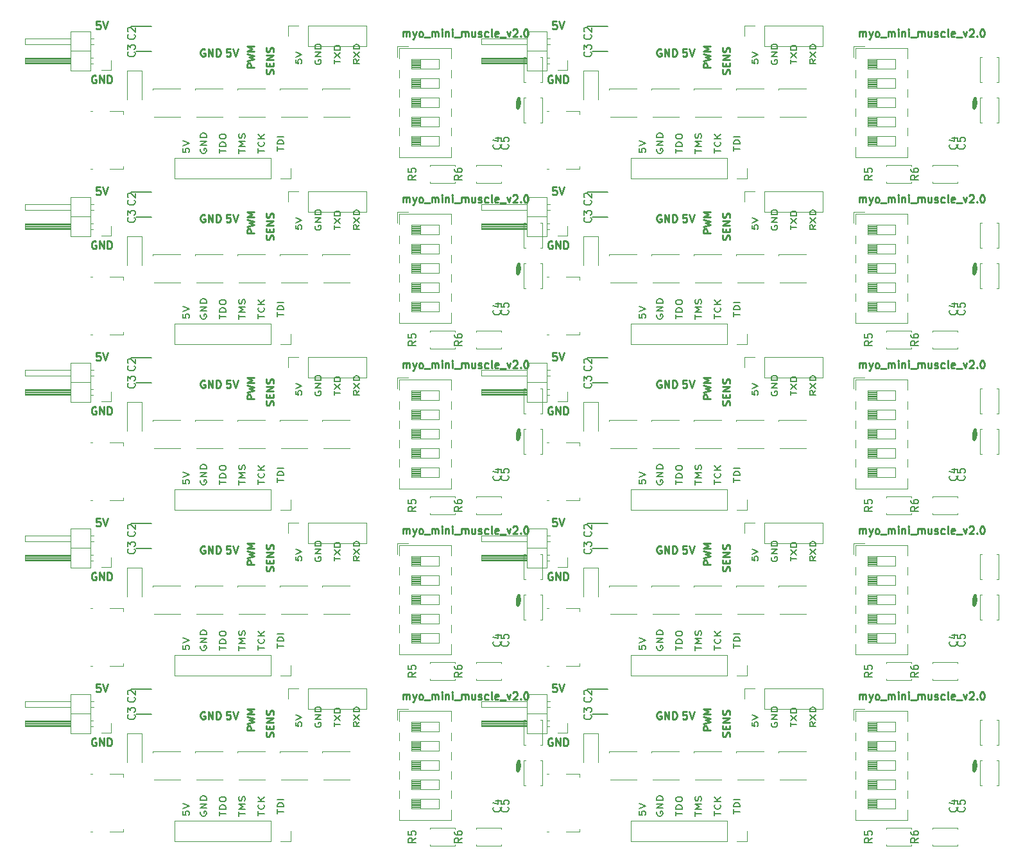
<source format=gbr>
G04 #@! TF.GenerationSoftware,KiCad,Pcbnew,5.1.0-060a0da~80~ubuntu18.04.1*
G04 #@! TF.CreationDate,2019-05-13T00:27:14+02:00*
G04 #@! TF.ProjectId,m3_2x5_panel,6d335f32-7835-45f7-9061-6e656c2e6b69,rev?*
G04 #@! TF.SameCoordinates,Original*
G04 #@! TF.FileFunction,Legend,Top*
G04 #@! TF.FilePolarity,Positive*
%FSLAX46Y46*%
G04 Gerber Fmt 4.6, Leading zero omitted, Abs format (unit mm)*
G04 Created by KiCad (PCBNEW 5.1.0-060a0da~80~ubuntu18.04.1) date 2019-05-13 00:27:14*
%MOMM*%
%LPD*%
G04 APERTURE LIST*
%ADD10C,0.250000*%
%ADD11C,0.200000*%
%ADD12C,0.120000*%
%ADD13C,0.150000*%
%ADD14C,0.010000*%
G04 APERTURE END LIST*
D10*
X175373714Y-135090380D02*
X175373714Y-134423714D01*
X175373714Y-134518952D02*
X175421333Y-134471333D01*
X175516571Y-134423714D01*
X175659428Y-134423714D01*
X175754666Y-134471333D01*
X175802285Y-134566571D01*
X175802285Y-135090380D01*
X175802285Y-134566571D02*
X175849904Y-134471333D01*
X175945142Y-134423714D01*
X176088000Y-134423714D01*
X176183238Y-134471333D01*
X176230857Y-134566571D01*
X176230857Y-135090380D01*
X176611809Y-134423714D02*
X176849904Y-135090380D01*
X177088000Y-134423714D02*
X176849904Y-135090380D01*
X176754666Y-135328476D01*
X176707047Y-135376095D01*
X176611809Y-135423714D01*
X177611809Y-135090380D02*
X177516571Y-135042761D01*
X177468952Y-134995142D01*
X177421333Y-134899904D01*
X177421333Y-134614190D01*
X177468952Y-134518952D01*
X177516571Y-134471333D01*
X177611809Y-134423714D01*
X177754666Y-134423714D01*
X177849904Y-134471333D01*
X177897523Y-134518952D01*
X177945142Y-134614190D01*
X177945142Y-134899904D01*
X177897523Y-134995142D01*
X177849904Y-135042761D01*
X177754666Y-135090380D01*
X177611809Y-135090380D01*
X178135619Y-135185619D02*
X178897523Y-135185619D01*
X179135619Y-135090380D02*
X179135619Y-134423714D01*
X179135619Y-134518952D02*
X179183238Y-134471333D01*
X179278476Y-134423714D01*
X179421333Y-134423714D01*
X179516571Y-134471333D01*
X179564190Y-134566571D01*
X179564190Y-135090380D01*
X179564190Y-134566571D02*
X179611809Y-134471333D01*
X179707047Y-134423714D01*
X179849904Y-134423714D01*
X179945142Y-134471333D01*
X179992761Y-134566571D01*
X179992761Y-135090380D01*
X180468952Y-135090380D02*
X180468952Y-134423714D01*
X180468952Y-134090380D02*
X180421333Y-134138000D01*
X180468952Y-134185619D01*
X180516571Y-134138000D01*
X180468952Y-134090380D01*
X180468952Y-134185619D01*
X180945142Y-134423714D02*
X180945142Y-135090380D01*
X180945142Y-134518952D02*
X180992761Y-134471333D01*
X181088000Y-134423714D01*
X181230857Y-134423714D01*
X181326095Y-134471333D01*
X181373714Y-134566571D01*
X181373714Y-135090380D01*
X181849904Y-135090380D02*
X181849904Y-134423714D01*
X181849904Y-134090380D02*
X181802285Y-134138000D01*
X181849904Y-134185619D01*
X181897523Y-134138000D01*
X181849904Y-134090380D01*
X181849904Y-134185619D01*
X182088000Y-135185619D02*
X182849904Y-135185619D01*
X183088000Y-135090380D02*
X183088000Y-134423714D01*
X183088000Y-134518952D02*
X183135619Y-134471333D01*
X183230857Y-134423714D01*
X183373714Y-134423714D01*
X183468952Y-134471333D01*
X183516571Y-134566571D01*
X183516571Y-135090380D01*
X183516571Y-134566571D02*
X183564190Y-134471333D01*
X183659428Y-134423714D01*
X183802285Y-134423714D01*
X183897523Y-134471333D01*
X183945142Y-134566571D01*
X183945142Y-135090380D01*
X184849904Y-134423714D02*
X184849904Y-135090380D01*
X184421333Y-134423714D02*
X184421333Y-134947523D01*
X184468952Y-135042761D01*
X184564190Y-135090380D01*
X184707047Y-135090380D01*
X184802285Y-135042761D01*
X184849904Y-134995142D01*
X185278476Y-135042761D02*
X185373714Y-135090380D01*
X185564190Y-135090380D01*
X185659428Y-135042761D01*
X185707047Y-134947523D01*
X185707047Y-134899904D01*
X185659428Y-134804666D01*
X185564190Y-134757047D01*
X185421333Y-134757047D01*
X185326095Y-134709428D01*
X185278476Y-134614190D01*
X185278476Y-134566571D01*
X185326095Y-134471333D01*
X185421333Y-134423714D01*
X185564190Y-134423714D01*
X185659428Y-134471333D01*
X186564190Y-135042761D02*
X186468952Y-135090380D01*
X186278476Y-135090380D01*
X186183238Y-135042761D01*
X186135619Y-134995142D01*
X186088000Y-134899904D01*
X186088000Y-134614190D01*
X186135619Y-134518952D01*
X186183238Y-134471333D01*
X186278476Y-134423714D01*
X186468952Y-134423714D01*
X186564190Y-134471333D01*
X187135619Y-135090380D02*
X187040380Y-135042761D01*
X186992761Y-134947523D01*
X186992761Y-134090380D01*
X187897523Y-135042761D02*
X187802285Y-135090380D01*
X187611809Y-135090380D01*
X187516571Y-135042761D01*
X187468952Y-134947523D01*
X187468952Y-134566571D01*
X187516571Y-134471333D01*
X187611809Y-134423714D01*
X187802285Y-134423714D01*
X187897523Y-134471333D01*
X187945142Y-134566571D01*
X187945142Y-134661809D01*
X187468952Y-134757047D01*
X188135619Y-135185619D02*
X188897523Y-135185619D01*
X189040380Y-134423714D02*
X189278476Y-135090380D01*
X189516571Y-134423714D01*
X189849904Y-134185619D02*
X189897523Y-134138000D01*
X189992761Y-134090380D01*
X190230857Y-134090380D01*
X190326095Y-134138000D01*
X190373714Y-134185619D01*
X190421333Y-134280857D01*
X190421333Y-134376095D01*
X190373714Y-134518952D01*
X189802285Y-135090380D01*
X190421333Y-135090380D01*
X190849904Y-134995142D02*
X190897523Y-135042761D01*
X190849904Y-135090380D01*
X190802285Y-135042761D01*
X190849904Y-134995142D01*
X190849904Y-135090380D01*
X191516571Y-134090380D02*
X191611809Y-134090380D01*
X191707047Y-134138000D01*
X191754666Y-134185619D01*
X191802285Y-134280857D01*
X191849904Y-134471333D01*
X191849904Y-134709428D01*
X191802285Y-134899904D01*
X191754666Y-134995142D01*
X191707047Y-135042761D01*
X191611809Y-135090380D01*
X191516571Y-135090380D01*
X191421333Y-135042761D01*
X191373714Y-134995142D01*
X191326095Y-134899904D01*
X191278476Y-134709428D01*
X191278476Y-134471333D01*
X191326095Y-134280857D01*
X191373714Y-134185619D01*
X191421333Y-134138000D01*
X191516571Y-134090380D01*
X115175714Y-135090380D02*
X115175714Y-134423714D01*
X115175714Y-134518952D02*
X115223333Y-134471333D01*
X115318571Y-134423714D01*
X115461428Y-134423714D01*
X115556666Y-134471333D01*
X115604285Y-134566571D01*
X115604285Y-135090380D01*
X115604285Y-134566571D02*
X115651904Y-134471333D01*
X115747142Y-134423714D01*
X115890000Y-134423714D01*
X115985238Y-134471333D01*
X116032857Y-134566571D01*
X116032857Y-135090380D01*
X116413809Y-134423714D02*
X116651904Y-135090380D01*
X116890000Y-134423714D02*
X116651904Y-135090380D01*
X116556666Y-135328476D01*
X116509047Y-135376095D01*
X116413809Y-135423714D01*
X117413809Y-135090380D02*
X117318571Y-135042761D01*
X117270952Y-134995142D01*
X117223333Y-134899904D01*
X117223333Y-134614190D01*
X117270952Y-134518952D01*
X117318571Y-134471333D01*
X117413809Y-134423714D01*
X117556666Y-134423714D01*
X117651904Y-134471333D01*
X117699523Y-134518952D01*
X117747142Y-134614190D01*
X117747142Y-134899904D01*
X117699523Y-134995142D01*
X117651904Y-135042761D01*
X117556666Y-135090380D01*
X117413809Y-135090380D01*
X117937619Y-135185619D02*
X118699523Y-135185619D01*
X118937619Y-135090380D02*
X118937619Y-134423714D01*
X118937619Y-134518952D02*
X118985238Y-134471333D01*
X119080476Y-134423714D01*
X119223333Y-134423714D01*
X119318571Y-134471333D01*
X119366190Y-134566571D01*
X119366190Y-135090380D01*
X119366190Y-134566571D02*
X119413809Y-134471333D01*
X119509047Y-134423714D01*
X119651904Y-134423714D01*
X119747142Y-134471333D01*
X119794761Y-134566571D01*
X119794761Y-135090380D01*
X120270952Y-135090380D02*
X120270952Y-134423714D01*
X120270952Y-134090380D02*
X120223333Y-134138000D01*
X120270952Y-134185619D01*
X120318571Y-134138000D01*
X120270952Y-134090380D01*
X120270952Y-134185619D01*
X120747142Y-134423714D02*
X120747142Y-135090380D01*
X120747142Y-134518952D02*
X120794761Y-134471333D01*
X120890000Y-134423714D01*
X121032857Y-134423714D01*
X121128095Y-134471333D01*
X121175714Y-134566571D01*
X121175714Y-135090380D01*
X121651904Y-135090380D02*
X121651904Y-134423714D01*
X121651904Y-134090380D02*
X121604285Y-134138000D01*
X121651904Y-134185619D01*
X121699523Y-134138000D01*
X121651904Y-134090380D01*
X121651904Y-134185619D01*
X121890000Y-135185619D02*
X122651904Y-135185619D01*
X122890000Y-135090380D02*
X122890000Y-134423714D01*
X122890000Y-134518952D02*
X122937619Y-134471333D01*
X123032857Y-134423714D01*
X123175714Y-134423714D01*
X123270952Y-134471333D01*
X123318571Y-134566571D01*
X123318571Y-135090380D01*
X123318571Y-134566571D02*
X123366190Y-134471333D01*
X123461428Y-134423714D01*
X123604285Y-134423714D01*
X123699523Y-134471333D01*
X123747142Y-134566571D01*
X123747142Y-135090380D01*
X124651904Y-134423714D02*
X124651904Y-135090380D01*
X124223333Y-134423714D02*
X124223333Y-134947523D01*
X124270952Y-135042761D01*
X124366190Y-135090380D01*
X124509047Y-135090380D01*
X124604285Y-135042761D01*
X124651904Y-134995142D01*
X125080476Y-135042761D02*
X125175714Y-135090380D01*
X125366190Y-135090380D01*
X125461428Y-135042761D01*
X125509047Y-134947523D01*
X125509047Y-134899904D01*
X125461428Y-134804666D01*
X125366190Y-134757047D01*
X125223333Y-134757047D01*
X125128095Y-134709428D01*
X125080476Y-134614190D01*
X125080476Y-134566571D01*
X125128095Y-134471333D01*
X125223333Y-134423714D01*
X125366190Y-134423714D01*
X125461428Y-134471333D01*
X126366190Y-135042761D02*
X126270952Y-135090380D01*
X126080476Y-135090380D01*
X125985238Y-135042761D01*
X125937619Y-134995142D01*
X125890000Y-134899904D01*
X125890000Y-134614190D01*
X125937619Y-134518952D01*
X125985238Y-134471333D01*
X126080476Y-134423714D01*
X126270952Y-134423714D01*
X126366190Y-134471333D01*
X126937619Y-135090380D02*
X126842380Y-135042761D01*
X126794761Y-134947523D01*
X126794761Y-134090380D01*
X127699523Y-135042761D02*
X127604285Y-135090380D01*
X127413809Y-135090380D01*
X127318571Y-135042761D01*
X127270952Y-134947523D01*
X127270952Y-134566571D01*
X127318571Y-134471333D01*
X127413809Y-134423714D01*
X127604285Y-134423714D01*
X127699523Y-134471333D01*
X127747142Y-134566571D01*
X127747142Y-134661809D01*
X127270952Y-134757047D01*
X127937619Y-135185619D02*
X128699523Y-135185619D01*
X128842380Y-134423714D02*
X129080476Y-135090380D01*
X129318571Y-134423714D01*
X129651904Y-134185619D02*
X129699523Y-134138000D01*
X129794761Y-134090380D01*
X130032857Y-134090380D01*
X130128095Y-134138000D01*
X130175714Y-134185619D01*
X130223333Y-134280857D01*
X130223333Y-134376095D01*
X130175714Y-134518952D01*
X129604285Y-135090380D01*
X130223333Y-135090380D01*
X130651904Y-134995142D02*
X130699523Y-135042761D01*
X130651904Y-135090380D01*
X130604285Y-135042761D01*
X130651904Y-134995142D01*
X130651904Y-135090380D01*
X131318571Y-134090380D02*
X131413809Y-134090380D01*
X131509047Y-134138000D01*
X131556666Y-134185619D01*
X131604285Y-134280857D01*
X131651904Y-134471333D01*
X131651904Y-134709428D01*
X131604285Y-134899904D01*
X131556666Y-134995142D01*
X131509047Y-135042761D01*
X131413809Y-135090380D01*
X131318571Y-135090380D01*
X131223333Y-135042761D01*
X131175714Y-134995142D01*
X131128095Y-134899904D01*
X131080476Y-134709428D01*
X131080476Y-134471333D01*
X131128095Y-134280857D01*
X131175714Y-134185619D01*
X131223333Y-134138000D01*
X131318571Y-134090380D01*
X175373714Y-113246380D02*
X175373714Y-112579714D01*
X175373714Y-112674952D02*
X175421333Y-112627333D01*
X175516571Y-112579714D01*
X175659428Y-112579714D01*
X175754666Y-112627333D01*
X175802285Y-112722571D01*
X175802285Y-113246380D01*
X175802285Y-112722571D02*
X175849904Y-112627333D01*
X175945142Y-112579714D01*
X176088000Y-112579714D01*
X176183238Y-112627333D01*
X176230857Y-112722571D01*
X176230857Y-113246380D01*
X176611809Y-112579714D02*
X176849904Y-113246380D01*
X177088000Y-112579714D02*
X176849904Y-113246380D01*
X176754666Y-113484476D01*
X176707047Y-113532095D01*
X176611809Y-113579714D01*
X177611809Y-113246380D02*
X177516571Y-113198761D01*
X177468952Y-113151142D01*
X177421333Y-113055904D01*
X177421333Y-112770190D01*
X177468952Y-112674952D01*
X177516571Y-112627333D01*
X177611809Y-112579714D01*
X177754666Y-112579714D01*
X177849904Y-112627333D01*
X177897523Y-112674952D01*
X177945142Y-112770190D01*
X177945142Y-113055904D01*
X177897523Y-113151142D01*
X177849904Y-113198761D01*
X177754666Y-113246380D01*
X177611809Y-113246380D01*
X178135619Y-113341619D02*
X178897523Y-113341619D01*
X179135619Y-113246380D02*
X179135619Y-112579714D01*
X179135619Y-112674952D02*
X179183238Y-112627333D01*
X179278476Y-112579714D01*
X179421333Y-112579714D01*
X179516571Y-112627333D01*
X179564190Y-112722571D01*
X179564190Y-113246380D01*
X179564190Y-112722571D02*
X179611809Y-112627333D01*
X179707047Y-112579714D01*
X179849904Y-112579714D01*
X179945142Y-112627333D01*
X179992761Y-112722571D01*
X179992761Y-113246380D01*
X180468952Y-113246380D02*
X180468952Y-112579714D01*
X180468952Y-112246380D02*
X180421333Y-112294000D01*
X180468952Y-112341619D01*
X180516571Y-112294000D01*
X180468952Y-112246380D01*
X180468952Y-112341619D01*
X180945142Y-112579714D02*
X180945142Y-113246380D01*
X180945142Y-112674952D02*
X180992761Y-112627333D01*
X181088000Y-112579714D01*
X181230857Y-112579714D01*
X181326095Y-112627333D01*
X181373714Y-112722571D01*
X181373714Y-113246380D01*
X181849904Y-113246380D02*
X181849904Y-112579714D01*
X181849904Y-112246380D02*
X181802285Y-112294000D01*
X181849904Y-112341619D01*
X181897523Y-112294000D01*
X181849904Y-112246380D01*
X181849904Y-112341619D01*
X182088000Y-113341619D02*
X182849904Y-113341619D01*
X183088000Y-113246380D02*
X183088000Y-112579714D01*
X183088000Y-112674952D02*
X183135619Y-112627333D01*
X183230857Y-112579714D01*
X183373714Y-112579714D01*
X183468952Y-112627333D01*
X183516571Y-112722571D01*
X183516571Y-113246380D01*
X183516571Y-112722571D02*
X183564190Y-112627333D01*
X183659428Y-112579714D01*
X183802285Y-112579714D01*
X183897523Y-112627333D01*
X183945142Y-112722571D01*
X183945142Y-113246380D01*
X184849904Y-112579714D02*
X184849904Y-113246380D01*
X184421333Y-112579714D02*
X184421333Y-113103523D01*
X184468952Y-113198761D01*
X184564190Y-113246380D01*
X184707047Y-113246380D01*
X184802285Y-113198761D01*
X184849904Y-113151142D01*
X185278476Y-113198761D02*
X185373714Y-113246380D01*
X185564190Y-113246380D01*
X185659428Y-113198761D01*
X185707047Y-113103523D01*
X185707047Y-113055904D01*
X185659428Y-112960666D01*
X185564190Y-112913047D01*
X185421333Y-112913047D01*
X185326095Y-112865428D01*
X185278476Y-112770190D01*
X185278476Y-112722571D01*
X185326095Y-112627333D01*
X185421333Y-112579714D01*
X185564190Y-112579714D01*
X185659428Y-112627333D01*
X186564190Y-113198761D02*
X186468952Y-113246380D01*
X186278476Y-113246380D01*
X186183238Y-113198761D01*
X186135619Y-113151142D01*
X186088000Y-113055904D01*
X186088000Y-112770190D01*
X186135619Y-112674952D01*
X186183238Y-112627333D01*
X186278476Y-112579714D01*
X186468952Y-112579714D01*
X186564190Y-112627333D01*
X187135619Y-113246380D02*
X187040380Y-113198761D01*
X186992761Y-113103523D01*
X186992761Y-112246380D01*
X187897523Y-113198761D02*
X187802285Y-113246380D01*
X187611809Y-113246380D01*
X187516571Y-113198761D01*
X187468952Y-113103523D01*
X187468952Y-112722571D01*
X187516571Y-112627333D01*
X187611809Y-112579714D01*
X187802285Y-112579714D01*
X187897523Y-112627333D01*
X187945142Y-112722571D01*
X187945142Y-112817809D01*
X187468952Y-112913047D01*
X188135619Y-113341619D02*
X188897523Y-113341619D01*
X189040380Y-112579714D02*
X189278476Y-113246380D01*
X189516571Y-112579714D01*
X189849904Y-112341619D02*
X189897523Y-112294000D01*
X189992761Y-112246380D01*
X190230857Y-112246380D01*
X190326095Y-112294000D01*
X190373714Y-112341619D01*
X190421333Y-112436857D01*
X190421333Y-112532095D01*
X190373714Y-112674952D01*
X189802285Y-113246380D01*
X190421333Y-113246380D01*
X190849904Y-113151142D02*
X190897523Y-113198761D01*
X190849904Y-113246380D01*
X190802285Y-113198761D01*
X190849904Y-113151142D01*
X190849904Y-113246380D01*
X191516571Y-112246380D02*
X191611809Y-112246380D01*
X191707047Y-112294000D01*
X191754666Y-112341619D01*
X191802285Y-112436857D01*
X191849904Y-112627333D01*
X191849904Y-112865428D01*
X191802285Y-113055904D01*
X191754666Y-113151142D01*
X191707047Y-113198761D01*
X191611809Y-113246380D01*
X191516571Y-113246380D01*
X191421333Y-113198761D01*
X191373714Y-113151142D01*
X191326095Y-113055904D01*
X191278476Y-112865428D01*
X191278476Y-112627333D01*
X191326095Y-112436857D01*
X191373714Y-112341619D01*
X191421333Y-112294000D01*
X191516571Y-112246380D01*
X115175714Y-113246380D02*
X115175714Y-112579714D01*
X115175714Y-112674952D02*
X115223333Y-112627333D01*
X115318571Y-112579714D01*
X115461428Y-112579714D01*
X115556666Y-112627333D01*
X115604285Y-112722571D01*
X115604285Y-113246380D01*
X115604285Y-112722571D02*
X115651904Y-112627333D01*
X115747142Y-112579714D01*
X115890000Y-112579714D01*
X115985238Y-112627333D01*
X116032857Y-112722571D01*
X116032857Y-113246380D01*
X116413809Y-112579714D02*
X116651904Y-113246380D01*
X116890000Y-112579714D02*
X116651904Y-113246380D01*
X116556666Y-113484476D01*
X116509047Y-113532095D01*
X116413809Y-113579714D01*
X117413809Y-113246380D02*
X117318571Y-113198761D01*
X117270952Y-113151142D01*
X117223333Y-113055904D01*
X117223333Y-112770190D01*
X117270952Y-112674952D01*
X117318571Y-112627333D01*
X117413809Y-112579714D01*
X117556666Y-112579714D01*
X117651904Y-112627333D01*
X117699523Y-112674952D01*
X117747142Y-112770190D01*
X117747142Y-113055904D01*
X117699523Y-113151142D01*
X117651904Y-113198761D01*
X117556666Y-113246380D01*
X117413809Y-113246380D01*
X117937619Y-113341619D02*
X118699523Y-113341619D01*
X118937619Y-113246380D02*
X118937619Y-112579714D01*
X118937619Y-112674952D02*
X118985238Y-112627333D01*
X119080476Y-112579714D01*
X119223333Y-112579714D01*
X119318571Y-112627333D01*
X119366190Y-112722571D01*
X119366190Y-113246380D01*
X119366190Y-112722571D02*
X119413809Y-112627333D01*
X119509047Y-112579714D01*
X119651904Y-112579714D01*
X119747142Y-112627333D01*
X119794761Y-112722571D01*
X119794761Y-113246380D01*
X120270952Y-113246380D02*
X120270952Y-112579714D01*
X120270952Y-112246380D02*
X120223333Y-112294000D01*
X120270952Y-112341619D01*
X120318571Y-112294000D01*
X120270952Y-112246380D01*
X120270952Y-112341619D01*
X120747142Y-112579714D02*
X120747142Y-113246380D01*
X120747142Y-112674952D02*
X120794761Y-112627333D01*
X120890000Y-112579714D01*
X121032857Y-112579714D01*
X121128095Y-112627333D01*
X121175714Y-112722571D01*
X121175714Y-113246380D01*
X121651904Y-113246380D02*
X121651904Y-112579714D01*
X121651904Y-112246380D02*
X121604285Y-112294000D01*
X121651904Y-112341619D01*
X121699523Y-112294000D01*
X121651904Y-112246380D01*
X121651904Y-112341619D01*
X121890000Y-113341619D02*
X122651904Y-113341619D01*
X122890000Y-113246380D02*
X122890000Y-112579714D01*
X122890000Y-112674952D02*
X122937619Y-112627333D01*
X123032857Y-112579714D01*
X123175714Y-112579714D01*
X123270952Y-112627333D01*
X123318571Y-112722571D01*
X123318571Y-113246380D01*
X123318571Y-112722571D02*
X123366190Y-112627333D01*
X123461428Y-112579714D01*
X123604285Y-112579714D01*
X123699523Y-112627333D01*
X123747142Y-112722571D01*
X123747142Y-113246380D01*
X124651904Y-112579714D02*
X124651904Y-113246380D01*
X124223333Y-112579714D02*
X124223333Y-113103523D01*
X124270952Y-113198761D01*
X124366190Y-113246380D01*
X124509047Y-113246380D01*
X124604285Y-113198761D01*
X124651904Y-113151142D01*
X125080476Y-113198761D02*
X125175714Y-113246380D01*
X125366190Y-113246380D01*
X125461428Y-113198761D01*
X125509047Y-113103523D01*
X125509047Y-113055904D01*
X125461428Y-112960666D01*
X125366190Y-112913047D01*
X125223333Y-112913047D01*
X125128095Y-112865428D01*
X125080476Y-112770190D01*
X125080476Y-112722571D01*
X125128095Y-112627333D01*
X125223333Y-112579714D01*
X125366190Y-112579714D01*
X125461428Y-112627333D01*
X126366190Y-113198761D02*
X126270952Y-113246380D01*
X126080476Y-113246380D01*
X125985238Y-113198761D01*
X125937619Y-113151142D01*
X125890000Y-113055904D01*
X125890000Y-112770190D01*
X125937619Y-112674952D01*
X125985238Y-112627333D01*
X126080476Y-112579714D01*
X126270952Y-112579714D01*
X126366190Y-112627333D01*
X126937619Y-113246380D02*
X126842380Y-113198761D01*
X126794761Y-113103523D01*
X126794761Y-112246380D01*
X127699523Y-113198761D02*
X127604285Y-113246380D01*
X127413809Y-113246380D01*
X127318571Y-113198761D01*
X127270952Y-113103523D01*
X127270952Y-112722571D01*
X127318571Y-112627333D01*
X127413809Y-112579714D01*
X127604285Y-112579714D01*
X127699523Y-112627333D01*
X127747142Y-112722571D01*
X127747142Y-112817809D01*
X127270952Y-112913047D01*
X127937619Y-113341619D02*
X128699523Y-113341619D01*
X128842380Y-112579714D02*
X129080476Y-113246380D01*
X129318571Y-112579714D01*
X129651904Y-112341619D02*
X129699523Y-112294000D01*
X129794761Y-112246380D01*
X130032857Y-112246380D01*
X130128095Y-112294000D01*
X130175714Y-112341619D01*
X130223333Y-112436857D01*
X130223333Y-112532095D01*
X130175714Y-112674952D01*
X129604285Y-113246380D01*
X130223333Y-113246380D01*
X130651904Y-113151142D02*
X130699523Y-113198761D01*
X130651904Y-113246380D01*
X130604285Y-113198761D01*
X130651904Y-113151142D01*
X130651904Y-113246380D01*
X131318571Y-112246380D02*
X131413809Y-112246380D01*
X131509047Y-112294000D01*
X131556666Y-112341619D01*
X131604285Y-112436857D01*
X131651904Y-112627333D01*
X131651904Y-112865428D01*
X131604285Y-113055904D01*
X131556666Y-113151142D01*
X131509047Y-113198761D01*
X131413809Y-113246380D01*
X131318571Y-113246380D01*
X131223333Y-113198761D01*
X131175714Y-113151142D01*
X131128095Y-113055904D01*
X131080476Y-112865428D01*
X131080476Y-112627333D01*
X131128095Y-112436857D01*
X131175714Y-112341619D01*
X131223333Y-112294000D01*
X131318571Y-112246380D01*
X175373714Y-91402380D02*
X175373714Y-90735714D01*
X175373714Y-90830952D02*
X175421333Y-90783333D01*
X175516571Y-90735714D01*
X175659428Y-90735714D01*
X175754666Y-90783333D01*
X175802285Y-90878571D01*
X175802285Y-91402380D01*
X175802285Y-90878571D02*
X175849904Y-90783333D01*
X175945142Y-90735714D01*
X176088000Y-90735714D01*
X176183238Y-90783333D01*
X176230857Y-90878571D01*
X176230857Y-91402380D01*
X176611809Y-90735714D02*
X176849904Y-91402380D01*
X177088000Y-90735714D02*
X176849904Y-91402380D01*
X176754666Y-91640476D01*
X176707047Y-91688095D01*
X176611809Y-91735714D01*
X177611809Y-91402380D02*
X177516571Y-91354761D01*
X177468952Y-91307142D01*
X177421333Y-91211904D01*
X177421333Y-90926190D01*
X177468952Y-90830952D01*
X177516571Y-90783333D01*
X177611809Y-90735714D01*
X177754666Y-90735714D01*
X177849904Y-90783333D01*
X177897523Y-90830952D01*
X177945142Y-90926190D01*
X177945142Y-91211904D01*
X177897523Y-91307142D01*
X177849904Y-91354761D01*
X177754666Y-91402380D01*
X177611809Y-91402380D01*
X178135619Y-91497619D02*
X178897523Y-91497619D01*
X179135619Y-91402380D02*
X179135619Y-90735714D01*
X179135619Y-90830952D02*
X179183238Y-90783333D01*
X179278476Y-90735714D01*
X179421333Y-90735714D01*
X179516571Y-90783333D01*
X179564190Y-90878571D01*
X179564190Y-91402380D01*
X179564190Y-90878571D02*
X179611809Y-90783333D01*
X179707047Y-90735714D01*
X179849904Y-90735714D01*
X179945142Y-90783333D01*
X179992761Y-90878571D01*
X179992761Y-91402380D01*
X180468952Y-91402380D02*
X180468952Y-90735714D01*
X180468952Y-90402380D02*
X180421333Y-90450000D01*
X180468952Y-90497619D01*
X180516571Y-90450000D01*
X180468952Y-90402380D01*
X180468952Y-90497619D01*
X180945142Y-90735714D02*
X180945142Y-91402380D01*
X180945142Y-90830952D02*
X180992761Y-90783333D01*
X181088000Y-90735714D01*
X181230857Y-90735714D01*
X181326095Y-90783333D01*
X181373714Y-90878571D01*
X181373714Y-91402380D01*
X181849904Y-91402380D02*
X181849904Y-90735714D01*
X181849904Y-90402380D02*
X181802285Y-90450000D01*
X181849904Y-90497619D01*
X181897523Y-90450000D01*
X181849904Y-90402380D01*
X181849904Y-90497619D01*
X182088000Y-91497619D02*
X182849904Y-91497619D01*
X183088000Y-91402380D02*
X183088000Y-90735714D01*
X183088000Y-90830952D02*
X183135619Y-90783333D01*
X183230857Y-90735714D01*
X183373714Y-90735714D01*
X183468952Y-90783333D01*
X183516571Y-90878571D01*
X183516571Y-91402380D01*
X183516571Y-90878571D02*
X183564190Y-90783333D01*
X183659428Y-90735714D01*
X183802285Y-90735714D01*
X183897523Y-90783333D01*
X183945142Y-90878571D01*
X183945142Y-91402380D01*
X184849904Y-90735714D02*
X184849904Y-91402380D01*
X184421333Y-90735714D02*
X184421333Y-91259523D01*
X184468952Y-91354761D01*
X184564190Y-91402380D01*
X184707047Y-91402380D01*
X184802285Y-91354761D01*
X184849904Y-91307142D01*
X185278476Y-91354761D02*
X185373714Y-91402380D01*
X185564190Y-91402380D01*
X185659428Y-91354761D01*
X185707047Y-91259523D01*
X185707047Y-91211904D01*
X185659428Y-91116666D01*
X185564190Y-91069047D01*
X185421333Y-91069047D01*
X185326095Y-91021428D01*
X185278476Y-90926190D01*
X185278476Y-90878571D01*
X185326095Y-90783333D01*
X185421333Y-90735714D01*
X185564190Y-90735714D01*
X185659428Y-90783333D01*
X186564190Y-91354761D02*
X186468952Y-91402380D01*
X186278476Y-91402380D01*
X186183238Y-91354761D01*
X186135619Y-91307142D01*
X186088000Y-91211904D01*
X186088000Y-90926190D01*
X186135619Y-90830952D01*
X186183238Y-90783333D01*
X186278476Y-90735714D01*
X186468952Y-90735714D01*
X186564190Y-90783333D01*
X187135619Y-91402380D02*
X187040380Y-91354761D01*
X186992761Y-91259523D01*
X186992761Y-90402380D01*
X187897523Y-91354761D02*
X187802285Y-91402380D01*
X187611809Y-91402380D01*
X187516571Y-91354761D01*
X187468952Y-91259523D01*
X187468952Y-90878571D01*
X187516571Y-90783333D01*
X187611809Y-90735714D01*
X187802285Y-90735714D01*
X187897523Y-90783333D01*
X187945142Y-90878571D01*
X187945142Y-90973809D01*
X187468952Y-91069047D01*
X188135619Y-91497619D02*
X188897523Y-91497619D01*
X189040380Y-90735714D02*
X189278476Y-91402380D01*
X189516571Y-90735714D01*
X189849904Y-90497619D02*
X189897523Y-90450000D01*
X189992761Y-90402380D01*
X190230857Y-90402380D01*
X190326095Y-90450000D01*
X190373714Y-90497619D01*
X190421333Y-90592857D01*
X190421333Y-90688095D01*
X190373714Y-90830952D01*
X189802285Y-91402380D01*
X190421333Y-91402380D01*
X190849904Y-91307142D02*
X190897523Y-91354761D01*
X190849904Y-91402380D01*
X190802285Y-91354761D01*
X190849904Y-91307142D01*
X190849904Y-91402380D01*
X191516571Y-90402380D02*
X191611809Y-90402380D01*
X191707047Y-90450000D01*
X191754666Y-90497619D01*
X191802285Y-90592857D01*
X191849904Y-90783333D01*
X191849904Y-91021428D01*
X191802285Y-91211904D01*
X191754666Y-91307142D01*
X191707047Y-91354761D01*
X191611809Y-91402380D01*
X191516571Y-91402380D01*
X191421333Y-91354761D01*
X191373714Y-91307142D01*
X191326095Y-91211904D01*
X191278476Y-91021428D01*
X191278476Y-90783333D01*
X191326095Y-90592857D01*
X191373714Y-90497619D01*
X191421333Y-90450000D01*
X191516571Y-90402380D01*
X115175714Y-91402380D02*
X115175714Y-90735714D01*
X115175714Y-90830952D02*
X115223333Y-90783333D01*
X115318571Y-90735714D01*
X115461428Y-90735714D01*
X115556666Y-90783333D01*
X115604285Y-90878571D01*
X115604285Y-91402380D01*
X115604285Y-90878571D02*
X115651904Y-90783333D01*
X115747142Y-90735714D01*
X115890000Y-90735714D01*
X115985238Y-90783333D01*
X116032857Y-90878571D01*
X116032857Y-91402380D01*
X116413809Y-90735714D02*
X116651904Y-91402380D01*
X116890000Y-90735714D02*
X116651904Y-91402380D01*
X116556666Y-91640476D01*
X116509047Y-91688095D01*
X116413809Y-91735714D01*
X117413809Y-91402380D02*
X117318571Y-91354761D01*
X117270952Y-91307142D01*
X117223333Y-91211904D01*
X117223333Y-90926190D01*
X117270952Y-90830952D01*
X117318571Y-90783333D01*
X117413809Y-90735714D01*
X117556666Y-90735714D01*
X117651904Y-90783333D01*
X117699523Y-90830952D01*
X117747142Y-90926190D01*
X117747142Y-91211904D01*
X117699523Y-91307142D01*
X117651904Y-91354761D01*
X117556666Y-91402380D01*
X117413809Y-91402380D01*
X117937619Y-91497619D02*
X118699523Y-91497619D01*
X118937619Y-91402380D02*
X118937619Y-90735714D01*
X118937619Y-90830952D02*
X118985238Y-90783333D01*
X119080476Y-90735714D01*
X119223333Y-90735714D01*
X119318571Y-90783333D01*
X119366190Y-90878571D01*
X119366190Y-91402380D01*
X119366190Y-90878571D02*
X119413809Y-90783333D01*
X119509047Y-90735714D01*
X119651904Y-90735714D01*
X119747142Y-90783333D01*
X119794761Y-90878571D01*
X119794761Y-91402380D01*
X120270952Y-91402380D02*
X120270952Y-90735714D01*
X120270952Y-90402380D02*
X120223333Y-90450000D01*
X120270952Y-90497619D01*
X120318571Y-90450000D01*
X120270952Y-90402380D01*
X120270952Y-90497619D01*
X120747142Y-90735714D02*
X120747142Y-91402380D01*
X120747142Y-90830952D02*
X120794761Y-90783333D01*
X120890000Y-90735714D01*
X121032857Y-90735714D01*
X121128095Y-90783333D01*
X121175714Y-90878571D01*
X121175714Y-91402380D01*
X121651904Y-91402380D02*
X121651904Y-90735714D01*
X121651904Y-90402380D02*
X121604285Y-90450000D01*
X121651904Y-90497619D01*
X121699523Y-90450000D01*
X121651904Y-90402380D01*
X121651904Y-90497619D01*
X121890000Y-91497619D02*
X122651904Y-91497619D01*
X122890000Y-91402380D02*
X122890000Y-90735714D01*
X122890000Y-90830952D02*
X122937619Y-90783333D01*
X123032857Y-90735714D01*
X123175714Y-90735714D01*
X123270952Y-90783333D01*
X123318571Y-90878571D01*
X123318571Y-91402380D01*
X123318571Y-90878571D02*
X123366190Y-90783333D01*
X123461428Y-90735714D01*
X123604285Y-90735714D01*
X123699523Y-90783333D01*
X123747142Y-90878571D01*
X123747142Y-91402380D01*
X124651904Y-90735714D02*
X124651904Y-91402380D01*
X124223333Y-90735714D02*
X124223333Y-91259523D01*
X124270952Y-91354761D01*
X124366190Y-91402380D01*
X124509047Y-91402380D01*
X124604285Y-91354761D01*
X124651904Y-91307142D01*
X125080476Y-91354761D02*
X125175714Y-91402380D01*
X125366190Y-91402380D01*
X125461428Y-91354761D01*
X125509047Y-91259523D01*
X125509047Y-91211904D01*
X125461428Y-91116666D01*
X125366190Y-91069047D01*
X125223333Y-91069047D01*
X125128095Y-91021428D01*
X125080476Y-90926190D01*
X125080476Y-90878571D01*
X125128095Y-90783333D01*
X125223333Y-90735714D01*
X125366190Y-90735714D01*
X125461428Y-90783333D01*
X126366190Y-91354761D02*
X126270952Y-91402380D01*
X126080476Y-91402380D01*
X125985238Y-91354761D01*
X125937619Y-91307142D01*
X125890000Y-91211904D01*
X125890000Y-90926190D01*
X125937619Y-90830952D01*
X125985238Y-90783333D01*
X126080476Y-90735714D01*
X126270952Y-90735714D01*
X126366190Y-90783333D01*
X126937619Y-91402380D02*
X126842380Y-91354761D01*
X126794761Y-91259523D01*
X126794761Y-90402380D01*
X127699523Y-91354761D02*
X127604285Y-91402380D01*
X127413809Y-91402380D01*
X127318571Y-91354761D01*
X127270952Y-91259523D01*
X127270952Y-90878571D01*
X127318571Y-90783333D01*
X127413809Y-90735714D01*
X127604285Y-90735714D01*
X127699523Y-90783333D01*
X127747142Y-90878571D01*
X127747142Y-90973809D01*
X127270952Y-91069047D01*
X127937619Y-91497619D02*
X128699523Y-91497619D01*
X128842380Y-90735714D02*
X129080476Y-91402380D01*
X129318571Y-90735714D01*
X129651904Y-90497619D02*
X129699523Y-90450000D01*
X129794761Y-90402380D01*
X130032857Y-90402380D01*
X130128095Y-90450000D01*
X130175714Y-90497619D01*
X130223333Y-90592857D01*
X130223333Y-90688095D01*
X130175714Y-90830952D01*
X129604285Y-91402380D01*
X130223333Y-91402380D01*
X130651904Y-91307142D02*
X130699523Y-91354761D01*
X130651904Y-91402380D01*
X130604285Y-91354761D01*
X130651904Y-91307142D01*
X130651904Y-91402380D01*
X131318571Y-90402380D02*
X131413809Y-90402380D01*
X131509047Y-90450000D01*
X131556666Y-90497619D01*
X131604285Y-90592857D01*
X131651904Y-90783333D01*
X131651904Y-91021428D01*
X131604285Y-91211904D01*
X131556666Y-91307142D01*
X131509047Y-91354761D01*
X131413809Y-91402380D01*
X131318571Y-91402380D01*
X131223333Y-91354761D01*
X131175714Y-91307142D01*
X131128095Y-91211904D01*
X131080476Y-91021428D01*
X131080476Y-90783333D01*
X131128095Y-90592857D01*
X131175714Y-90497619D01*
X131223333Y-90450000D01*
X131318571Y-90402380D01*
X175373714Y-69558380D02*
X175373714Y-68891714D01*
X175373714Y-68986952D02*
X175421333Y-68939333D01*
X175516571Y-68891714D01*
X175659428Y-68891714D01*
X175754666Y-68939333D01*
X175802285Y-69034571D01*
X175802285Y-69558380D01*
X175802285Y-69034571D02*
X175849904Y-68939333D01*
X175945142Y-68891714D01*
X176088000Y-68891714D01*
X176183238Y-68939333D01*
X176230857Y-69034571D01*
X176230857Y-69558380D01*
X176611809Y-68891714D02*
X176849904Y-69558380D01*
X177088000Y-68891714D02*
X176849904Y-69558380D01*
X176754666Y-69796476D01*
X176707047Y-69844095D01*
X176611809Y-69891714D01*
X177611809Y-69558380D02*
X177516571Y-69510761D01*
X177468952Y-69463142D01*
X177421333Y-69367904D01*
X177421333Y-69082190D01*
X177468952Y-68986952D01*
X177516571Y-68939333D01*
X177611809Y-68891714D01*
X177754666Y-68891714D01*
X177849904Y-68939333D01*
X177897523Y-68986952D01*
X177945142Y-69082190D01*
X177945142Y-69367904D01*
X177897523Y-69463142D01*
X177849904Y-69510761D01*
X177754666Y-69558380D01*
X177611809Y-69558380D01*
X178135619Y-69653619D02*
X178897523Y-69653619D01*
X179135619Y-69558380D02*
X179135619Y-68891714D01*
X179135619Y-68986952D02*
X179183238Y-68939333D01*
X179278476Y-68891714D01*
X179421333Y-68891714D01*
X179516571Y-68939333D01*
X179564190Y-69034571D01*
X179564190Y-69558380D01*
X179564190Y-69034571D02*
X179611809Y-68939333D01*
X179707047Y-68891714D01*
X179849904Y-68891714D01*
X179945142Y-68939333D01*
X179992761Y-69034571D01*
X179992761Y-69558380D01*
X180468952Y-69558380D02*
X180468952Y-68891714D01*
X180468952Y-68558380D02*
X180421333Y-68606000D01*
X180468952Y-68653619D01*
X180516571Y-68606000D01*
X180468952Y-68558380D01*
X180468952Y-68653619D01*
X180945142Y-68891714D02*
X180945142Y-69558380D01*
X180945142Y-68986952D02*
X180992761Y-68939333D01*
X181088000Y-68891714D01*
X181230857Y-68891714D01*
X181326095Y-68939333D01*
X181373714Y-69034571D01*
X181373714Y-69558380D01*
X181849904Y-69558380D02*
X181849904Y-68891714D01*
X181849904Y-68558380D02*
X181802285Y-68606000D01*
X181849904Y-68653619D01*
X181897523Y-68606000D01*
X181849904Y-68558380D01*
X181849904Y-68653619D01*
X182088000Y-69653619D02*
X182849904Y-69653619D01*
X183088000Y-69558380D02*
X183088000Y-68891714D01*
X183088000Y-68986952D02*
X183135619Y-68939333D01*
X183230857Y-68891714D01*
X183373714Y-68891714D01*
X183468952Y-68939333D01*
X183516571Y-69034571D01*
X183516571Y-69558380D01*
X183516571Y-69034571D02*
X183564190Y-68939333D01*
X183659428Y-68891714D01*
X183802285Y-68891714D01*
X183897523Y-68939333D01*
X183945142Y-69034571D01*
X183945142Y-69558380D01*
X184849904Y-68891714D02*
X184849904Y-69558380D01*
X184421333Y-68891714D02*
X184421333Y-69415523D01*
X184468952Y-69510761D01*
X184564190Y-69558380D01*
X184707047Y-69558380D01*
X184802285Y-69510761D01*
X184849904Y-69463142D01*
X185278476Y-69510761D02*
X185373714Y-69558380D01*
X185564190Y-69558380D01*
X185659428Y-69510761D01*
X185707047Y-69415523D01*
X185707047Y-69367904D01*
X185659428Y-69272666D01*
X185564190Y-69225047D01*
X185421333Y-69225047D01*
X185326095Y-69177428D01*
X185278476Y-69082190D01*
X185278476Y-69034571D01*
X185326095Y-68939333D01*
X185421333Y-68891714D01*
X185564190Y-68891714D01*
X185659428Y-68939333D01*
X186564190Y-69510761D02*
X186468952Y-69558380D01*
X186278476Y-69558380D01*
X186183238Y-69510761D01*
X186135619Y-69463142D01*
X186088000Y-69367904D01*
X186088000Y-69082190D01*
X186135619Y-68986952D01*
X186183238Y-68939333D01*
X186278476Y-68891714D01*
X186468952Y-68891714D01*
X186564190Y-68939333D01*
X187135619Y-69558380D02*
X187040380Y-69510761D01*
X186992761Y-69415523D01*
X186992761Y-68558380D01*
X187897523Y-69510761D02*
X187802285Y-69558380D01*
X187611809Y-69558380D01*
X187516571Y-69510761D01*
X187468952Y-69415523D01*
X187468952Y-69034571D01*
X187516571Y-68939333D01*
X187611809Y-68891714D01*
X187802285Y-68891714D01*
X187897523Y-68939333D01*
X187945142Y-69034571D01*
X187945142Y-69129809D01*
X187468952Y-69225047D01*
X188135619Y-69653619D02*
X188897523Y-69653619D01*
X189040380Y-68891714D02*
X189278476Y-69558380D01*
X189516571Y-68891714D01*
X189849904Y-68653619D02*
X189897523Y-68606000D01*
X189992761Y-68558380D01*
X190230857Y-68558380D01*
X190326095Y-68606000D01*
X190373714Y-68653619D01*
X190421333Y-68748857D01*
X190421333Y-68844095D01*
X190373714Y-68986952D01*
X189802285Y-69558380D01*
X190421333Y-69558380D01*
X190849904Y-69463142D02*
X190897523Y-69510761D01*
X190849904Y-69558380D01*
X190802285Y-69510761D01*
X190849904Y-69463142D01*
X190849904Y-69558380D01*
X191516571Y-68558380D02*
X191611809Y-68558380D01*
X191707047Y-68606000D01*
X191754666Y-68653619D01*
X191802285Y-68748857D01*
X191849904Y-68939333D01*
X191849904Y-69177428D01*
X191802285Y-69367904D01*
X191754666Y-69463142D01*
X191707047Y-69510761D01*
X191611809Y-69558380D01*
X191516571Y-69558380D01*
X191421333Y-69510761D01*
X191373714Y-69463142D01*
X191326095Y-69367904D01*
X191278476Y-69177428D01*
X191278476Y-68939333D01*
X191326095Y-68748857D01*
X191373714Y-68653619D01*
X191421333Y-68606000D01*
X191516571Y-68558380D01*
X115175714Y-69558380D02*
X115175714Y-68891714D01*
X115175714Y-68986952D02*
X115223333Y-68939333D01*
X115318571Y-68891714D01*
X115461428Y-68891714D01*
X115556666Y-68939333D01*
X115604285Y-69034571D01*
X115604285Y-69558380D01*
X115604285Y-69034571D02*
X115651904Y-68939333D01*
X115747142Y-68891714D01*
X115890000Y-68891714D01*
X115985238Y-68939333D01*
X116032857Y-69034571D01*
X116032857Y-69558380D01*
X116413809Y-68891714D02*
X116651904Y-69558380D01*
X116890000Y-68891714D02*
X116651904Y-69558380D01*
X116556666Y-69796476D01*
X116509047Y-69844095D01*
X116413809Y-69891714D01*
X117413809Y-69558380D02*
X117318571Y-69510761D01*
X117270952Y-69463142D01*
X117223333Y-69367904D01*
X117223333Y-69082190D01*
X117270952Y-68986952D01*
X117318571Y-68939333D01*
X117413809Y-68891714D01*
X117556666Y-68891714D01*
X117651904Y-68939333D01*
X117699523Y-68986952D01*
X117747142Y-69082190D01*
X117747142Y-69367904D01*
X117699523Y-69463142D01*
X117651904Y-69510761D01*
X117556666Y-69558380D01*
X117413809Y-69558380D01*
X117937619Y-69653619D02*
X118699523Y-69653619D01*
X118937619Y-69558380D02*
X118937619Y-68891714D01*
X118937619Y-68986952D02*
X118985238Y-68939333D01*
X119080476Y-68891714D01*
X119223333Y-68891714D01*
X119318571Y-68939333D01*
X119366190Y-69034571D01*
X119366190Y-69558380D01*
X119366190Y-69034571D02*
X119413809Y-68939333D01*
X119509047Y-68891714D01*
X119651904Y-68891714D01*
X119747142Y-68939333D01*
X119794761Y-69034571D01*
X119794761Y-69558380D01*
X120270952Y-69558380D02*
X120270952Y-68891714D01*
X120270952Y-68558380D02*
X120223333Y-68606000D01*
X120270952Y-68653619D01*
X120318571Y-68606000D01*
X120270952Y-68558380D01*
X120270952Y-68653619D01*
X120747142Y-68891714D02*
X120747142Y-69558380D01*
X120747142Y-68986952D02*
X120794761Y-68939333D01*
X120890000Y-68891714D01*
X121032857Y-68891714D01*
X121128095Y-68939333D01*
X121175714Y-69034571D01*
X121175714Y-69558380D01*
X121651904Y-69558380D02*
X121651904Y-68891714D01*
X121651904Y-68558380D02*
X121604285Y-68606000D01*
X121651904Y-68653619D01*
X121699523Y-68606000D01*
X121651904Y-68558380D01*
X121651904Y-68653619D01*
X121890000Y-69653619D02*
X122651904Y-69653619D01*
X122890000Y-69558380D02*
X122890000Y-68891714D01*
X122890000Y-68986952D02*
X122937619Y-68939333D01*
X123032857Y-68891714D01*
X123175714Y-68891714D01*
X123270952Y-68939333D01*
X123318571Y-69034571D01*
X123318571Y-69558380D01*
X123318571Y-69034571D02*
X123366190Y-68939333D01*
X123461428Y-68891714D01*
X123604285Y-68891714D01*
X123699523Y-68939333D01*
X123747142Y-69034571D01*
X123747142Y-69558380D01*
X124651904Y-68891714D02*
X124651904Y-69558380D01*
X124223333Y-68891714D02*
X124223333Y-69415523D01*
X124270952Y-69510761D01*
X124366190Y-69558380D01*
X124509047Y-69558380D01*
X124604285Y-69510761D01*
X124651904Y-69463142D01*
X125080476Y-69510761D02*
X125175714Y-69558380D01*
X125366190Y-69558380D01*
X125461428Y-69510761D01*
X125509047Y-69415523D01*
X125509047Y-69367904D01*
X125461428Y-69272666D01*
X125366190Y-69225047D01*
X125223333Y-69225047D01*
X125128095Y-69177428D01*
X125080476Y-69082190D01*
X125080476Y-69034571D01*
X125128095Y-68939333D01*
X125223333Y-68891714D01*
X125366190Y-68891714D01*
X125461428Y-68939333D01*
X126366190Y-69510761D02*
X126270952Y-69558380D01*
X126080476Y-69558380D01*
X125985238Y-69510761D01*
X125937619Y-69463142D01*
X125890000Y-69367904D01*
X125890000Y-69082190D01*
X125937619Y-68986952D01*
X125985238Y-68939333D01*
X126080476Y-68891714D01*
X126270952Y-68891714D01*
X126366190Y-68939333D01*
X126937619Y-69558380D02*
X126842380Y-69510761D01*
X126794761Y-69415523D01*
X126794761Y-68558380D01*
X127699523Y-69510761D02*
X127604285Y-69558380D01*
X127413809Y-69558380D01*
X127318571Y-69510761D01*
X127270952Y-69415523D01*
X127270952Y-69034571D01*
X127318571Y-68939333D01*
X127413809Y-68891714D01*
X127604285Y-68891714D01*
X127699523Y-68939333D01*
X127747142Y-69034571D01*
X127747142Y-69129809D01*
X127270952Y-69225047D01*
X127937619Y-69653619D02*
X128699523Y-69653619D01*
X128842380Y-68891714D02*
X129080476Y-69558380D01*
X129318571Y-68891714D01*
X129651904Y-68653619D02*
X129699523Y-68606000D01*
X129794761Y-68558380D01*
X130032857Y-68558380D01*
X130128095Y-68606000D01*
X130175714Y-68653619D01*
X130223333Y-68748857D01*
X130223333Y-68844095D01*
X130175714Y-68986952D01*
X129604285Y-69558380D01*
X130223333Y-69558380D01*
X130651904Y-69463142D02*
X130699523Y-69510761D01*
X130651904Y-69558380D01*
X130604285Y-69510761D01*
X130651904Y-69463142D01*
X130651904Y-69558380D01*
X131318571Y-68558380D02*
X131413809Y-68558380D01*
X131509047Y-68606000D01*
X131556666Y-68653619D01*
X131604285Y-68748857D01*
X131651904Y-68939333D01*
X131651904Y-69177428D01*
X131604285Y-69367904D01*
X131556666Y-69463142D01*
X131509047Y-69510761D01*
X131413809Y-69558380D01*
X131318571Y-69558380D01*
X131223333Y-69510761D01*
X131175714Y-69463142D01*
X131128095Y-69367904D01*
X131080476Y-69177428D01*
X131080476Y-68939333D01*
X131128095Y-68748857D01*
X131175714Y-68653619D01*
X131223333Y-68606000D01*
X131318571Y-68558380D01*
X175373714Y-47714380D02*
X175373714Y-47047714D01*
X175373714Y-47142952D02*
X175421333Y-47095333D01*
X175516571Y-47047714D01*
X175659428Y-47047714D01*
X175754666Y-47095333D01*
X175802285Y-47190571D01*
X175802285Y-47714380D01*
X175802285Y-47190571D02*
X175849904Y-47095333D01*
X175945142Y-47047714D01*
X176088000Y-47047714D01*
X176183238Y-47095333D01*
X176230857Y-47190571D01*
X176230857Y-47714380D01*
X176611809Y-47047714D02*
X176849904Y-47714380D01*
X177088000Y-47047714D02*
X176849904Y-47714380D01*
X176754666Y-47952476D01*
X176707047Y-48000095D01*
X176611809Y-48047714D01*
X177611809Y-47714380D02*
X177516571Y-47666761D01*
X177468952Y-47619142D01*
X177421333Y-47523904D01*
X177421333Y-47238190D01*
X177468952Y-47142952D01*
X177516571Y-47095333D01*
X177611809Y-47047714D01*
X177754666Y-47047714D01*
X177849904Y-47095333D01*
X177897523Y-47142952D01*
X177945142Y-47238190D01*
X177945142Y-47523904D01*
X177897523Y-47619142D01*
X177849904Y-47666761D01*
X177754666Y-47714380D01*
X177611809Y-47714380D01*
X178135619Y-47809619D02*
X178897523Y-47809619D01*
X179135619Y-47714380D02*
X179135619Y-47047714D01*
X179135619Y-47142952D02*
X179183238Y-47095333D01*
X179278476Y-47047714D01*
X179421333Y-47047714D01*
X179516571Y-47095333D01*
X179564190Y-47190571D01*
X179564190Y-47714380D01*
X179564190Y-47190571D02*
X179611809Y-47095333D01*
X179707047Y-47047714D01*
X179849904Y-47047714D01*
X179945142Y-47095333D01*
X179992761Y-47190571D01*
X179992761Y-47714380D01*
X180468952Y-47714380D02*
X180468952Y-47047714D01*
X180468952Y-46714380D02*
X180421333Y-46762000D01*
X180468952Y-46809619D01*
X180516571Y-46762000D01*
X180468952Y-46714380D01*
X180468952Y-46809619D01*
X180945142Y-47047714D02*
X180945142Y-47714380D01*
X180945142Y-47142952D02*
X180992761Y-47095333D01*
X181088000Y-47047714D01*
X181230857Y-47047714D01*
X181326095Y-47095333D01*
X181373714Y-47190571D01*
X181373714Y-47714380D01*
X181849904Y-47714380D02*
X181849904Y-47047714D01*
X181849904Y-46714380D02*
X181802285Y-46762000D01*
X181849904Y-46809619D01*
X181897523Y-46762000D01*
X181849904Y-46714380D01*
X181849904Y-46809619D01*
X182088000Y-47809619D02*
X182849904Y-47809619D01*
X183088000Y-47714380D02*
X183088000Y-47047714D01*
X183088000Y-47142952D02*
X183135619Y-47095333D01*
X183230857Y-47047714D01*
X183373714Y-47047714D01*
X183468952Y-47095333D01*
X183516571Y-47190571D01*
X183516571Y-47714380D01*
X183516571Y-47190571D02*
X183564190Y-47095333D01*
X183659428Y-47047714D01*
X183802285Y-47047714D01*
X183897523Y-47095333D01*
X183945142Y-47190571D01*
X183945142Y-47714380D01*
X184849904Y-47047714D02*
X184849904Y-47714380D01*
X184421333Y-47047714D02*
X184421333Y-47571523D01*
X184468952Y-47666761D01*
X184564190Y-47714380D01*
X184707047Y-47714380D01*
X184802285Y-47666761D01*
X184849904Y-47619142D01*
X185278476Y-47666761D02*
X185373714Y-47714380D01*
X185564190Y-47714380D01*
X185659428Y-47666761D01*
X185707047Y-47571523D01*
X185707047Y-47523904D01*
X185659428Y-47428666D01*
X185564190Y-47381047D01*
X185421333Y-47381047D01*
X185326095Y-47333428D01*
X185278476Y-47238190D01*
X185278476Y-47190571D01*
X185326095Y-47095333D01*
X185421333Y-47047714D01*
X185564190Y-47047714D01*
X185659428Y-47095333D01*
X186564190Y-47666761D02*
X186468952Y-47714380D01*
X186278476Y-47714380D01*
X186183238Y-47666761D01*
X186135619Y-47619142D01*
X186088000Y-47523904D01*
X186088000Y-47238190D01*
X186135619Y-47142952D01*
X186183238Y-47095333D01*
X186278476Y-47047714D01*
X186468952Y-47047714D01*
X186564190Y-47095333D01*
X187135619Y-47714380D02*
X187040380Y-47666761D01*
X186992761Y-47571523D01*
X186992761Y-46714380D01*
X187897523Y-47666761D02*
X187802285Y-47714380D01*
X187611809Y-47714380D01*
X187516571Y-47666761D01*
X187468952Y-47571523D01*
X187468952Y-47190571D01*
X187516571Y-47095333D01*
X187611809Y-47047714D01*
X187802285Y-47047714D01*
X187897523Y-47095333D01*
X187945142Y-47190571D01*
X187945142Y-47285809D01*
X187468952Y-47381047D01*
X188135619Y-47809619D02*
X188897523Y-47809619D01*
X189040380Y-47047714D02*
X189278476Y-47714380D01*
X189516571Y-47047714D01*
X189849904Y-46809619D02*
X189897523Y-46762000D01*
X189992761Y-46714380D01*
X190230857Y-46714380D01*
X190326095Y-46762000D01*
X190373714Y-46809619D01*
X190421333Y-46904857D01*
X190421333Y-47000095D01*
X190373714Y-47142952D01*
X189802285Y-47714380D01*
X190421333Y-47714380D01*
X190849904Y-47619142D02*
X190897523Y-47666761D01*
X190849904Y-47714380D01*
X190802285Y-47666761D01*
X190849904Y-47619142D01*
X190849904Y-47714380D01*
X191516571Y-46714380D02*
X191611809Y-46714380D01*
X191707047Y-46762000D01*
X191754666Y-46809619D01*
X191802285Y-46904857D01*
X191849904Y-47095333D01*
X191849904Y-47333428D01*
X191802285Y-47523904D01*
X191754666Y-47619142D01*
X191707047Y-47666761D01*
X191611809Y-47714380D01*
X191516571Y-47714380D01*
X191421333Y-47666761D01*
X191373714Y-47619142D01*
X191326095Y-47523904D01*
X191278476Y-47333428D01*
X191278476Y-47095333D01*
X191326095Y-46904857D01*
X191373714Y-46809619D01*
X191421333Y-46762000D01*
X191516571Y-46714380D01*
X149190095Y-136732000D02*
X149094857Y-136684380D01*
X148952000Y-136684380D01*
X148809142Y-136732000D01*
X148713904Y-136827238D01*
X148666285Y-136922476D01*
X148618666Y-137112952D01*
X148618666Y-137255809D01*
X148666285Y-137446285D01*
X148713904Y-137541523D01*
X148809142Y-137636761D01*
X148952000Y-137684380D01*
X149047238Y-137684380D01*
X149190095Y-137636761D01*
X149237714Y-137589142D01*
X149237714Y-137255809D01*
X149047238Y-137255809D01*
X149666285Y-137684380D02*
X149666285Y-136684380D01*
X150237714Y-137684380D01*
X150237714Y-136684380D01*
X150713904Y-137684380D02*
X150713904Y-136684380D01*
X150952000Y-136684380D01*
X151094857Y-136732000D01*
X151190095Y-136827238D01*
X151237714Y-136922476D01*
X151285333Y-137112952D01*
X151285333Y-137255809D01*
X151237714Y-137446285D01*
X151190095Y-137541523D01*
X151094857Y-137636761D01*
X150952000Y-137684380D01*
X150713904Y-137684380D01*
X88992095Y-136732000D02*
X88896857Y-136684380D01*
X88754000Y-136684380D01*
X88611142Y-136732000D01*
X88515904Y-136827238D01*
X88468285Y-136922476D01*
X88420666Y-137112952D01*
X88420666Y-137255809D01*
X88468285Y-137446285D01*
X88515904Y-137541523D01*
X88611142Y-137636761D01*
X88754000Y-137684380D01*
X88849238Y-137684380D01*
X88992095Y-137636761D01*
X89039714Y-137589142D01*
X89039714Y-137255809D01*
X88849238Y-137255809D01*
X89468285Y-137684380D02*
X89468285Y-136684380D01*
X90039714Y-137684380D01*
X90039714Y-136684380D01*
X90515904Y-137684380D02*
X90515904Y-136684380D01*
X90754000Y-136684380D01*
X90896857Y-136732000D01*
X90992095Y-136827238D01*
X91039714Y-136922476D01*
X91087333Y-137112952D01*
X91087333Y-137255809D01*
X91039714Y-137446285D01*
X90992095Y-137541523D01*
X90896857Y-137636761D01*
X90754000Y-137684380D01*
X90515904Y-137684380D01*
X149190095Y-114888000D02*
X149094857Y-114840380D01*
X148952000Y-114840380D01*
X148809142Y-114888000D01*
X148713904Y-114983238D01*
X148666285Y-115078476D01*
X148618666Y-115268952D01*
X148618666Y-115411809D01*
X148666285Y-115602285D01*
X148713904Y-115697523D01*
X148809142Y-115792761D01*
X148952000Y-115840380D01*
X149047238Y-115840380D01*
X149190095Y-115792761D01*
X149237714Y-115745142D01*
X149237714Y-115411809D01*
X149047238Y-115411809D01*
X149666285Y-115840380D02*
X149666285Y-114840380D01*
X150237714Y-115840380D01*
X150237714Y-114840380D01*
X150713904Y-115840380D02*
X150713904Y-114840380D01*
X150952000Y-114840380D01*
X151094857Y-114888000D01*
X151190095Y-114983238D01*
X151237714Y-115078476D01*
X151285333Y-115268952D01*
X151285333Y-115411809D01*
X151237714Y-115602285D01*
X151190095Y-115697523D01*
X151094857Y-115792761D01*
X150952000Y-115840380D01*
X150713904Y-115840380D01*
X88992095Y-114888000D02*
X88896857Y-114840380D01*
X88754000Y-114840380D01*
X88611142Y-114888000D01*
X88515904Y-114983238D01*
X88468285Y-115078476D01*
X88420666Y-115268952D01*
X88420666Y-115411809D01*
X88468285Y-115602285D01*
X88515904Y-115697523D01*
X88611142Y-115792761D01*
X88754000Y-115840380D01*
X88849238Y-115840380D01*
X88992095Y-115792761D01*
X89039714Y-115745142D01*
X89039714Y-115411809D01*
X88849238Y-115411809D01*
X89468285Y-115840380D02*
X89468285Y-114840380D01*
X90039714Y-115840380D01*
X90039714Y-114840380D01*
X90515904Y-115840380D02*
X90515904Y-114840380D01*
X90754000Y-114840380D01*
X90896857Y-114888000D01*
X90992095Y-114983238D01*
X91039714Y-115078476D01*
X91087333Y-115268952D01*
X91087333Y-115411809D01*
X91039714Y-115602285D01*
X90992095Y-115697523D01*
X90896857Y-115792761D01*
X90754000Y-115840380D01*
X90515904Y-115840380D01*
X149190095Y-93044000D02*
X149094857Y-92996380D01*
X148952000Y-92996380D01*
X148809142Y-93044000D01*
X148713904Y-93139238D01*
X148666285Y-93234476D01*
X148618666Y-93424952D01*
X148618666Y-93567809D01*
X148666285Y-93758285D01*
X148713904Y-93853523D01*
X148809142Y-93948761D01*
X148952000Y-93996380D01*
X149047238Y-93996380D01*
X149190095Y-93948761D01*
X149237714Y-93901142D01*
X149237714Y-93567809D01*
X149047238Y-93567809D01*
X149666285Y-93996380D02*
X149666285Y-92996380D01*
X150237714Y-93996380D01*
X150237714Y-92996380D01*
X150713904Y-93996380D02*
X150713904Y-92996380D01*
X150952000Y-92996380D01*
X151094857Y-93044000D01*
X151190095Y-93139238D01*
X151237714Y-93234476D01*
X151285333Y-93424952D01*
X151285333Y-93567809D01*
X151237714Y-93758285D01*
X151190095Y-93853523D01*
X151094857Y-93948761D01*
X150952000Y-93996380D01*
X150713904Y-93996380D01*
X88992095Y-93044000D02*
X88896857Y-92996380D01*
X88754000Y-92996380D01*
X88611142Y-93044000D01*
X88515904Y-93139238D01*
X88468285Y-93234476D01*
X88420666Y-93424952D01*
X88420666Y-93567809D01*
X88468285Y-93758285D01*
X88515904Y-93853523D01*
X88611142Y-93948761D01*
X88754000Y-93996380D01*
X88849238Y-93996380D01*
X88992095Y-93948761D01*
X89039714Y-93901142D01*
X89039714Y-93567809D01*
X88849238Y-93567809D01*
X89468285Y-93996380D02*
X89468285Y-92996380D01*
X90039714Y-93996380D01*
X90039714Y-92996380D01*
X90515904Y-93996380D02*
X90515904Y-92996380D01*
X90754000Y-92996380D01*
X90896857Y-93044000D01*
X90992095Y-93139238D01*
X91039714Y-93234476D01*
X91087333Y-93424952D01*
X91087333Y-93567809D01*
X91039714Y-93758285D01*
X90992095Y-93853523D01*
X90896857Y-93948761D01*
X90754000Y-93996380D01*
X90515904Y-93996380D01*
X149190095Y-71200000D02*
X149094857Y-71152380D01*
X148952000Y-71152380D01*
X148809142Y-71200000D01*
X148713904Y-71295238D01*
X148666285Y-71390476D01*
X148618666Y-71580952D01*
X148618666Y-71723809D01*
X148666285Y-71914285D01*
X148713904Y-72009523D01*
X148809142Y-72104761D01*
X148952000Y-72152380D01*
X149047238Y-72152380D01*
X149190095Y-72104761D01*
X149237714Y-72057142D01*
X149237714Y-71723809D01*
X149047238Y-71723809D01*
X149666285Y-72152380D02*
X149666285Y-71152380D01*
X150237714Y-72152380D01*
X150237714Y-71152380D01*
X150713904Y-72152380D02*
X150713904Y-71152380D01*
X150952000Y-71152380D01*
X151094857Y-71200000D01*
X151190095Y-71295238D01*
X151237714Y-71390476D01*
X151285333Y-71580952D01*
X151285333Y-71723809D01*
X151237714Y-71914285D01*
X151190095Y-72009523D01*
X151094857Y-72104761D01*
X150952000Y-72152380D01*
X150713904Y-72152380D01*
X88992095Y-71200000D02*
X88896857Y-71152380D01*
X88754000Y-71152380D01*
X88611142Y-71200000D01*
X88515904Y-71295238D01*
X88468285Y-71390476D01*
X88420666Y-71580952D01*
X88420666Y-71723809D01*
X88468285Y-71914285D01*
X88515904Y-72009523D01*
X88611142Y-72104761D01*
X88754000Y-72152380D01*
X88849238Y-72152380D01*
X88992095Y-72104761D01*
X89039714Y-72057142D01*
X89039714Y-71723809D01*
X88849238Y-71723809D01*
X89468285Y-72152380D02*
X89468285Y-71152380D01*
X90039714Y-72152380D01*
X90039714Y-71152380D01*
X90515904Y-72152380D02*
X90515904Y-71152380D01*
X90754000Y-71152380D01*
X90896857Y-71200000D01*
X90992095Y-71295238D01*
X91039714Y-71390476D01*
X91087333Y-71580952D01*
X91087333Y-71723809D01*
X91039714Y-71914285D01*
X90992095Y-72009523D01*
X90896857Y-72104761D01*
X90754000Y-72152380D01*
X90515904Y-72152380D01*
X149190095Y-49356000D02*
X149094857Y-49308380D01*
X148952000Y-49308380D01*
X148809142Y-49356000D01*
X148713904Y-49451238D01*
X148666285Y-49546476D01*
X148618666Y-49736952D01*
X148618666Y-49879809D01*
X148666285Y-50070285D01*
X148713904Y-50165523D01*
X148809142Y-50260761D01*
X148952000Y-50308380D01*
X149047238Y-50308380D01*
X149190095Y-50260761D01*
X149237714Y-50213142D01*
X149237714Y-49879809D01*
X149047238Y-49879809D01*
X149666285Y-50308380D02*
X149666285Y-49308380D01*
X150237714Y-50308380D01*
X150237714Y-49308380D01*
X150713904Y-50308380D02*
X150713904Y-49308380D01*
X150952000Y-49308380D01*
X151094857Y-49356000D01*
X151190095Y-49451238D01*
X151237714Y-49546476D01*
X151285333Y-49736952D01*
X151285333Y-49879809D01*
X151237714Y-50070285D01*
X151190095Y-50165523D01*
X151094857Y-50260761D01*
X150952000Y-50308380D01*
X150713904Y-50308380D01*
X152555523Y-136684380D02*
X152079333Y-136684380D01*
X152031714Y-137160571D01*
X152079333Y-137112952D01*
X152174571Y-137065333D01*
X152412666Y-137065333D01*
X152507904Y-137112952D01*
X152555523Y-137160571D01*
X152603142Y-137255809D01*
X152603142Y-137493904D01*
X152555523Y-137589142D01*
X152507904Y-137636761D01*
X152412666Y-137684380D01*
X152174571Y-137684380D01*
X152079333Y-137636761D01*
X152031714Y-137589142D01*
X152888857Y-136684380D02*
X153222190Y-137684380D01*
X153555523Y-136684380D01*
X92357523Y-136684380D02*
X91881333Y-136684380D01*
X91833714Y-137160571D01*
X91881333Y-137112952D01*
X91976571Y-137065333D01*
X92214666Y-137065333D01*
X92309904Y-137112952D01*
X92357523Y-137160571D01*
X92405142Y-137255809D01*
X92405142Y-137493904D01*
X92357523Y-137589142D01*
X92309904Y-137636761D01*
X92214666Y-137684380D01*
X91976571Y-137684380D01*
X91881333Y-137636761D01*
X91833714Y-137589142D01*
X92690857Y-136684380D02*
X93024190Y-137684380D01*
X93357523Y-136684380D01*
X152555523Y-114840380D02*
X152079333Y-114840380D01*
X152031714Y-115316571D01*
X152079333Y-115268952D01*
X152174571Y-115221333D01*
X152412666Y-115221333D01*
X152507904Y-115268952D01*
X152555523Y-115316571D01*
X152603142Y-115411809D01*
X152603142Y-115649904D01*
X152555523Y-115745142D01*
X152507904Y-115792761D01*
X152412666Y-115840380D01*
X152174571Y-115840380D01*
X152079333Y-115792761D01*
X152031714Y-115745142D01*
X152888857Y-114840380D02*
X153222190Y-115840380D01*
X153555523Y-114840380D01*
X92357523Y-114840380D02*
X91881333Y-114840380D01*
X91833714Y-115316571D01*
X91881333Y-115268952D01*
X91976571Y-115221333D01*
X92214666Y-115221333D01*
X92309904Y-115268952D01*
X92357523Y-115316571D01*
X92405142Y-115411809D01*
X92405142Y-115649904D01*
X92357523Y-115745142D01*
X92309904Y-115792761D01*
X92214666Y-115840380D01*
X91976571Y-115840380D01*
X91881333Y-115792761D01*
X91833714Y-115745142D01*
X92690857Y-114840380D02*
X93024190Y-115840380D01*
X93357523Y-114840380D01*
X152555523Y-92996380D02*
X152079333Y-92996380D01*
X152031714Y-93472571D01*
X152079333Y-93424952D01*
X152174571Y-93377333D01*
X152412666Y-93377333D01*
X152507904Y-93424952D01*
X152555523Y-93472571D01*
X152603142Y-93567809D01*
X152603142Y-93805904D01*
X152555523Y-93901142D01*
X152507904Y-93948761D01*
X152412666Y-93996380D01*
X152174571Y-93996380D01*
X152079333Y-93948761D01*
X152031714Y-93901142D01*
X152888857Y-92996380D02*
X153222190Y-93996380D01*
X153555523Y-92996380D01*
X92357523Y-92996380D02*
X91881333Y-92996380D01*
X91833714Y-93472571D01*
X91881333Y-93424952D01*
X91976571Y-93377333D01*
X92214666Y-93377333D01*
X92309904Y-93424952D01*
X92357523Y-93472571D01*
X92405142Y-93567809D01*
X92405142Y-93805904D01*
X92357523Y-93901142D01*
X92309904Y-93948761D01*
X92214666Y-93996380D01*
X91976571Y-93996380D01*
X91881333Y-93948761D01*
X91833714Y-93901142D01*
X92690857Y-92996380D02*
X93024190Y-93996380D01*
X93357523Y-92996380D01*
X152555523Y-71152380D02*
X152079333Y-71152380D01*
X152031714Y-71628571D01*
X152079333Y-71580952D01*
X152174571Y-71533333D01*
X152412666Y-71533333D01*
X152507904Y-71580952D01*
X152555523Y-71628571D01*
X152603142Y-71723809D01*
X152603142Y-71961904D01*
X152555523Y-72057142D01*
X152507904Y-72104761D01*
X152412666Y-72152380D01*
X152174571Y-72152380D01*
X152079333Y-72104761D01*
X152031714Y-72057142D01*
X152888857Y-71152380D02*
X153222190Y-72152380D01*
X153555523Y-71152380D01*
X92357523Y-71152380D02*
X91881333Y-71152380D01*
X91833714Y-71628571D01*
X91881333Y-71580952D01*
X91976571Y-71533333D01*
X92214666Y-71533333D01*
X92309904Y-71580952D01*
X92357523Y-71628571D01*
X92405142Y-71723809D01*
X92405142Y-71961904D01*
X92357523Y-72057142D01*
X92309904Y-72104761D01*
X92214666Y-72152380D01*
X91976571Y-72152380D01*
X91881333Y-72104761D01*
X91833714Y-72057142D01*
X92690857Y-71152380D02*
X93024190Y-72152380D01*
X93357523Y-71152380D01*
X152555523Y-49308380D02*
X152079333Y-49308380D01*
X152031714Y-49784571D01*
X152079333Y-49736952D01*
X152174571Y-49689333D01*
X152412666Y-49689333D01*
X152507904Y-49736952D01*
X152555523Y-49784571D01*
X152603142Y-49879809D01*
X152603142Y-50117904D01*
X152555523Y-50213142D01*
X152507904Y-50260761D01*
X152412666Y-50308380D01*
X152174571Y-50308380D01*
X152079333Y-50260761D01*
X152031714Y-50213142D01*
X152888857Y-49308380D02*
X153222190Y-50308380D01*
X153555523Y-49308380D01*
X155738380Y-139144761D02*
X154738380Y-139144761D01*
X154738380Y-138763809D01*
X154786000Y-138668571D01*
X154833619Y-138620952D01*
X154928857Y-138573333D01*
X155071714Y-138573333D01*
X155166952Y-138620952D01*
X155214571Y-138668571D01*
X155262190Y-138763809D01*
X155262190Y-139144761D01*
X154738380Y-138240000D02*
X155738380Y-138001904D01*
X155024095Y-137811428D01*
X155738380Y-137620952D01*
X154738380Y-137382857D01*
X155738380Y-137001904D02*
X154738380Y-137001904D01*
X155452666Y-136668571D01*
X154738380Y-136335238D01*
X155738380Y-136335238D01*
X95540380Y-139144761D02*
X94540380Y-139144761D01*
X94540380Y-138763809D01*
X94588000Y-138668571D01*
X94635619Y-138620952D01*
X94730857Y-138573333D01*
X94873714Y-138573333D01*
X94968952Y-138620952D01*
X95016571Y-138668571D01*
X95064190Y-138763809D01*
X95064190Y-139144761D01*
X94540380Y-138240000D02*
X95540380Y-138001904D01*
X94826095Y-137811428D01*
X95540380Y-137620952D01*
X94540380Y-137382857D01*
X95540380Y-137001904D02*
X94540380Y-137001904D01*
X95254666Y-136668571D01*
X94540380Y-136335238D01*
X95540380Y-136335238D01*
X155738380Y-117300761D02*
X154738380Y-117300761D01*
X154738380Y-116919809D01*
X154786000Y-116824571D01*
X154833619Y-116776952D01*
X154928857Y-116729333D01*
X155071714Y-116729333D01*
X155166952Y-116776952D01*
X155214571Y-116824571D01*
X155262190Y-116919809D01*
X155262190Y-117300761D01*
X154738380Y-116396000D02*
X155738380Y-116157904D01*
X155024095Y-115967428D01*
X155738380Y-115776952D01*
X154738380Y-115538857D01*
X155738380Y-115157904D02*
X154738380Y-115157904D01*
X155452666Y-114824571D01*
X154738380Y-114491238D01*
X155738380Y-114491238D01*
X95540380Y-117300761D02*
X94540380Y-117300761D01*
X94540380Y-116919809D01*
X94588000Y-116824571D01*
X94635619Y-116776952D01*
X94730857Y-116729333D01*
X94873714Y-116729333D01*
X94968952Y-116776952D01*
X95016571Y-116824571D01*
X95064190Y-116919809D01*
X95064190Y-117300761D01*
X94540380Y-116396000D02*
X95540380Y-116157904D01*
X94826095Y-115967428D01*
X95540380Y-115776952D01*
X94540380Y-115538857D01*
X95540380Y-115157904D02*
X94540380Y-115157904D01*
X95254666Y-114824571D01*
X94540380Y-114491238D01*
X95540380Y-114491238D01*
X155738380Y-95456761D02*
X154738380Y-95456761D01*
X154738380Y-95075809D01*
X154786000Y-94980571D01*
X154833619Y-94932952D01*
X154928857Y-94885333D01*
X155071714Y-94885333D01*
X155166952Y-94932952D01*
X155214571Y-94980571D01*
X155262190Y-95075809D01*
X155262190Y-95456761D01*
X154738380Y-94552000D02*
X155738380Y-94313904D01*
X155024095Y-94123428D01*
X155738380Y-93932952D01*
X154738380Y-93694857D01*
X155738380Y-93313904D02*
X154738380Y-93313904D01*
X155452666Y-92980571D01*
X154738380Y-92647238D01*
X155738380Y-92647238D01*
X95540380Y-95456761D02*
X94540380Y-95456761D01*
X94540380Y-95075809D01*
X94588000Y-94980571D01*
X94635619Y-94932952D01*
X94730857Y-94885333D01*
X94873714Y-94885333D01*
X94968952Y-94932952D01*
X95016571Y-94980571D01*
X95064190Y-95075809D01*
X95064190Y-95456761D01*
X94540380Y-94552000D02*
X95540380Y-94313904D01*
X94826095Y-94123428D01*
X95540380Y-93932952D01*
X94540380Y-93694857D01*
X95540380Y-93313904D02*
X94540380Y-93313904D01*
X95254666Y-92980571D01*
X94540380Y-92647238D01*
X95540380Y-92647238D01*
X155738380Y-73612761D02*
X154738380Y-73612761D01*
X154738380Y-73231809D01*
X154786000Y-73136571D01*
X154833619Y-73088952D01*
X154928857Y-73041333D01*
X155071714Y-73041333D01*
X155166952Y-73088952D01*
X155214571Y-73136571D01*
X155262190Y-73231809D01*
X155262190Y-73612761D01*
X154738380Y-72708000D02*
X155738380Y-72469904D01*
X155024095Y-72279428D01*
X155738380Y-72088952D01*
X154738380Y-71850857D01*
X155738380Y-71469904D02*
X154738380Y-71469904D01*
X155452666Y-71136571D01*
X154738380Y-70803238D01*
X155738380Y-70803238D01*
X95540380Y-73612761D02*
X94540380Y-73612761D01*
X94540380Y-73231809D01*
X94588000Y-73136571D01*
X94635619Y-73088952D01*
X94730857Y-73041333D01*
X94873714Y-73041333D01*
X94968952Y-73088952D01*
X95016571Y-73136571D01*
X95064190Y-73231809D01*
X95064190Y-73612761D01*
X94540380Y-72708000D02*
X95540380Y-72469904D01*
X94826095Y-72279428D01*
X95540380Y-72088952D01*
X94540380Y-71850857D01*
X95540380Y-71469904D02*
X94540380Y-71469904D01*
X95254666Y-71136571D01*
X94540380Y-70803238D01*
X95540380Y-70803238D01*
X155738380Y-51768761D02*
X154738380Y-51768761D01*
X154738380Y-51387809D01*
X154786000Y-51292571D01*
X154833619Y-51244952D01*
X154928857Y-51197333D01*
X155071714Y-51197333D01*
X155166952Y-51244952D01*
X155214571Y-51292571D01*
X155262190Y-51387809D01*
X155262190Y-51768761D01*
X154738380Y-50864000D02*
X155738380Y-50625904D01*
X155024095Y-50435428D01*
X155738380Y-50244952D01*
X154738380Y-50006857D01*
X155738380Y-49625904D02*
X154738380Y-49625904D01*
X155452666Y-49292571D01*
X154738380Y-48959238D01*
X155738380Y-48959238D01*
X135391523Y-133074380D02*
X134915333Y-133074380D01*
X134867714Y-133550571D01*
X134915333Y-133502952D01*
X135010571Y-133455333D01*
X135248666Y-133455333D01*
X135343904Y-133502952D01*
X135391523Y-133550571D01*
X135439142Y-133645809D01*
X135439142Y-133883904D01*
X135391523Y-133979142D01*
X135343904Y-134026761D01*
X135248666Y-134074380D01*
X135010571Y-134074380D01*
X134915333Y-134026761D01*
X134867714Y-133979142D01*
X135724857Y-133074380D02*
X136058190Y-134074380D01*
X136391523Y-133074380D01*
X75193523Y-133074380D02*
X74717333Y-133074380D01*
X74669714Y-133550571D01*
X74717333Y-133502952D01*
X74812571Y-133455333D01*
X75050666Y-133455333D01*
X75145904Y-133502952D01*
X75193523Y-133550571D01*
X75241142Y-133645809D01*
X75241142Y-133883904D01*
X75193523Y-133979142D01*
X75145904Y-134026761D01*
X75050666Y-134074380D01*
X74812571Y-134074380D01*
X74717333Y-134026761D01*
X74669714Y-133979142D01*
X75526857Y-133074380D02*
X75860190Y-134074380D01*
X76193523Y-133074380D01*
X135391523Y-111230380D02*
X134915333Y-111230380D01*
X134867714Y-111706571D01*
X134915333Y-111658952D01*
X135010571Y-111611333D01*
X135248666Y-111611333D01*
X135343904Y-111658952D01*
X135391523Y-111706571D01*
X135439142Y-111801809D01*
X135439142Y-112039904D01*
X135391523Y-112135142D01*
X135343904Y-112182761D01*
X135248666Y-112230380D01*
X135010571Y-112230380D01*
X134915333Y-112182761D01*
X134867714Y-112135142D01*
X135724857Y-111230380D02*
X136058190Y-112230380D01*
X136391523Y-111230380D01*
X75193523Y-111230380D02*
X74717333Y-111230380D01*
X74669714Y-111706571D01*
X74717333Y-111658952D01*
X74812571Y-111611333D01*
X75050666Y-111611333D01*
X75145904Y-111658952D01*
X75193523Y-111706571D01*
X75241142Y-111801809D01*
X75241142Y-112039904D01*
X75193523Y-112135142D01*
X75145904Y-112182761D01*
X75050666Y-112230380D01*
X74812571Y-112230380D01*
X74717333Y-112182761D01*
X74669714Y-112135142D01*
X75526857Y-111230380D02*
X75860190Y-112230380D01*
X76193523Y-111230380D01*
X135391523Y-89386380D02*
X134915333Y-89386380D01*
X134867714Y-89862571D01*
X134915333Y-89814952D01*
X135010571Y-89767333D01*
X135248666Y-89767333D01*
X135343904Y-89814952D01*
X135391523Y-89862571D01*
X135439142Y-89957809D01*
X135439142Y-90195904D01*
X135391523Y-90291142D01*
X135343904Y-90338761D01*
X135248666Y-90386380D01*
X135010571Y-90386380D01*
X134915333Y-90338761D01*
X134867714Y-90291142D01*
X135724857Y-89386380D02*
X136058190Y-90386380D01*
X136391523Y-89386380D01*
X75193523Y-89386380D02*
X74717333Y-89386380D01*
X74669714Y-89862571D01*
X74717333Y-89814952D01*
X74812571Y-89767333D01*
X75050666Y-89767333D01*
X75145904Y-89814952D01*
X75193523Y-89862571D01*
X75241142Y-89957809D01*
X75241142Y-90195904D01*
X75193523Y-90291142D01*
X75145904Y-90338761D01*
X75050666Y-90386380D01*
X74812571Y-90386380D01*
X74717333Y-90338761D01*
X74669714Y-90291142D01*
X75526857Y-89386380D02*
X75860190Y-90386380D01*
X76193523Y-89386380D01*
X135391523Y-67542380D02*
X134915333Y-67542380D01*
X134867714Y-68018571D01*
X134915333Y-67970952D01*
X135010571Y-67923333D01*
X135248666Y-67923333D01*
X135343904Y-67970952D01*
X135391523Y-68018571D01*
X135439142Y-68113809D01*
X135439142Y-68351904D01*
X135391523Y-68447142D01*
X135343904Y-68494761D01*
X135248666Y-68542380D01*
X135010571Y-68542380D01*
X134915333Y-68494761D01*
X134867714Y-68447142D01*
X135724857Y-67542380D02*
X136058190Y-68542380D01*
X136391523Y-67542380D01*
X75193523Y-67542380D02*
X74717333Y-67542380D01*
X74669714Y-68018571D01*
X74717333Y-67970952D01*
X74812571Y-67923333D01*
X75050666Y-67923333D01*
X75145904Y-67970952D01*
X75193523Y-68018571D01*
X75241142Y-68113809D01*
X75241142Y-68351904D01*
X75193523Y-68447142D01*
X75145904Y-68494761D01*
X75050666Y-68542380D01*
X74812571Y-68542380D01*
X74717333Y-68494761D01*
X74669714Y-68447142D01*
X75526857Y-67542380D02*
X75860190Y-68542380D01*
X76193523Y-67542380D01*
X135391523Y-45698380D02*
X134915333Y-45698380D01*
X134867714Y-46174571D01*
X134915333Y-46126952D01*
X135010571Y-46079333D01*
X135248666Y-46079333D01*
X135343904Y-46126952D01*
X135391523Y-46174571D01*
X135439142Y-46269809D01*
X135439142Y-46507904D01*
X135391523Y-46603142D01*
X135343904Y-46650761D01*
X135248666Y-46698380D01*
X135010571Y-46698380D01*
X134915333Y-46650761D01*
X134867714Y-46603142D01*
X135724857Y-45698380D02*
X136058190Y-46698380D01*
X136391523Y-45698380D01*
X134820095Y-140234000D02*
X134724857Y-140186380D01*
X134582000Y-140186380D01*
X134439142Y-140234000D01*
X134343904Y-140329238D01*
X134296285Y-140424476D01*
X134248666Y-140614952D01*
X134248666Y-140757809D01*
X134296285Y-140948285D01*
X134343904Y-141043523D01*
X134439142Y-141138761D01*
X134582000Y-141186380D01*
X134677238Y-141186380D01*
X134820095Y-141138761D01*
X134867714Y-141091142D01*
X134867714Y-140757809D01*
X134677238Y-140757809D01*
X135296285Y-141186380D02*
X135296285Y-140186380D01*
X135867714Y-141186380D01*
X135867714Y-140186380D01*
X136343904Y-141186380D02*
X136343904Y-140186380D01*
X136582000Y-140186380D01*
X136724857Y-140234000D01*
X136820095Y-140329238D01*
X136867714Y-140424476D01*
X136915333Y-140614952D01*
X136915333Y-140757809D01*
X136867714Y-140948285D01*
X136820095Y-141043523D01*
X136724857Y-141138761D01*
X136582000Y-141186380D01*
X136343904Y-141186380D01*
X74622095Y-140234000D02*
X74526857Y-140186380D01*
X74384000Y-140186380D01*
X74241142Y-140234000D01*
X74145904Y-140329238D01*
X74098285Y-140424476D01*
X74050666Y-140614952D01*
X74050666Y-140757809D01*
X74098285Y-140948285D01*
X74145904Y-141043523D01*
X74241142Y-141138761D01*
X74384000Y-141186380D01*
X74479238Y-141186380D01*
X74622095Y-141138761D01*
X74669714Y-141091142D01*
X74669714Y-140757809D01*
X74479238Y-140757809D01*
X75098285Y-141186380D02*
X75098285Y-140186380D01*
X75669714Y-141186380D01*
X75669714Y-140186380D01*
X76145904Y-141186380D02*
X76145904Y-140186380D01*
X76384000Y-140186380D01*
X76526857Y-140234000D01*
X76622095Y-140329238D01*
X76669714Y-140424476D01*
X76717333Y-140614952D01*
X76717333Y-140757809D01*
X76669714Y-140948285D01*
X76622095Y-141043523D01*
X76526857Y-141138761D01*
X76384000Y-141186380D01*
X76145904Y-141186380D01*
X134820095Y-118390000D02*
X134724857Y-118342380D01*
X134582000Y-118342380D01*
X134439142Y-118390000D01*
X134343904Y-118485238D01*
X134296285Y-118580476D01*
X134248666Y-118770952D01*
X134248666Y-118913809D01*
X134296285Y-119104285D01*
X134343904Y-119199523D01*
X134439142Y-119294761D01*
X134582000Y-119342380D01*
X134677238Y-119342380D01*
X134820095Y-119294761D01*
X134867714Y-119247142D01*
X134867714Y-118913809D01*
X134677238Y-118913809D01*
X135296285Y-119342380D02*
X135296285Y-118342380D01*
X135867714Y-119342380D01*
X135867714Y-118342380D01*
X136343904Y-119342380D02*
X136343904Y-118342380D01*
X136582000Y-118342380D01*
X136724857Y-118390000D01*
X136820095Y-118485238D01*
X136867714Y-118580476D01*
X136915333Y-118770952D01*
X136915333Y-118913809D01*
X136867714Y-119104285D01*
X136820095Y-119199523D01*
X136724857Y-119294761D01*
X136582000Y-119342380D01*
X136343904Y-119342380D01*
X74622095Y-118390000D02*
X74526857Y-118342380D01*
X74384000Y-118342380D01*
X74241142Y-118390000D01*
X74145904Y-118485238D01*
X74098285Y-118580476D01*
X74050666Y-118770952D01*
X74050666Y-118913809D01*
X74098285Y-119104285D01*
X74145904Y-119199523D01*
X74241142Y-119294761D01*
X74384000Y-119342380D01*
X74479238Y-119342380D01*
X74622095Y-119294761D01*
X74669714Y-119247142D01*
X74669714Y-118913809D01*
X74479238Y-118913809D01*
X75098285Y-119342380D02*
X75098285Y-118342380D01*
X75669714Y-119342380D01*
X75669714Y-118342380D01*
X76145904Y-119342380D02*
X76145904Y-118342380D01*
X76384000Y-118342380D01*
X76526857Y-118390000D01*
X76622095Y-118485238D01*
X76669714Y-118580476D01*
X76717333Y-118770952D01*
X76717333Y-118913809D01*
X76669714Y-119104285D01*
X76622095Y-119199523D01*
X76526857Y-119294761D01*
X76384000Y-119342380D01*
X76145904Y-119342380D01*
X134820095Y-96546000D02*
X134724857Y-96498380D01*
X134582000Y-96498380D01*
X134439142Y-96546000D01*
X134343904Y-96641238D01*
X134296285Y-96736476D01*
X134248666Y-96926952D01*
X134248666Y-97069809D01*
X134296285Y-97260285D01*
X134343904Y-97355523D01*
X134439142Y-97450761D01*
X134582000Y-97498380D01*
X134677238Y-97498380D01*
X134820095Y-97450761D01*
X134867714Y-97403142D01*
X134867714Y-97069809D01*
X134677238Y-97069809D01*
X135296285Y-97498380D02*
X135296285Y-96498380D01*
X135867714Y-97498380D01*
X135867714Y-96498380D01*
X136343904Y-97498380D02*
X136343904Y-96498380D01*
X136582000Y-96498380D01*
X136724857Y-96546000D01*
X136820095Y-96641238D01*
X136867714Y-96736476D01*
X136915333Y-96926952D01*
X136915333Y-97069809D01*
X136867714Y-97260285D01*
X136820095Y-97355523D01*
X136724857Y-97450761D01*
X136582000Y-97498380D01*
X136343904Y-97498380D01*
X74622095Y-96546000D02*
X74526857Y-96498380D01*
X74384000Y-96498380D01*
X74241142Y-96546000D01*
X74145904Y-96641238D01*
X74098285Y-96736476D01*
X74050666Y-96926952D01*
X74050666Y-97069809D01*
X74098285Y-97260285D01*
X74145904Y-97355523D01*
X74241142Y-97450761D01*
X74384000Y-97498380D01*
X74479238Y-97498380D01*
X74622095Y-97450761D01*
X74669714Y-97403142D01*
X74669714Y-97069809D01*
X74479238Y-97069809D01*
X75098285Y-97498380D02*
X75098285Y-96498380D01*
X75669714Y-97498380D01*
X75669714Y-96498380D01*
X76145904Y-97498380D02*
X76145904Y-96498380D01*
X76384000Y-96498380D01*
X76526857Y-96546000D01*
X76622095Y-96641238D01*
X76669714Y-96736476D01*
X76717333Y-96926952D01*
X76717333Y-97069809D01*
X76669714Y-97260285D01*
X76622095Y-97355523D01*
X76526857Y-97450761D01*
X76384000Y-97498380D01*
X76145904Y-97498380D01*
X134820095Y-74702000D02*
X134724857Y-74654380D01*
X134582000Y-74654380D01*
X134439142Y-74702000D01*
X134343904Y-74797238D01*
X134296285Y-74892476D01*
X134248666Y-75082952D01*
X134248666Y-75225809D01*
X134296285Y-75416285D01*
X134343904Y-75511523D01*
X134439142Y-75606761D01*
X134582000Y-75654380D01*
X134677238Y-75654380D01*
X134820095Y-75606761D01*
X134867714Y-75559142D01*
X134867714Y-75225809D01*
X134677238Y-75225809D01*
X135296285Y-75654380D02*
X135296285Y-74654380D01*
X135867714Y-75654380D01*
X135867714Y-74654380D01*
X136343904Y-75654380D02*
X136343904Y-74654380D01*
X136582000Y-74654380D01*
X136724857Y-74702000D01*
X136820095Y-74797238D01*
X136867714Y-74892476D01*
X136915333Y-75082952D01*
X136915333Y-75225809D01*
X136867714Y-75416285D01*
X136820095Y-75511523D01*
X136724857Y-75606761D01*
X136582000Y-75654380D01*
X136343904Y-75654380D01*
X74622095Y-74702000D02*
X74526857Y-74654380D01*
X74384000Y-74654380D01*
X74241142Y-74702000D01*
X74145904Y-74797238D01*
X74098285Y-74892476D01*
X74050666Y-75082952D01*
X74050666Y-75225809D01*
X74098285Y-75416285D01*
X74145904Y-75511523D01*
X74241142Y-75606761D01*
X74384000Y-75654380D01*
X74479238Y-75654380D01*
X74622095Y-75606761D01*
X74669714Y-75559142D01*
X74669714Y-75225809D01*
X74479238Y-75225809D01*
X75098285Y-75654380D02*
X75098285Y-74654380D01*
X75669714Y-75654380D01*
X75669714Y-74654380D01*
X76145904Y-75654380D02*
X76145904Y-74654380D01*
X76384000Y-74654380D01*
X76526857Y-74702000D01*
X76622095Y-74797238D01*
X76669714Y-74892476D01*
X76717333Y-75082952D01*
X76717333Y-75225809D01*
X76669714Y-75416285D01*
X76622095Y-75511523D01*
X76526857Y-75606761D01*
X76384000Y-75654380D01*
X76145904Y-75654380D01*
X134820095Y-52858000D02*
X134724857Y-52810380D01*
X134582000Y-52810380D01*
X134439142Y-52858000D01*
X134343904Y-52953238D01*
X134296285Y-53048476D01*
X134248666Y-53238952D01*
X134248666Y-53381809D01*
X134296285Y-53572285D01*
X134343904Y-53667523D01*
X134439142Y-53762761D01*
X134582000Y-53810380D01*
X134677238Y-53810380D01*
X134820095Y-53762761D01*
X134867714Y-53715142D01*
X134867714Y-53381809D01*
X134677238Y-53381809D01*
X135296285Y-53810380D02*
X135296285Y-52810380D01*
X135867714Y-53810380D01*
X135867714Y-52810380D01*
X136343904Y-53810380D02*
X136343904Y-52810380D01*
X136582000Y-52810380D01*
X136724857Y-52858000D01*
X136820095Y-52953238D01*
X136867714Y-53048476D01*
X136915333Y-53238952D01*
X136915333Y-53381809D01*
X136867714Y-53572285D01*
X136820095Y-53667523D01*
X136724857Y-53762761D01*
X136582000Y-53810380D01*
X136343904Y-53810380D01*
D11*
X161167904Y-138096476D02*
X161167904Y-138572666D01*
X161548857Y-138620285D01*
X161510761Y-138572666D01*
X161472666Y-138477428D01*
X161472666Y-138239333D01*
X161510761Y-138144095D01*
X161548857Y-138096476D01*
X161625047Y-138048857D01*
X161815523Y-138048857D01*
X161891714Y-138096476D01*
X161929809Y-138144095D01*
X161967904Y-138239333D01*
X161967904Y-138477428D01*
X161929809Y-138572666D01*
X161891714Y-138620285D01*
X161167904Y-137763142D02*
X161967904Y-137429809D01*
X161167904Y-137096476D01*
X100969904Y-138096476D02*
X100969904Y-138572666D01*
X101350857Y-138620285D01*
X101312761Y-138572666D01*
X101274666Y-138477428D01*
X101274666Y-138239333D01*
X101312761Y-138144095D01*
X101350857Y-138096476D01*
X101427047Y-138048857D01*
X101617523Y-138048857D01*
X101693714Y-138096476D01*
X101731809Y-138144095D01*
X101769904Y-138239333D01*
X101769904Y-138477428D01*
X101731809Y-138572666D01*
X101693714Y-138620285D01*
X100969904Y-137763142D02*
X101769904Y-137429809D01*
X100969904Y-137096476D01*
X161167904Y-116252476D02*
X161167904Y-116728666D01*
X161548857Y-116776285D01*
X161510761Y-116728666D01*
X161472666Y-116633428D01*
X161472666Y-116395333D01*
X161510761Y-116300095D01*
X161548857Y-116252476D01*
X161625047Y-116204857D01*
X161815523Y-116204857D01*
X161891714Y-116252476D01*
X161929809Y-116300095D01*
X161967904Y-116395333D01*
X161967904Y-116633428D01*
X161929809Y-116728666D01*
X161891714Y-116776285D01*
X161167904Y-115919142D02*
X161967904Y-115585809D01*
X161167904Y-115252476D01*
X100969904Y-116252476D02*
X100969904Y-116728666D01*
X101350857Y-116776285D01*
X101312761Y-116728666D01*
X101274666Y-116633428D01*
X101274666Y-116395333D01*
X101312761Y-116300095D01*
X101350857Y-116252476D01*
X101427047Y-116204857D01*
X101617523Y-116204857D01*
X101693714Y-116252476D01*
X101731809Y-116300095D01*
X101769904Y-116395333D01*
X101769904Y-116633428D01*
X101731809Y-116728666D01*
X101693714Y-116776285D01*
X100969904Y-115919142D02*
X101769904Y-115585809D01*
X100969904Y-115252476D01*
X161167904Y-94408476D02*
X161167904Y-94884666D01*
X161548857Y-94932285D01*
X161510761Y-94884666D01*
X161472666Y-94789428D01*
X161472666Y-94551333D01*
X161510761Y-94456095D01*
X161548857Y-94408476D01*
X161625047Y-94360857D01*
X161815523Y-94360857D01*
X161891714Y-94408476D01*
X161929809Y-94456095D01*
X161967904Y-94551333D01*
X161967904Y-94789428D01*
X161929809Y-94884666D01*
X161891714Y-94932285D01*
X161167904Y-94075142D02*
X161967904Y-93741809D01*
X161167904Y-93408476D01*
X100969904Y-94408476D02*
X100969904Y-94884666D01*
X101350857Y-94932285D01*
X101312761Y-94884666D01*
X101274666Y-94789428D01*
X101274666Y-94551333D01*
X101312761Y-94456095D01*
X101350857Y-94408476D01*
X101427047Y-94360857D01*
X101617523Y-94360857D01*
X101693714Y-94408476D01*
X101731809Y-94456095D01*
X101769904Y-94551333D01*
X101769904Y-94789428D01*
X101731809Y-94884666D01*
X101693714Y-94932285D01*
X100969904Y-94075142D02*
X101769904Y-93741809D01*
X100969904Y-93408476D01*
X161167904Y-72564476D02*
X161167904Y-73040666D01*
X161548857Y-73088285D01*
X161510761Y-73040666D01*
X161472666Y-72945428D01*
X161472666Y-72707333D01*
X161510761Y-72612095D01*
X161548857Y-72564476D01*
X161625047Y-72516857D01*
X161815523Y-72516857D01*
X161891714Y-72564476D01*
X161929809Y-72612095D01*
X161967904Y-72707333D01*
X161967904Y-72945428D01*
X161929809Y-73040666D01*
X161891714Y-73088285D01*
X161167904Y-72231142D02*
X161967904Y-71897809D01*
X161167904Y-71564476D01*
X100969904Y-72564476D02*
X100969904Y-73040666D01*
X101350857Y-73088285D01*
X101312761Y-73040666D01*
X101274666Y-72945428D01*
X101274666Y-72707333D01*
X101312761Y-72612095D01*
X101350857Y-72564476D01*
X101427047Y-72516857D01*
X101617523Y-72516857D01*
X101693714Y-72564476D01*
X101731809Y-72612095D01*
X101769904Y-72707333D01*
X101769904Y-72945428D01*
X101731809Y-73040666D01*
X101693714Y-73088285D01*
X100969904Y-72231142D02*
X101769904Y-71897809D01*
X100969904Y-71564476D01*
X161167904Y-50720476D02*
X161167904Y-51196666D01*
X161548857Y-51244285D01*
X161510761Y-51196666D01*
X161472666Y-51101428D01*
X161472666Y-50863333D01*
X161510761Y-50768095D01*
X161548857Y-50720476D01*
X161625047Y-50672857D01*
X161815523Y-50672857D01*
X161891714Y-50720476D01*
X161929809Y-50768095D01*
X161967904Y-50863333D01*
X161967904Y-51101428D01*
X161929809Y-51196666D01*
X161891714Y-51244285D01*
X161167904Y-50387142D02*
X161967904Y-50053809D01*
X161167904Y-49720476D01*
X163746000Y-138159904D02*
X163707904Y-138255142D01*
X163707904Y-138398000D01*
X163746000Y-138540857D01*
X163822190Y-138636095D01*
X163898380Y-138683714D01*
X164050761Y-138731333D01*
X164165047Y-138731333D01*
X164317428Y-138683714D01*
X164393619Y-138636095D01*
X164469809Y-138540857D01*
X164507904Y-138398000D01*
X164507904Y-138302761D01*
X164469809Y-138159904D01*
X164431714Y-138112285D01*
X164165047Y-138112285D01*
X164165047Y-138302761D01*
X164507904Y-137683714D02*
X163707904Y-137683714D01*
X164507904Y-137112285D01*
X163707904Y-137112285D01*
X164507904Y-136636095D02*
X163707904Y-136636095D01*
X163707904Y-136398000D01*
X163746000Y-136255142D01*
X163822190Y-136159904D01*
X163898380Y-136112285D01*
X164050761Y-136064666D01*
X164165047Y-136064666D01*
X164317428Y-136112285D01*
X164393619Y-136159904D01*
X164469809Y-136255142D01*
X164507904Y-136398000D01*
X164507904Y-136636095D01*
X103548000Y-138159904D02*
X103509904Y-138255142D01*
X103509904Y-138398000D01*
X103548000Y-138540857D01*
X103624190Y-138636095D01*
X103700380Y-138683714D01*
X103852761Y-138731333D01*
X103967047Y-138731333D01*
X104119428Y-138683714D01*
X104195619Y-138636095D01*
X104271809Y-138540857D01*
X104309904Y-138398000D01*
X104309904Y-138302761D01*
X104271809Y-138159904D01*
X104233714Y-138112285D01*
X103967047Y-138112285D01*
X103967047Y-138302761D01*
X104309904Y-137683714D02*
X103509904Y-137683714D01*
X104309904Y-137112285D01*
X103509904Y-137112285D01*
X104309904Y-136636095D02*
X103509904Y-136636095D01*
X103509904Y-136398000D01*
X103548000Y-136255142D01*
X103624190Y-136159904D01*
X103700380Y-136112285D01*
X103852761Y-136064666D01*
X103967047Y-136064666D01*
X104119428Y-136112285D01*
X104195619Y-136159904D01*
X104271809Y-136255142D01*
X104309904Y-136398000D01*
X104309904Y-136636095D01*
X163746000Y-116315904D02*
X163707904Y-116411142D01*
X163707904Y-116554000D01*
X163746000Y-116696857D01*
X163822190Y-116792095D01*
X163898380Y-116839714D01*
X164050761Y-116887333D01*
X164165047Y-116887333D01*
X164317428Y-116839714D01*
X164393619Y-116792095D01*
X164469809Y-116696857D01*
X164507904Y-116554000D01*
X164507904Y-116458761D01*
X164469809Y-116315904D01*
X164431714Y-116268285D01*
X164165047Y-116268285D01*
X164165047Y-116458761D01*
X164507904Y-115839714D02*
X163707904Y-115839714D01*
X164507904Y-115268285D01*
X163707904Y-115268285D01*
X164507904Y-114792095D02*
X163707904Y-114792095D01*
X163707904Y-114554000D01*
X163746000Y-114411142D01*
X163822190Y-114315904D01*
X163898380Y-114268285D01*
X164050761Y-114220666D01*
X164165047Y-114220666D01*
X164317428Y-114268285D01*
X164393619Y-114315904D01*
X164469809Y-114411142D01*
X164507904Y-114554000D01*
X164507904Y-114792095D01*
X103548000Y-116315904D02*
X103509904Y-116411142D01*
X103509904Y-116554000D01*
X103548000Y-116696857D01*
X103624190Y-116792095D01*
X103700380Y-116839714D01*
X103852761Y-116887333D01*
X103967047Y-116887333D01*
X104119428Y-116839714D01*
X104195619Y-116792095D01*
X104271809Y-116696857D01*
X104309904Y-116554000D01*
X104309904Y-116458761D01*
X104271809Y-116315904D01*
X104233714Y-116268285D01*
X103967047Y-116268285D01*
X103967047Y-116458761D01*
X104309904Y-115839714D02*
X103509904Y-115839714D01*
X104309904Y-115268285D01*
X103509904Y-115268285D01*
X104309904Y-114792095D02*
X103509904Y-114792095D01*
X103509904Y-114554000D01*
X103548000Y-114411142D01*
X103624190Y-114315904D01*
X103700380Y-114268285D01*
X103852761Y-114220666D01*
X103967047Y-114220666D01*
X104119428Y-114268285D01*
X104195619Y-114315904D01*
X104271809Y-114411142D01*
X104309904Y-114554000D01*
X104309904Y-114792095D01*
X163746000Y-94471904D02*
X163707904Y-94567142D01*
X163707904Y-94710000D01*
X163746000Y-94852857D01*
X163822190Y-94948095D01*
X163898380Y-94995714D01*
X164050761Y-95043333D01*
X164165047Y-95043333D01*
X164317428Y-94995714D01*
X164393619Y-94948095D01*
X164469809Y-94852857D01*
X164507904Y-94710000D01*
X164507904Y-94614761D01*
X164469809Y-94471904D01*
X164431714Y-94424285D01*
X164165047Y-94424285D01*
X164165047Y-94614761D01*
X164507904Y-93995714D02*
X163707904Y-93995714D01*
X164507904Y-93424285D01*
X163707904Y-93424285D01*
X164507904Y-92948095D02*
X163707904Y-92948095D01*
X163707904Y-92710000D01*
X163746000Y-92567142D01*
X163822190Y-92471904D01*
X163898380Y-92424285D01*
X164050761Y-92376666D01*
X164165047Y-92376666D01*
X164317428Y-92424285D01*
X164393619Y-92471904D01*
X164469809Y-92567142D01*
X164507904Y-92710000D01*
X164507904Y-92948095D01*
X103548000Y-94471904D02*
X103509904Y-94567142D01*
X103509904Y-94710000D01*
X103548000Y-94852857D01*
X103624190Y-94948095D01*
X103700380Y-94995714D01*
X103852761Y-95043333D01*
X103967047Y-95043333D01*
X104119428Y-94995714D01*
X104195619Y-94948095D01*
X104271809Y-94852857D01*
X104309904Y-94710000D01*
X104309904Y-94614761D01*
X104271809Y-94471904D01*
X104233714Y-94424285D01*
X103967047Y-94424285D01*
X103967047Y-94614761D01*
X104309904Y-93995714D02*
X103509904Y-93995714D01*
X104309904Y-93424285D01*
X103509904Y-93424285D01*
X104309904Y-92948095D02*
X103509904Y-92948095D01*
X103509904Y-92710000D01*
X103548000Y-92567142D01*
X103624190Y-92471904D01*
X103700380Y-92424285D01*
X103852761Y-92376666D01*
X103967047Y-92376666D01*
X104119428Y-92424285D01*
X104195619Y-92471904D01*
X104271809Y-92567142D01*
X104309904Y-92710000D01*
X104309904Y-92948095D01*
X163746000Y-72627904D02*
X163707904Y-72723142D01*
X163707904Y-72866000D01*
X163746000Y-73008857D01*
X163822190Y-73104095D01*
X163898380Y-73151714D01*
X164050761Y-73199333D01*
X164165047Y-73199333D01*
X164317428Y-73151714D01*
X164393619Y-73104095D01*
X164469809Y-73008857D01*
X164507904Y-72866000D01*
X164507904Y-72770761D01*
X164469809Y-72627904D01*
X164431714Y-72580285D01*
X164165047Y-72580285D01*
X164165047Y-72770761D01*
X164507904Y-72151714D02*
X163707904Y-72151714D01*
X164507904Y-71580285D01*
X163707904Y-71580285D01*
X164507904Y-71104095D02*
X163707904Y-71104095D01*
X163707904Y-70866000D01*
X163746000Y-70723142D01*
X163822190Y-70627904D01*
X163898380Y-70580285D01*
X164050761Y-70532666D01*
X164165047Y-70532666D01*
X164317428Y-70580285D01*
X164393619Y-70627904D01*
X164469809Y-70723142D01*
X164507904Y-70866000D01*
X164507904Y-71104095D01*
X103548000Y-72627904D02*
X103509904Y-72723142D01*
X103509904Y-72866000D01*
X103548000Y-73008857D01*
X103624190Y-73104095D01*
X103700380Y-73151714D01*
X103852761Y-73199333D01*
X103967047Y-73199333D01*
X104119428Y-73151714D01*
X104195619Y-73104095D01*
X104271809Y-73008857D01*
X104309904Y-72866000D01*
X104309904Y-72770761D01*
X104271809Y-72627904D01*
X104233714Y-72580285D01*
X103967047Y-72580285D01*
X103967047Y-72770761D01*
X104309904Y-72151714D02*
X103509904Y-72151714D01*
X104309904Y-71580285D01*
X103509904Y-71580285D01*
X104309904Y-71104095D02*
X103509904Y-71104095D01*
X103509904Y-70866000D01*
X103548000Y-70723142D01*
X103624190Y-70627904D01*
X103700380Y-70580285D01*
X103852761Y-70532666D01*
X103967047Y-70532666D01*
X104119428Y-70580285D01*
X104195619Y-70627904D01*
X104271809Y-70723142D01*
X104309904Y-70866000D01*
X104309904Y-71104095D01*
X163746000Y-50783904D02*
X163707904Y-50879142D01*
X163707904Y-51022000D01*
X163746000Y-51164857D01*
X163822190Y-51260095D01*
X163898380Y-51307714D01*
X164050761Y-51355333D01*
X164165047Y-51355333D01*
X164317428Y-51307714D01*
X164393619Y-51260095D01*
X164469809Y-51164857D01*
X164507904Y-51022000D01*
X164507904Y-50926761D01*
X164469809Y-50783904D01*
X164431714Y-50736285D01*
X164165047Y-50736285D01*
X164165047Y-50926761D01*
X164507904Y-50307714D02*
X163707904Y-50307714D01*
X164507904Y-49736285D01*
X163707904Y-49736285D01*
X164507904Y-49260095D02*
X163707904Y-49260095D01*
X163707904Y-49022000D01*
X163746000Y-48879142D01*
X163822190Y-48783904D01*
X163898380Y-48736285D01*
X164050761Y-48688666D01*
X164165047Y-48688666D01*
X164317428Y-48736285D01*
X164393619Y-48783904D01*
X164469809Y-48879142D01*
X164507904Y-49022000D01*
X164507904Y-49260095D01*
X166247904Y-138659904D02*
X166247904Y-138088476D01*
X167047904Y-138374190D02*
X166247904Y-138374190D01*
X166247904Y-137850380D02*
X167047904Y-137183714D01*
X166247904Y-137183714D02*
X167047904Y-137850380D01*
X167047904Y-136802761D02*
X166247904Y-136802761D01*
X166247904Y-136564666D01*
X166286000Y-136421809D01*
X166362190Y-136326571D01*
X166438380Y-136278952D01*
X166590761Y-136231333D01*
X166705047Y-136231333D01*
X166857428Y-136278952D01*
X166933619Y-136326571D01*
X167009809Y-136421809D01*
X167047904Y-136564666D01*
X167047904Y-136802761D01*
X106049904Y-138659904D02*
X106049904Y-138088476D01*
X106849904Y-138374190D02*
X106049904Y-138374190D01*
X106049904Y-137850380D02*
X106849904Y-137183714D01*
X106049904Y-137183714D02*
X106849904Y-137850380D01*
X106849904Y-136802761D02*
X106049904Y-136802761D01*
X106049904Y-136564666D01*
X106088000Y-136421809D01*
X106164190Y-136326571D01*
X106240380Y-136278952D01*
X106392761Y-136231333D01*
X106507047Y-136231333D01*
X106659428Y-136278952D01*
X106735619Y-136326571D01*
X106811809Y-136421809D01*
X106849904Y-136564666D01*
X106849904Y-136802761D01*
X166247904Y-116815904D02*
X166247904Y-116244476D01*
X167047904Y-116530190D02*
X166247904Y-116530190D01*
X166247904Y-116006380D02*
X167047904Y-115339714D01*
X166247904Y-115339714D02*
X167047904Y-116006380D01*
X167047904Y-114958761D02*
X166247904Y-114958761D01*
X166247904Y-114720666D01*
X166286000Y-114577809D01*
X166362190Y-114482571D01*
X166438380Y-114434952D01*
X166590761Y-114387333D01*
X166705047Y-114387333D01*
X166857428Y-114434952D01*
X166933619Y-114482571D01*
X167009809Y-114577809D01*
X167047904Y-114720666D01*
X167047904Y-114958761D01*
X106049904Y-116815904D02*
X106049904Y-116244476D01*
X106849904Y-116530190D02*
X106049904Y-116530190D01*
X106049904Y-116006380D02*
X106849904Y-115339714D01*
X106049904Y-115339714D02*
X106849904Y-116006380D01*
X106849904Y-114958761D02*
X106049904Y-114958761D01*
X106049904Y-114720666D01*
X106088000Y-114577809D01*
X106164190Y-114482571D01*
X106240380Y-114434952D01*
X106392761Y-114387333D01*
X106507047Y-114387333D01*
X106659428Y-114434952D01*
X106735619Y-114482571D01*
X106811809Y-114577809D01*
X106849904Y-114720666D01*
X106849904Y-114958761D01*
X166247904Y-94971904D02*
X166247904Y-94400476D01*
X167047904Y-94686190D02*
X166247904Y-94686190D01*
X166247904Y-94162380D02*
X167047904Y-93495714D01*
X166247904Y-93495714D02*
X167047904Y-94162380D01*
X167047904Y-93114761D02*
X166247904Y-93114761D01*
X166247904Y-92876666D01*
X166286000Y-92733809D01*
X166362190Y-92638571D01*
X166438380Y-92590952D01*
X166590761Y-92543333D01*
X166705047Y-92543333D01*
X166857428Y-92590952D01*
X166933619Y-92638571D01*
X167009809Y-92733809D01*
X167047904Y-92876666D01*
X167047904Y-93114761D01*
X106049904Y-94971904D02*
X106049904Y-94400476D01*
X106849904Y-94686190D02*
X106049904Y-94686190D01*
X106049904Y-94162380D02*
X106849904Y-93495714D01*
X106049904Y-93495714D02*
X106849904Y-94162380D01*
X106849904Y-93114761D02*
X106049904Y-93114761D01*
X106049904Y-92876666D01*
X106088000Y-92733809D01*
X106164190Y-92638571D01*
X106240380Y-92590952D01*
X106392761Y-92543333D01*
X106507047Y-92543333D01*
X106659428Y-92590952D01*
X106735619Y-92638571D01*
X106811809Y-92733809D01*
X106849904Y-92876666D01*
X106849904Y-93114761D01*
X166247904Y-73127904D02*
X166247904Y-72556476D01*
X167047904Y-72842190D02*
X166247904Y-72842190D01*
X166247904Y-72318380D02*
X167047904Y-71651714D01*
X166247904Y-71651714D02*
X167047904Y-72318380D01*
X167047904Y-71270761D02*
X166247904Y-71270761D01*
X166247904Y-71032666D01*
X166286000Y-70889809D01*
X166362190Y-70794571D01*
X166438380Y-70746952D01*
X166590761Y-70699333D01*
X166705047Y-70699333D01*
X166857428Y-70746952D01*
X166933619Y-70794571D01*
X167009809Y-70889809D01*
X167047904Y-71032666D01*
X167047904Y-71270761D01*
X106049904Y-73127904D02*
X106049904Y-72556476D01*
X106849904Y-72842190D02*
X106049904Y-72842190D01*
X106049904Y-72318380D02*
X106849904Y-71651714D01*
X106049904Y-71651714D02*
X106849904Y-72318380D01*
X106849904Y-71270761D02*
X106049904Y-71270761D01*
X106049904Y-71032666D01*
X106088000Y-70889809D01*
X106164190Y-70794571D01*
X106240380Y-70746952D01*
X106392761Y-70699333D01*
X106507047Y-70699333D01*
X106659428Y-70746952D01*
X106735619Y-70794571D01*
X106811809Y-70889809D01*
X106849904Y-71032666D01*
X106849904Y-71270761D01*
X166247904Y-51283904D02*
X166247904Y-50712476D01*
X167047904Y-50998190D02*
X166247904Y-50998190D01*
X166247904Y-50474380D02*
X167047904Y-49807714D01*
X166247904Y-49807714D02*
X167047904Y-50474380D01*
X167047904Y-49426761D02*
X166247904Y-49426761D01*
X166247904Y-49188666D01*
X166286000Y-49045809D01*
X166362190Y-48950571D01*
X166438380Y-48902952D01*
X166590761Y-48855333D01*
X166705047Y-48855333D01*
X166857428Y-48902952D01*
X166933619Y-48950571D01*
X167009809Y-49045809D01*
X167047904Y-49188666D01*
X167047904Y-49426761D01*
X169587904Y-138064666D02*
X169206952Y-138398000D01*
X169587904Y-138636095D02*
X168787904Y-138636095D01*
X168787904Y-138255142D01*
X168826000Y-138159904D01*
X168864095Y-138112285D01*
X168940285Y-138064666D01*
X169054571Y-138064666D01*
X169130761Y-138112285D01*
X169168857Y-138159904D01*
X169206952Y-138255142D01*
X169206952Y-138636095D01*
X168787904Y-137731333D02*
X169587904Y-137064666D01*
X168787904Y-137064666D02*
X169587904Y-137731333D01*
X169587904Y-136683714D02*
X168787904Y-136683714D01*
X168787904Y-136445619D01*
X168826000Y-136302761D01*
X168902190Y-136207523D01*
X168978380Y-136159904D01*
X169130761Y-136112285D01*
X169245047Y-136112285D01*
X169397428Y-136159904D01*
X169473619Y-136207523D01*
X169549809Y-136302761D01*
X169587904Y-136445619D01*
X169587904Y-136683714D01*
X109389904Y-138064666D02*
X109008952Y-138398000D01*
X109389904Y-138636095D02*
X108589904Y-138636095D01*
X108589904Y-138255142D01*
X108628000Y-138159904D01*
X108666095Y-138112285D01*
X108742285Y-138064666D01*
X108856571Y-138064666D01*
X108932761Y-138112285D01*
X108970857Y-138159904D01*
X109008952Y-138255142D01*
X109008952Y-138636095D01*
X108589904Y-137731333D02*
X109389904Y-137064666D01*
X108589904Y-137064666D02*
X109389904Y-137731333D01*
X109389904Y-136683714D02*
X108589904Y-136683714D01*
X108589904Y-136445619D01*
X108628000Y-136302761D01*
X108704190Y-136207523D01*
X108780380Y-136159904D01*
X108932761Y-136112285D01*
X109047047Y-136112285D01*
X109199428Y-136159904D01*
X109275619Y-136207523D01*
X109351809Y-136302761D01*
X109389904Y-136445619D01*
X109389904Y-136683714D01*
X169587904Y-116220666D02*
X169206952Y-116554000D01*
X169587904Y-116792095D02*
X168787904Y-116792095D01*
X168787904Y-116411142D01*
X168826000Y-116315904D01*
X168864095Y-116268285D01*
X168940285Y-116220666D01*
X169054571Y-116220666D01*
X169130761Y-116268285D01*
X169168857Y-116315904D01*
X169206952Y-116411142D01*
X169206952Y-116792095D01*
X168787904Y-115887333D02*
X169587904Y-115220666D01*
X168787904Y-115220666D02*
X169587904Y-115887333D01*
X169587904Y-114839714D02*
X168787904Y-114839714D01*
X168787904Y-114601619D01*
X168826000Y-114458761D01*
X168902190Y-114363523D01*
X168978380Y-114315904D01*
X169130761Y-114268285D01*
X169245047Y-114268285D01*
X169397428Y-114315904D01*
X169473619Y-114363523D01*
X169549809Y-114458761D01*
X169587904Y-114601619D01*
X169587904Y-114839714D01*
X109389904Y-116220666D02*
X109008952Y-116554000D01*
X109389904Y-116792095D02*
X108589904Y-116792095D01*
X108589904Y-116411142D01*
X108628000Y-116315904D01*
X108666095Y-116268285D01*
X108742285Y-116220666D01*
X108856571Y-116220666D01*
X108932761Y-116268285D01*
X108970857Y-116315904D01*
X109008952Y-116411142D01*
X109008952Y-116792095D01*
X108589904Y-115887333D02*
X109389904Y-115220666D01*
X108589904Y-115220666D02*
X109389904Y-115887333D01*
X109389904Y-114839714D02*
X108589904Y-114839714D01*
X108589904Y-114601619D01*
X108628000Y-114458761D01*
X108704190Y-114363523D01*
X108780380Y-114315904D01*
X108932761Y-114268285D01*
X109047047Y-114268285D01*
X109199428Y-114315904D01*
X109275619Y-114363523D01*
X109351809Y-114458761D01*
X109389904Y-114601619D01*
X109389904Y-114839714D01*
X169587904Y-94376666D02*
X169206952Y-94710000D01*
X169587904Y-94948095D02*
X168787904Y-94948095D01*
X168787904Y-94567142D01*
X168826000Y-94471904D01*
X168864095Y-94424285D01*
X168940285Y-94376666D01*
X169054571Y-94376666D01*
X169130761Y-94424285D01*
X169168857Y-94471904D01*
X169206952Y-94567142D01*
X169206952Y-94948095D01*
X168787904Y-94043333D02*
X169587904Y-93376666D01*
X168787904Y-93376666D02*
X169587904Y-94043333D01*
X169587904Y-92995714D02*
X168787904Y-92995714D01*
X168787904Y-92757619D01*
X168826000Y-92614761D01*
X168902190Y-92519523D01*
X168978380Y-92471904D01*
X169130761Y-92424285D01*
X169245047Y-92424285D01*
X169397428Y-92471904D01*
X169473619Y-92519523D01*
X169549809Y-92614761D01*
X169587904Y-92757619D01*
X169587904Y-92995714D01*
X109389904Y-94376666D02*
X109008952Y-94710000D01*
X109389904Y-94948095D02*
X108589904Y-94948095D01*
X108589904Y-94567142D01*
X108628000Y-94471904D01*
X108666095Y-94424285D01*
X108742285Y-94376666D01*
X108856571Y-94376666D01*
X108932761Y-94424285D01*
X108970857Y-94471904D01*
X109008952Y-94567142D01*
X109008952Y-94948095D01*
X108589904Y-94043333D02*
X109389904Y-93376666D01*
X108589904Y-93376666D02*
X109389904Y-94043333D01*
X109389904Y-92995714D02*
X108589904Y-92995714D01*
X108589904Y-92757619D01*
X108628000Y-92614761D01*
X108704190Y-92519523D01*
X108780380Y-92471904D01*
X108932761Y-92424285D01*
X109047047Y-92424285D01*
X109199428Y-92471904D01*
X109275619Y-92519523D01*
X109351809Y-92614761D01*
X109389904Y-92757619D01*
X109389904Y-92995714D01*
X169587904Y-72532666D02*
X169206952Y-72866000D01*
X169587904Y-73104095D02*
X168787904Y-73104095D01*
X168787904Y-72723142D01*
X168826000Y-72627904D01*
X168864095Y-72580285D01*
X168940285Y-72532666D01*
X169054571Y-72532666D01*
X169130761Y-72580285D01*
X169168857Y-72627904D01*
X169206952Y-72723142D01*
X169206952Y-73104095D01*
X168787904Y-72199333D02*
X169587904Y-71532666D01*
X168787904Y-71532666D02*
X169587904Y-72199333D01*
X169587904Y-71151714D02*
X168787904Y-71151714D01*
X168787904Y-70913619D01*
X168826000Y-70770761D01*
X168902190Y-70675523D01*
X168978380Y-70627904D01*
X169130761Y-70580285D01*
X169245047Y-70580285D01*
X169397428Y-70627904D01*
X169473619Y-70675523D01*
X169549809Y-70770761D01*
X169587904Y-70913619D01*
X169587904Y-71151714D01*
X109389904Y-72532666D02*
X109008952Y-72866000D01*
X109389904Y-73104095D02*
X108589904Y-73104095D01*
X108589904Y-72723142D01*
X108628000Y-72627904D01*
X108666095Y-72580285D01*
X108742285Y-72532666D01*
X108856571Y-72532666D01*
X108932761Y-72580285D01*
X108970857Y-72627904D01*
X109008952Y-72723142D01*
X109008952Y-73104095D01*
X108589904Y-72199333D02*
X109389904Y-71532666D01*
X108589904Y-71532666D02*
X109389904Y-72199333D01*
X109389904Y-71151714D02*
X108589904Y-71151714D01*
X108589904Y-70913619D01*
X108628000Y-70770761D01*
X108704190Y-70675523D01*
X108780380Y-70627904D01*
X108932761Y-70580285D01*
X109047047Y-70580285D01*
X109199428Y-70627904D01*
X109275619Y-70675523D01*
X109351809Y-70770761D01*
X109389904Y-70913619D01*
X109389904Y-71151714D01*
X169587904Y-50688666D02*
X169206952Y-51022000D01*
X169587904Y-51260095D02*
X168787904Y-51260095D01*
X168787904Y-50879142D01*
X168826000Y-50783904D01*
X168864095Y-50736285D01*
X168940285Y-50688666D01*
X169054571Y-50688666D01*
X169130761Y-50736285D01*
X169168857Y-50783904D01*
X169206952Y-50879142D01*
X169206952Y-51260095D01*
X168787904Y-50355333D02*
X169587904Y-49688666D01*
X168787904Y-49688666D02*
X169587904Y-50355333D01*
X169587904Y-49307714D02*
X168787904Y-49307714D01*
X168787904Y-49069619D01*
X168826000Y-48926761D01*
X168902190Y-48831523D01*
X168978380Y-48783904D01*
X169130761Y-48736285D01*
X169245047Y-48736285D01*
X169397428Y-48783904D01*
X169473619Y-48831523D01*
X169549809Y-48926761D01*
X169587904Y-49069619D01*
X169587904Y-49307714D01*
D10*
X158230761Y-139986095D02*
X158278380Y-139843238D01*
X158278380Y-139605142D01*
X158230761Y-139509904D01*
X158183142Y-139462285D01*
X158087904Y-139414666D01*
X157992666Y-139414666D01*
X157897428Y-139462285D01*
X157849809Y-139509904D01*
X157802190Y-139605142D01*
X157754571Y-139795619D01*
X157706952Y-139890857D01*
X157659333Y-139938476D01*
X157564095Y-139986095D01*
X157468857Y-139986095D01*
X157373619Y-139938476D01*
X157326000Y-139890857D01*
X157278380Y-139795619D01*
X157278380Y-139557523D01*
X157326000Y-139414666D01*
X157754571Y-138986095D02*
X157754571Y-138652761D01*
X158278380Y-138509904D02*
X158278380Y-138986095D01*
X157278380Y-138986095D01*
X157278380Y-138509904D01*
X158278380Y-138081333D02*
X157278380Y-138081333D01*
X158278380Y-137509904D01*
X157278380Y-137509904D01*
X158230761Y-137081333D02*
X158278380Y-136938476D01*
X158278380Y-136700380D01*
X158230761Y-136605142D01*
X158183142Y-136557523D01*
X158087904Y-136509904D01*
X157992666Y-136509904D01*
X157897428Y-136557523D01*
X157849809Y-136605142D01*
X157802190Y-136700380D01*
X157754571Y-136890857D01*
X157706952Y-136986095D01*
X157659333Y-137033714D01*
X157564095Y-137081333D01*
X157468857Y-137081333D01*
X157373619Y-137033714D01*
X157326000Y-136986095D01*
X157278380Y-136890857D01*
X157278380Y-136652761D01*
X157326000Y-136509904D01*
X98032761Y-139986095D02*
X98080380Y-139843238D01*
X98080380Y-139605142D01*
X98032761Y-139509904D01*
X97985142Y-139462285D01*
X97889904Y-139414666D01*
X97794666Y-139414666D01*
X97699428Y-139462285D01*
X97651809Y-139509904D01*
X97604190Y-139605142D01*
X97556571Y-139795619D01*
X97508952Y-139890857D01*
X97461333Y-139938476D01*
X97366095Y-139986095D01*
X97270857Y-139986095D01*
X97175619Y-139938476D01*
X97128000Y-139890857D01*
X97080380Y-139795619D01*
X97080380Y-139557523D01*
X97128000Y-139414666D01*
X97556571Y-138986095D02*
X97556571Y-138652761D01*
X98080380Y-138509904D02*
X98080380Y-138986095D01*
X97080380Y-138986095D01*
X97080380Y-138509904D01*
X98080380Y-138081333D02*
X97080380Y-138081333D01*
X98080380Y-137509904D01*
X97080380Y-137509904D01*
X98032761Y-137081333D02*
X98080380Y-136938476D01*
X98080380Y-136700380D01*
X98032761Y-136605142D01*
X97985142Y-136557523D01*
X97889904Y-136509904D01*
X97794666Y-136509904D01*
X97699428Y-136557523D01*
X97651809Y-136605142D01*
X97604190Y-136700380D01*
X97556571Y-136890857D01*
X97508952Y-136986095D01*
X97461333Y-137033714D01*
X97366095Y-137081333D01*
X97270857Y-137081333D01*
X97175619Y-137033714D01*
X97128000Y-136986095D01*
X97080380Y-136890857D01*
X97080380Y-136652761D01*
X97128000Y-136509904D01*
X158230761Y-118142095D02*
X158278380Y-117999238D01*
X158278380Y-117761142D01*
X158230761Y-117665904D01*
X158183142Y-117618285D01*
X158087904Y-117570666D01*
X157992666Y-117570666D01*
X157897428Y-117618285D01*
X157849809Y-117665904D01*
X157802190Y-117761142D01*
X157754571Y-117951619D01*
X157706952Y-118046857D01*
X157659333Y-118094476D01*
X157564095Y-118142095D01*
X157468857Y-118142095D01*
X157373619Y-118094476D01*
X157326000Y-118046857D01*
X157278380Y-117951619D01*
X157278380Y-117713523D01*
X157326000Y-117570666D01*
X157754571Y-117142095D02*
X157754571Y-116808761D01*
X158278380Y-116665904D02*
X158278380Y-117142095D01*
X157278380Y-117142095D01*
X157278380Y-116665904D01*
X158278380Y-116237333D02*
X157278380Y-116237333D01*
X158278380Y-115665904D01*
X157278380Y-115665904D01*
X158230761Y-115237333D02*
X158278380Y-115094476D01*
X158278380Y-114856380D01*
X158230761Y-114761142D01*
X158183142Y-114713523D01*
X158087904Y-114665904D01*
X157992666Y-114665904D01*
X157897428Y-114713523D01*
X157849809Y-114761142D01*
X157802190Y-114856380D01*
X157754571Y-115046857D01*
X157706952Y-115142095D01*
X157659333Y-115189714D01*
X157564095Y-115237333D01*
X157468857Y-115237333D01*
X157373619Y-115189714D01*
X157326000Y-115142095D01*
X157278380Y-115046857D01*
X157278380Y-114808761D01*
X157326000Y-114665904D01*
X98032761Y-118142095D02*
X98080380Y-117999238D01*
X98080380Y-117761142D01*
X98032761Y-117665904D01*
X97985142Y-117618285D01*
X97889904Y-117570666D01*
X97794666Y-117570666D01*
X97699428Y-117618285D01*
X97651809Y-117665904D01*
X97604190Y-117761142D01*
X97556571Y-117951619D01*
X97508952Y-118046857D01*
X97461333Y-118094476D01*
X97366095Y-118142095D01*
X97270857Y-118142095D01*
X97175619Y-118094476D01*
X97128000Y-118046857D01*
X97080380Y-117951619D01*
X97080380Y-117713523D01*
X97128000Y-117570666D01*
X97556571Y-117142095D02*
X97556571Y-116808761D01*
X98080380Y-116665904D02*
X98080380Y-117142095D01*
X97080380Y-117142095D01*
X97080380Y-116665904D01*
X98080380Y-116237333D02*
X97080380Y-116237333D01*
X98080380Y-115665904D01*
X97080380Y-115665904D01*
X98032761Y-115237333D02*
X98080380Y-115094476D01*
X98080380Y-114856380D01*
X98032761Y-114761142D01*
X97985142Y-114713523D01*
X97889904Y-114665904D01*
X97794666Y-114665904D01*
X97699428Y-114713523D01*
X97651809Y-114761142D01*
X97604190Y-114856380D01*
X97556571Y-115046857D01*
X97508952Y-115142095D01*
X97461333Y-115189714D01*
X97366095Y-115237333D01*
X97270857Y-115237333D01*
X97175619Y-115189714D01*
X97128000Y-115142095D01*
X97080380Y-115046857D01*
X97080380Y-114808761D01*
X97128000Y-114665904D01*
X158230761Y-96298095D02*
X158278380Y-96155238D01*
X158278380Y-95917142D01*
X158230761Y-95821904D01*
X158183142Y-95774285D01*
X158087904Y-95726666D01*
X157992666Y-95726666D01*
X157897428Y-95774285D01*
X157849809Y-95821904D01*
X157802190Y-95917142D01*
X157754571Y-96107619D01*
X157706952Y-96202857D01*
X157659333Y-96250476D01*
X157564095Y-96298095D01*
X157468857Y-96298095D01*
X157373619Y-96250476D01*
X157326000Y-96202857D01*
X157278380Y-96107619D01*
X157278380Y-95869523D01*
X157326000Y-95726666D01*
X157754571Y-95298095D02*
X157754571Y-94964761D01*
X158278380Y-94821904D02*
X158278380Y-95298095D01*
X157278380Y-95298095D01*
X157278380Y-94821904D01*
X158278380Y-94393333D02*
X157278380Y-94393333D01*
X158278380Y-93821904D01*
X157278380Y-93821904D01*
X158230761Y-93393333D02*
X158278380Y-93250476D01*
X158278380Y-93012380D01*
X158230761Y-92917142D01*
X158183142Y-92869523D01*
X158087904Y-92821904D01*
X157992666Y-92821904D01*
X157897428Y-92869523D01*
X157849809Y-92917142D01*
X157802190Y-93012380D01*
X157754571Y-93202857D01*
X157706952Y-93298095D01*
X157659333Y-93345714D01*
X157564095Y-93393333D01*
X157468857Y-93393333D01*
X157373619Y-93345714D01*
X157326000Y-93298095D01*
X157278380Y-93202857D01*
X157278380Y-92964761D01*
X157326000Y-92821904D01*
X98032761Y-96298095D02*
X98080380Y-96155238D01*
X98080380Y-95917142D01*
X98032761Y-95821904D01*
X97985142Y-95774285D01*
X97889904Y-95726666D01*
X97794666Y-95726666D01*
X97699428Y-95774285D01*
X97651809Y-95821904D01*
X97604190Y-95917142D01*
X97556571Y-96107619D01*
X97508952Y-96202857D01*
X97461333Y-96250476D01*
X97366095Y-96298095D01*
X97270857Y-96298095D01*
X97175619Y-96250476D01*
X97128000Y-96202857D01*
X97080380Y-96107619D01*
X97080380Y-95869523D01*
X97128000Y-95726666D01*
X97556571Y-95298095D02*
X97556571Y-94964761D01*
X98080380Y-94821904D02*
X98080380Y-95298095D01*
X97080380Y-95298095D01*
X97080380Y-94821904D01*
X98080380Y-94393333D02*
X97080380Y-94393333D01*
X98080380Y-93821904D01*
X97080380Y-93821904D01*
X98032761Y-93393333D02*
X98080380Y-93250476D01*
X98080380Y-93012380D01*
X98032761Y-92917142D01*
X97985142Y-92869523D01*
X97889904Y-92821904D01*
X97794666Y-92821904D01*
X97699428Y-92869523D01*
X97651809Y-92917142D01*
X97604190Y-93012380D01*
X97556571Y-93202857D01*
X97508952Y-93298095D01*
X97461333Y-93345714D01*
X97366095Y-93393333D01*
X97270857Y-93393333D01*
X97175619Y-93345714D01*
X97128000Y-93298095D01*
X97080380Y-93202857D01*
X97080380Y-92964761D01*
X97128000Y-92821904D01*
X158230761Y-74454095D02*
X158278380Y-74311238D01*
X158278380Y-74073142D01*
X158230761Y-73977904D01*
X158183142Y-73930285D01*
X158087904Y-73882666D01*
X157992666Y-73882666D01*
X157897428Y-73930285D01*
X157849809Y-73977904D01*
X157802190Y-74073142D01*
X157754571Y-74263619D01*
X157706952Y-74358857D01*
X157659333Y-74406476D01*
X157564095Y-74454095D01*
X157468857Y-74454095D01*
X157373619Y-74406476D01*
X157326000Y-74358857D01*
X157278380Y-74263619D01*
X157278380Y-74025523D01*
X157326000Y-73882666D01*
X157754571Y-73454095D02*
X157754571Y-73120761D01*
X158278380Y-72977904D02*
X158278380Y-73454095D01*
X157278380Y-73454095D01*
X157278380Y-72977904D01*
X158278380Y-72549333D02*
X157278380Y-72549333D01*
X158278380Y-71977904D01*
X157278380Y-71977904D01*
X158230761Y-71549333D02*
X158278380Y-71406476D01*
X158278380Y-71168380D01*
X158230761Y-71073142D01*
X158183142Y-71025523D01*
X158087904Y-70977904D01*
X157992666Y-70977904D01*
X157897428Y-71025523D01*
X157849809Y-71073142D01*
X157802190Y-71168380D01*
X157754571Y-71358857D01*
X157706952Y-71454095D01*
X157659333Y-71501714D01*
X157564095Y-71549333D01*
X157468857Y-71549333D01*
X157373619Y-71501714D01*
X157326000Y-71454095D01*
X157278380Y-71358857D01*
X157278380Y-71120761D01*
X157326000Y-70977904D01*
X98032761Y-74454095D02*
X98080380Y-74311238D01*
X98080380Y-74073142D01*
X98032761Y-73977904D01*
X97985142Y-73930285D01*
X97889904Y-73882666D01*
X97794666Y-73882666D01*
X97699428Y-73930285D01*
X97651809Y-73977904D01*
X97604190Y-74073142D01*
X97556571Y-74263619D01*
X97508952Y-74358857D01*
X97461333Y-74406476D01*
X97366095Y-74454095D01*
X97270857Y-74454095D01*
X97175619Y-74406476D01*
X97128000Y-74358857D01*
X97080380Y-74263619D01*
X97080380Y-74025523D01*
X97128000Y-73882666D01*
X97556571Y-73454095D02*
X97556571Y-73120761D01*
X98080380Y-72977904D02*
X98080380Y-73454095D01*
X97080380Y-73454095D01*
X97080380Y-72977904D01*
X98080380Y-72549333D02*
X97080380Y-72549333D01*
X98080380Y-71977904D01*
X97080380Y-71977904D01*
X98032761Y-71549333D02*
X98080380Y-71406476D01*
X98080380Y-71168380D01*
X98032761Y-71073142D01*
X97985142Y-71025523D01*
X97889904Y-70977904D01*
X97794666Y-70977904D01*
X97699428Y-71025523D01*
X97651809Y-71073142D01*
X97604190Y-71168380D01*
X97556571Y-71358857D01*
X97508952Y-71454095D01*
X97461333Y-71501714D01*
X97366095Y-71549333D01*
X97270857Y-71549333D01*
X97175619Y-71501714D01*
X97128000Y-71454095D01*
X97080380Y-71358857D01*
X97080380Y-71120761D01*
X97128000Y-70977904D01*
X158230761Y-52610095D02*
X158278380Y-52467238D01*
X158278380Y-52229142D01*
X158230761Y-52133904D01*
X158183142Y-52086285D01*
X158087904Y-52038666D01*
X157992666Y-52038666D01*
X157897428Y-52086285D01*
X157849809Y-52133904D01*
X157802190Y-52229142D01*
X157754571Y-52419619D01*
X157706952Y-52514857D01*
X157659333Y-52562476D01*
X157564095Y-52610095D01*
X157468857Y-52610095D01*
X157373619Y-52562476D01*
X157326000Y-52514857D01*
X157278380Y-52419619D01*
X157278380Y-52181523D01*
X157326000Y-52038666D01*
X157754571Y-51610095D02*
X157754571Y-51276761D01*
X158278380Y-51133904D02*
X158278380Y-51610095D01*
X157278380Y-51610095D01*
X157278380Y-51133904D01*
X158278380Y-50705333D02*
X157278380Y-50705333D01*
X158278380Y-50133904D01*
X157278380Y-50133904D01*
X158230761Y-49705333D02*
X158278380Y-49562476D01*
X158278380Y-49324380D01*
X158230761Y-49229142D01*
X158183142Y-49181523D01*
X158087904Y-49133904D01*
X157992666Y-49133904D01*
X157897428Y-49181523D01*
X157849809Y-49229142D01*
X157802190Y-49324380D01*
X157754571Y-49514857D01*
X157706952Y-49610095D01*
X157659333Y-49657714D01*
X157564095Y-49705333D01*
X157468857Y-49705333D01*
X157373619Y-49657714D01*
X157326000Y-49610095D01*
X157278380Y-49514857D01*
X157278380Y-49276761D01*
X157326000Y-49133904D01*
D11*
X148644000Y-149877904D02*
X148605904Y-149973142D01*
X148605904Y-150116000D01*
X148644000Y-150258857D01*
X148720190Y-150354095D01*
X148796380Y-150401714D01*
X148948761Y-150449333D01*
X149063047Y-150449333D01*
X149215428Y-150401714D01*
X149291619Y-150354095D01*
X149367809Y-150258857D01*
X149405904Y-150116000D01*
X149405904Y-150020761D01*
X149367809Y-149877904D01*
X149329714Y-149830285D01*
X149063047Y-149830285D01*
X149063047Y-150020761D01*
X149405904Y-149401714D02*
X148605904Y-149401714D01*
X149405904Y-148830285D01*
X148605904Y-148830285D01*
X149405904Y-148354095D02*
X148605904Y-148354095D01*
X148605904Y-148116000D01*
X148644000Y-147973142D01*
X148720190Y-147877904D01*
X148796380Y-147830285D01*
X148948761Y-147782666D01*
X149063047Y-147782666D01*
X149215428Y-147830285D01*
X149291619Y-147877904D01*
X149367809Y-147973142D01*
X149405904Y-148116000D01*
X149405904Y-148354095D01*
X88446000Y-149877904D02*
X88407904Y-149973142D01*
X88407904Y-150116000D01*
X88446000Y-150258857D01*
X88522190Y-150354095D01*
X88598380Y-150401714D01*
X88750761Y-150449333D01*
X88865047Y-150449333D01*
X89017428Y-150401714D01*
X89093619Y-150354095D01*
X89169809Y-150258857D01*
X89207904Y-150116000D01*
X89207904Y-150020761D01*
X89169809Y-149877904D01*
X89131714Y-149830285D01*
X88865047Y-149830285D01*
X88865047Y-150020761D01*
X89207904Y-149401714D02*
X88407904Y-149401714D01*
X89207904Y-148830285D01*
X88407904Y-148830285D01*
X89207904Y-148354095D02*
X88407904Y-148354095D01*
X88407904Y-148116000D01*
X88446000Y-147973142D01*
X88522190Y-147877904D01*
X88598380Y-147830285D01*
X88750761Y-147782666D01*
X88865047Y-147782666D01*
X89017428Y-147830285D01*
X89093619Y-147877904D01*
X89169809Y-147973142D01*
X89207904Y-148116000D01*
X89207904Y-148354095D01*
X148644000Y-128033904D02*
X148605904Y-128129142D01*
X148605904Y-128272000D01*
X148644000Y-128414857D01*
X148720190Y-128510095D01*
X148796380Y-128557714D01*
X148948761Y-128605333D01*
X149063047Y-128605333D01*
X149215428Y-128557714D01*
X149291619Y-128510095D01*
X149367809Y-128414857D01*
X149405904Y-128272000D01*
X149405904Y-128176761D01*
X149367809Y-128033904D01*
X149329714Y-127986285D01*
X149063047Y-127986285D01*
X149063047Y-128176761D01*
X149405904Y-127557714D02*
X148605904Y-127557714D01*
X149405904Y-126986285D01*
X148605904Y-126986285D01*
X149405904Y-126510095D02*
X148605904Y-126510095D01*
X148605904Y-126272000D01*
X148644000Y-126129142D01*
X148720190Y-126033904D01*
X148796380Y-125986285D01*
X148948761Y-125938666D01*
X149063047Y-125938666D01*
X149215428Y-125986285D01*
X149291619Y-126033904D01*
X149367809Y-126129142D01*
X149405904Y-126272000D01*
X149405904Y-126510095D01*
X88446000Y-128033904D02*
X88407904Y-128129142D01*
X88407904Y-128272000D01*
X88446000Y-128414857D01*
X88522190Y-128510095D01*
X88598380Y-128557714D01*
X88750761Y-128605333D01*
X88865047Y-128605333D01*
X89017428Y-128557714D01*
X89093619Y-128510095D01*
X89169809Y-128414857D01*
X89207904Y-128272000D01*
X89207904Y-128176761D01*
X89169809Y-128033904D01*
X89131714Y-127986285D01*
X88865047Y-127986285D01*
X88865047Y-128176761D01*
X89207904Y-127557714D02*
X88407904Y-127557714D01*
X89207904Y-126986285D01*
X88407904Y-126986285D01*
X89207904Y-126510095D02*
X88407904Y-126510095D01*
X88407904Y-126272000D01*
X88446000Y-126129142D01*
X88522190Y-126033904D01*
X88598380Y-125986285D01*
X88750761Y-125938666D01*
X88865047Y-125938666D01*
X89017428Y-125986285D01*
X89093619Y-126033904D01*
X89169809Y-126129142D01*
X89207904Y-126272000D01*
X89207904Y-126510095D01*
X148644000Y-106189904D02*
X148605904Y-106285142D01*
X148605904Y-106428000D01*
X148644000Y-106570857D01*
X148720190Y-106666095D01*
X148796380Y-106713714D01*
X148948761Y-106761333D01*
X149063047Y-106761333D01*
X149215428Y-106713714D01*
X149291619Y-106666095D01*
X149367809Y-106570857D01*
X149405904Y-106428000D01*
X149405904Y-106332761D01*
X149367809Y-106189904D01*
X149329714Y-106142285D01*
X149063047Y-106142285D01*
X149063047Y-106332761D01*
X149405904Y-105713714D02*
X148605904Y-105713714D01*
X149405904Y-105142285D01*
X148605904Y-105142285D01*
X149405904Y-104666095D02*
X148605904Y-104666095D01*
X148605904Y-104428000D01*
X148644000Y-104285142D01*
X148720190Y-104189904D01*
X148796380Y-104142285D01*
X148948761Y-104094666D01*
X149063047Y-104094666D01*
X149215428Y-104142285D01*
X149291619Y-104189904D01*
X149367809Y-104285142D01*
X149405904Y-104428000D01*
X149405904Y-104666095D01*
X88446000Y-106189904D02*
X88407904Y-106285142D01*
X88407904Y-106428000D01*
X88446000Y-106570857D01*
X88522190Y-106666095D01*
X88598380Y-106713714D01*
X88750761Y-106761333D01*
X88865047Y-106761333D01*
X89017428Y-106713714D01*
X89093619Y-106666095D01*
X89169809Y-106570857D01*
X89207904Y-106428000D01*
X89207904Y-106332761D01*
X89169809Y-106189904D01*
X89131714Y-106142285D01*
X88865047Y-106142285D01*
X88865047Y-106332761D01*
X89207904Y-105713714D02*
X88407904Y-105713714D01*
X89207904Y-105142285D01*
X88407904Y-105142285D01*
X89207904Y-104666095D02*
X88407904Y-104666095D01*
X88407904Y-104428000D01*
X88446000Y-104285142D01*
X88522190Y-104189904D01*
X88598380Y-104142285D01*
X88750761Y-104094666D01*
X88865047Y-104094666D01*
X89017428Y-104142285D01*
X89093619Y-104189904D01*
X89169809Y-104285142D01*
X89207904Y-104428000D01*
X89207904Y-104666095D01*
X148644000Y-84345904D02*
X148605904Y-84441142D01*
X148605904Y-84584000D01*
X148644000Y-84726857D01*
X148720190Y-84822095D01*
X148796380Y-84869714D01*
X148948761Y-84917333D01*
X149063047Y-84917333D01*
X149215428Y-84869714D01*
X149291619Y-84822095D01*
X149367809Y-84726857D01*
X149405904Y-84584000D01*
X149405904Y-84488761D01*
X149367809Y-84345904D01*
X149329714Y-84298285D01*
X149063047Y-84298285D01*
X149063047Y-84488761D01*
X149405904Y-83869714D02*
X148605904Y-83869714D01*
X149405904Y-83298285D01*
X148605904Y-83298285D01*
X149405904Y-82822095D02*
X148605904Y-82822095D01*
X148605904Y-82584000D01*
X148644000Y-82441142D01*
X148720190Y-82345904D01*
X148796380Y-82298285D01*
X148948761Y-82250666D01*
X149063047Y-82250666D01*
X149215428Y-82298285D01*
X149291619Y-82345904D01*
X149367809Y-82441142D01*
X149405904Y-82584000D01*
X149405904Y-82822095D01*
X88446000Y-84345904D02*
X88407904Y-84441142D01*
X88407904Y-84584000D01*
X88446000Y-84726857D01*
X88522190Y-84822095D01*
X88598380Y-84869714D01*
X88750761Y-84917333D01*
X88865047Y-84917333D01*
X89017428Y-84869714D01*
X89093619Y-84822095D01*
X89169809Y-84726857D01*
X89207904Y-84584000D01*
X89207904Y-84488761D01*
X89169809Y-84345904D01*
X89131714Y-84298285D01*
X88865047Y-84298285D01*
X88865047Y-84488761D01*
X89207904Y-83869714D02*
X88407904Y-83869714D01*
X89207904Y-83298285D01*
X88407904Y-83298285D01*
X89207904Y-82822095D02*
X88407904Y-82822095D01*
X88407904Y-82584000D01*
X88446000Y-82441142D01*
X88522190Y-82345904D01*
X88598380Y-82298285D01*
X88750761Y-82250666D01*
X88865047Y-82250666D01*
X89017428Y-82298285D01*
X89093619Y-82345904D01*
X89169809Y-82441142D01*
X89207904Y-82584000D01*
X89207904Y-82822095D01*
X148644000Y-62501904D02*
X148605904Y-62597142D01*
X148605904Y-62740000D01*
X148644000Y-62882857D01*
X148720190Y-62978095D01*
X148796380Y-63025714D01*
X148948761Y-63073333D01*
X149063047Y-63073333D01*
X149215428Y-63025714D01*
X149291619Y-62978095D01*
X149367809Y-62882857D01*
X149405904Y-62740000D01*
X149405904Y-62644761D01*
X149367809Y-62501904D01*
X149329714Y-62454285D01*
X149063047Y-62454285D01*
X149063047Y-62644761D01*
X149405904Y-62025714D02*
X148605904Y-62025714D01*
X149405904Y-61454285D01*
X148605904Y-61454285D01*
X149405904Y-60978095D02*
X148605904Y-60978095D01*
X148605904Y-60740000D01*
X148644000Y-60597142D01*
X148720190Y-60501904D01*
X148796380Y-60454285D01*
X148948761Y-60406666D01*
X149063047Y-60406666D01*
X149215428Y-60454285D01*
X149291619Y-60501904D01*
X149367809Y-60597142D01*
X149405904Y-60740000D01*
X149405904Y-60978095D01*
X146319904Y-149814476D02*
X146319904Y-150290666D01*
X146700857Y-150338285D01*
X146662761Y-150290666D01*
X146624666Y-150195428D01*
X146624666Y-149957333D01*
X146662761Y-149862095D01*
X146700857Y-149814476D01*
X146777047Y-149766857D01*
X146967523Y-149766857D01*
X147043714Y-149814476D01*
X147081809Y-149862095D01*
X147119904Y-149957333D01*
X147119904Y-150195428D01*
X147081809Y-150290666D01*
X147043714Y-150338285D01*
X146319904Y-149481142D02*
X147119904Y-149147809D01*
X146319904Y-148814476D01*
X86121904Y-149814476D02*
X86121904Y-150290666D01*
X86502857Y-150338285D01*
X86464761Y-150290666D01*
X86426666Y-150195428D01*
X86426666Y-149957333D01*
X86464761Y-149862095D01*
X86502857Y-149814476D01*
X86579047Y-149766857D01*
X86769523Y-149766857D01*
X86845714Y-149814476D01*
X86883809Y-149862095D01*
X86921904Y-149957333D01*
X86921904Y-150195428D01*
X86883809Y-150290666D01*
X86845714Y-150338285D01*
X86121904Y-149481142D02*
X86921904Y-149147809D01*
X86121904Y-148814476D01*
X146319904Y-127970476D02*
X146319904Y-128446666D01*
X146700857Y-128494285D01*
X146662761Y-128446666D01*
X146624666Y-128351428D01*
X146624666Y-128113333D01*
X146662761Y-128018095D01*
X146700857Y-127970476D01*
X146777047Y-127922857D01*
X146967523Y-127922857D01*
X147043714Y-127970476D01*
X147081809Y-128018095D01*
X147119904Y-128113333D01*
X147119904Y-128351428D01*
X147081809Y-128446666D01*
X147043714Y-128494285D01*
X146319904Y-127637142D02*
X147119904Y-127303809D01*
X146319904Y-126970476D01*
X86121904Y-127970476D02*
X86121904Y-128446666D01*
X86502857Y-128494285D01*
X86464761Y-128446666D01*
X86426666Y-128351428D01*
X86426666Y-128113333D01*
X86464761Y-128018095D01*
X86502857Y-127970476D01*
X86579047Y-127922857D01*
X86769523Y-127922857D01*
X86845714Y-127970476D01*
X86883809Y-128018095D01*
X86921904Y-128113333D01*
X86921904Y-128351428D01*
X86883809Y-128446666D01*
X86845714Y-128494285D01*
X86121904Y-127637142D02*
X86921904Y-127303809D01*
X86121904Y-126970476D01*
X146319904Y-106126476D02*
X146319904Y-106602666D01*
X146700857Y-106650285D01*
X146662761Y-106602666D01*
X146624666Y-106507428D01*
X146624666Y-106269333D01*
X146662761Y-106174095D01*
X146700857Y-106126476D01*
X146777047Y-106078857D01*
X146967523Y-106078857D01*
X147043714Y-106126476D01*
X147081809Y-106174095D01*
X147119904Y-106269333D01*
X147119904Y-106507428D01*
X147081809Y-106602666D01*
X147043714Y-106650285D01*
X146319904Y-105793142D02*
X147119904Y-105459809D01*
X146319904Y-105126476D01*
X86121904Y-106126476D02*
X86121904Y-106602666D01*
X86502857Y-106650285D01*
X86464761Y-106602666D01*
X86426666Y-106507428D01*
X86426666Y-106269333D01*
X86464761Y-106174095D01*
X86502857Y-106126476D01*
X86579047Y-106078857D01*
X86769523Y-106078857D01*
X86845714Y-106126476D01*
X86883809Y-106174095D01*
X86921904Y-106269333D01*
X86921904Y-106507428D01*
X86883809Y-106602666D01*
X86845714Y-106650285D01*
X86121904Y-105793142D02*
X86921904Y-105459809D01*
X86121904Y-105126476D01*
X146319904Y-84282476D02*
X146319904Y-84758666D01*
X146700857Y-84806285D01*
X146662761Y-84758666D01*
X146624666Y-84663428D01*
X146624666Y-84425333D01*
X146662761Y-84330095D01*
X146700857Y-84282476D01*
X146777047Y-84234857D01*
X146967523Y-84234857D01*
X147043714Y-84282476D01*
X147081809Y-84330095D01*
X147119904Y-84425333D01*
X147119904Y-84663428D01*
X147081809Y-84758666D01*
X147043714Y-84806285D01*
X146319904Y-83949142D02*
X147119904Y-83615809D01*
X146319904Y-83282476D01*
X86121904Y-84282476D02*
X86121904Y-84758666D01*
X86502857Y-84806285D01*
X86464761Y-84758666D01*
X86426666Y-84663428D01*
X86426666Y-84425333D01*
X86464761Y-84330095D01*
X86502857Y-84282476D01*
X86579047Y-84234857D01*
X86769523Y-84234857D01*
X86845714Y-84282476D01*
X86883809Y-84330095D01*
X86921904Y-84425333D01*
X86921904Y-84663428D01*
X86883809Y-84758666D01*
X86845714Y-84806285D01*
X86121904Y-83949142D02*
X86921904Y-83615809D01*
X86121904Y-83282476D01*
X146319904Y-62438476D02*
X146319904Y-62914666D01*
X146700857Y-62962285D01*
X146662761Y-62914666D01*
X146624666Y-62819428D01*
X146624666Y-62581333D01*
X146662761Y-62486095D01*
X146700857Y-62438476D01*
X146777047Y-62390857D01*
X146967523Y-62390857D01*
X147043714Y-62438476D01*
X147081809Y-62486095D01*
X147119904Y-62581333D01*
X147119904Y-62819428D01*
X147081809Y-62914666D01*
X147043714Y-62962285D01*
X146319904Y-62105142D02*
X147119904Y-61771809D01*
X146319904Y-61438476D01*
X151145904Y-150425523D02*
X151145904Y-149854095D01*
X151945904Y-150139809D02*
X151145904Y-150139809D01*
X151945904Y-149520761D02*
X151145904Y-149520761D01*
X151145904Y-149282666D01*
X151184000Y-149139809D01*
X151260190Y-149044571D01*
X151336380Y-148996952D01*
X151488761Y-148949333D01*
X151603047Y-148949333D01*
X151755428Y-148996952D01*
X151831619Y-149044571D01*
X151907809Y-149139809D01*
X151945904Y-149282666D01*
X151945904Y-149520761D01*
X151145904Y-148330285D02*
X151145904Y-148139809D01*
X151184000Y-148044571D01*
X151260190Y-147949333D01*
X151412571Y-147901714D01*
X151679238Y-147901714D01*
X151831619Y-147949333D01*
X151907809Y-148044571D01*
X151945904Y-148139809D01*
X151945904Y-148330285D01*
X151907809Y-148425523D01*
X151831619Y-148520761D01*
X151679238Y-148568380D01*
X151412571Y-148568380D01*
X151260190Y-148520761D01*
X151184000Y-148425523D01*
X151145904Y-148330285D01*
X90947904Y-150425523D02*
X90947904Y-149854095D01*
X91747904Y-150139809D02*
X90947904Y-150139809D01*
X91747904Y-149520761D02*
X90947904Y-149520761D01*
X90947904Y-149282666D01*
X90986000Y-149139809D01*
X91062190Y-149044571D01*
X91138380Y-148996952D01*
X91290761Y-148949333D01*
X91405047Y-148949333D01*
X91557428Y-148996952D01*
X91633619Y-149044571D01*
X91709809Y-149139809D01*
X91747904Y-149282666D01*
X91747904Y-149520761D01*
X90947904Y-148330285D02*
X90947904Y-148139809D01*
X90986000Y-148044571D01*
X91062190Y-147949333D01*
X91214571Y-147901714D01*
X91481238Y-147901714D01*
X91633619Y-147949333D01*
X91709809Y-148044571D01*
X91747904Y-148139809D01*
X91747904Y-148330285D01*
X91709809Y-148425523D01*
X91633619Y-148520761D01*
X91481238Y-148568380D01*
X91214571Y-148568380D01*
X91062190Y-148520761D01*
X90986000Y-148425523D01*
X90947904Y-148330285D01*
X151145904Y-128581523D02*
X151145904Y-128010095D01*
X151945904Y-128295809D02*
X151145904Y-128295809D01*
X151945904Y-127676761D02*
X151145904Y-127676761D01*
X151145904Y-127438666D01*
X151184000Y-127295809D01*
X151260190Y-127200571D01*
X151336380Y-127152952D01*
X151488761Y-127105333D01*
X151603047Y-127105333D01*
X151755428Y-127152952D01*
X151831619Y-127200571D01*
X151907809Y-127295809D01*
X151945904Y-127438666D01*
X151945904Y-127676761D01*
X151145904Y-126486285D02*
X151145904Y-126295809D01*
X151184000Y-126200571D01*
X151260190Y-126105333D01*
X151412571Y-126057714D01*
X151679238Y-126057714D01*
X151831619Y-126105333D01*
X151907809Y-126200571D01*
X151945904Y-126295809D01*
X151945904Y-126486285D01*
X151907809Y-126581523D01*
X151831619Y-126676761D01*
X151679238Y-126724380D01*
X151412571Y-126724380D01*
X151260190Y-126676761D01*
X151184000Y-126581523D01*
X151145904Y-126486285D01*
X90947904Y-128581523D02*
X90947904Y-128010095D01*
X91747904Y-128295809D02*
X90947904Y-128295809D01*
X91747904Y-127676761D02*
X90947904Y-127676761D01*
X90947904Y-127438666D01*
X90986000Y-127295809D01*
X91062190Y-127200571D01*
X91138380Y-127152952D01*
X91290761Y-127105333D01*
X91405047Y-127105333D01*
X91557428Y-127152952D01*
X91633619Y-127200571D01*
X91709809Y-127295809D01*
X91747904Y-127438666D01*
X91747904Y-127676761D01*
X90947904Y-126486285D02*
X90947904Y-126295809D01*
X90986000Y-126200571D01*
X91062190Y-126105333D01*
X91214571Y-126057714D01*
X91481238Y-126057714D01*
X91633619Y-126105333D01*
X91709809Y-126200571D01*
X91747904Y-126295809D01*
X91747904Y-126486285D01*
X91709809Y-126581523D01*
X91633619Y-126676761D01*
X91481238Y-126724380D01*
X91214571Y-126724380D01*
X91062190Y-126676761D01*
X90986000Y-126581523D01*
X90947904Y-126486285D01*
X151145904Y-106737523D02*
X151145904Y-106166095D01*
X151945904Y-106451809D02*
X151145904Y-106451809D01*
X151945904Y-105832761D02*
X151145904Y-105832761D01*
X151145904Y-105594666D01*
X151184000Y-105451809D01*
X151260190Y-105356571D01*
X151336380Y-105308952D01*
X151488761Y-105261333D01*
X151603047Y-105261333D01*
X151755428Y-105308952D01*
X151831619Y-105356571D01*
X151907809Y-105451809D01*
X151945904Y-105594666D01*
X151945904Y-105832761D01*
X151145904Y-104642285D02*
X151145904Y-104451809D01*
X151184000Y-104356571D01*
X151260190Y-104261333D01*
X151412571Y-104213714D01*
X151679238Y-104213714D01*
X151831619Y-104261333D01*
X151907809Y-104356571D01*
X151945904Y-104451809D01*
X151945904Y-104642285D01*
X151907809Y-104737523D01*
X151831619Y-104832761D01*
X151679238Y-104880380D01*
X151412571Y-104880380D01*
X151260190Y-104832761D01*
X151184000Y-104737523D01*
X151145904Y-104642285D01*
X90947904Y-106737523D02*
X90947904Y-106166095D01*
X91747904Y-106451809D02*
X90947904Y-106451809D01*
X91747904Y-105832761D02*
X90947904Y-105832761D01*
X90947904Y-105594666D01*
X90986000Y-105451809D01*
X91062190Y-105356571D01*
X91138380Y-105308952D01*
X91290761Y-105261333D01*
X91405047Y-105261333D01*
X91557428Y-105308952D01*
X91633619Y-105356571D01*
X91709809Y-105451809D01*
X91747904Y-105594666D01*
X91747904Y-105832761D01*
X90947904Y-104642285D02*
X90947904Y-104451809D01*
X90986000Y-104356571D01*
X91062190Y-104261333D01*
X91214571Y-104213714D01*
X91481238Y-104213714D01*
X91633619Y-104261333D01*
X91709809Y-104356571D01*
X91747904Y-104451809D01*
X91747904Y-104642285D01*
X91709809Y-104737523D01*
X91633619Y-104832761D01*
X91481238Y-104880380D01*
X91214571Y-104880380D01*
X91062190Y-104832761D01*
X90986000Y-104737523D01*
X90947904Y-104642285D01*
X151145904Y-84893523D02*
X151145904Y-84322095D01*
X151945904Y-84607809D02*
X151145904Y-84607809D01*
X151945904Y-83988761D02*
X151145904Y-83988761D01*
X151145904Y-83750666D01*
X151184000Y-83607809D01*
X151260190Y-83512571D01*
X151336380Y-83464952D01*
X151488761Y-83417333D01*
X151603047Y-83417333D01*
X151755428Y-83464952D01*
X151831619Y-83512571D01*
X151907809Y-83607809D01*
X151945904Y-83750666D01*
X151945904Y-83988761D01*
X151145904Y-82798285D02*
X151145904Y-82607809D01*
X151184000Y-82512571D01*
X151260190Y-82417333D01*
X151412571Y-82369714D01*
X151679238Y-82369714D01*
X151831619Y-82417333D01*
X151907809Y-82512571D01*
X151945904Y-82607809D01*
X151945904Y-82798285D01*
X151907809Y-82893523D01*
X151831619Y-82988761D01*
X151679238Y-83036380D01*
X151412571Y-83036380D01*
X151260190Y-82988761D01*
X151184000Y-82893523D01*
X151145904Y-82798285D01*
X90947904Y-84893523D02*
X90947904Y-84322095D01*
X91747904Y-84607809D02*
X90947904Y-84607809D01*
X91747904Y-83988761D02*
X90947904Y-83988761D01*
X90947904Y-83750666D01*
X90986000Y-83607809D01*
X91062190Y-83512571D01*
X91138380Y-83464952D01*
X91290761Y-83417333D01*
X91405047Y-83417333D01*
X91557428Y-83464952D01*
X91633619Y-83512571D01*
X91709809Y-83607809D01*
X91747904Y-83750666D01*
X91747904Y-83988761D01*
X90947904Y-82798285D02*
X90947904Y-82607809D01*
X90986000Y-82512571D01*
X91062190Y-82417333D01*
X91214571Y-82369714D01*
X91481238Y-82369714D01*
X91633619Y-82417333D01*
X91709809Y-82512571D01*
X91747904Y-82607809D01*
X91747904Y-82798285D01*
X91709809Y-82893523D01*
X91633619Y-82988761D01*
X91481238Y-83036380D01*
X91214571Y-83036380D01*
X91062190Y-82988761D01*
X90986000Y-82893523D01*
X90947904Y-82798285D01*
X151145904Y-63049523D02*
X151145904Y-62478095D01*
X151945904Y-62763809D02*
X151145904Y-62763809D01*
X151945904Y-62144761D02*
X151145904Y-62144761D01*
X151145904Y-61906666D01*
X151184000Y-61763809D01*
X151260190Y-61668571D01*
X151336380Y-61620952D01*
X151488761Y-61573333D01*
X151603047Y-61573333D01*
X151755428Y-61620952D01*
X151831619Y-61668571D01*
X151907809Y-61763809D01*
X151945904Y-61906666D01*
X151945904Y-62144761D01*
X151145904Y-60954285D02*
X151145904Y-60763809D01*
X151184000Y-60668571D01*
X151260190Y-60573333D01*
X151412571Y-60525714D01*
X151679238Y-60525714D01*
X151831619Y-60573333D01*
X151907809Y-60668571D01*
X151945904Y-60763809D01*
X151945904Y-60954285D01*
X151907809Y-61049523D01*
X151831619Y-61144761D01*
X151679238Y-61192380D01*
X151412571Y-61192380D01*
X151260190Y-61144761D01*
X151184000Y-61049523D01*
X151145904Y-60954285D01*
X153685904Y-150449333D02*
X153685904Y-149877904D01*
X154485904Y-150163619D02*
X153685904Y-150163619D01*
X154485904Y-149544571D02*
X153685904Y-149544571D01*
X154257333Y-149211238D01*
X153685904Y-148877904D01*
X154485904Y-148877904D01*
X154447809Y-148449333D02*
X154485904Y-148306476D01*
X154485904Y-148068380D01*
X154447809Y-147973142D01*
X154409714Y-147925523D01*
X154333523Y-147877904D01*
X154257333Y-147877904D01*
X154181142Y-147925523D01*
X154143047Y-147973142D01*
X154104952Y-148068380D01*
X154066857Y-148258857D01*
X154028761Y-148354095D01*
X153990666Y-148401714D01*
X153914476Y-148449333D01*
X153838285Y-148449333D01*
X153762095Y-148401714D01*
X153724000Y-148354095D01*
X153685904Y-148258857D01*
X153685904Y-148020761D01*
X153724000Y-147877904D01*
X93487904Y-150449333D02*
X93487904Y-149877904D01*
X94287904Y-150163619D02*
X93487904Y-150163619D01*
X94287904Y-149544571D02*
X93487904Y-149544571D01*
X94059333Y-149211238D01*
X93487904Y-148877904D01*
X94287904Y-148877904D01*
X94249809Y-148449333D02*
X94287904Y-148306476D01*
X94287904Y-148068380D01*
X94249809Y-147973142D01*
X94211714Y-147925523D01*
X94135523Y-147877904D01*
X94059333Y-147877904D01*
X93983142Y-147925523D01*
X93945047Y-147973142D01*
X93906952Y-148068380D01*
X93868857Y-148258857D01*
X93830761Y-148354095D01*
X93792666Y-148401714D01*
X93716476Y-148449333D01*
X93640285Y-148449333D01*
X93564095Y-148401714D01*
X93526000Y-148354095D01*
X93487904Y-148258857D01*
X93487904Y-148020761D01*
X93526000Y-147877904D01*
X153685904Y-128605333D02*
X153685904Y-128033904D01*
X154485904Y-128319619D02*
X153685904Y-128319619D01*
X154485904Y-127700571D02*
X153685904Y-127700571D01*
X154257333Y-127367238D01*
X153685904Y-127033904D01*
X154485904Y-127033904D01*
X154447809Y-126605333D02*
X154485904Y-126462476D01*
X154485904Y-126224380D01*
X154447809Y-126129142D01*
X154409714Y-126081523D01*
X154333523Y-126033904D01*
X154257333Y-126033904D01*
X154181142Y-126081523D01*
X154143047Y-126129142D01*
X154104952Y-126224380D01*
X154066857Y-126414857D01*
X154028761Y-126510095D01*
X153990666Y-126557714D01*
X153914476Y-126605333D01*
X153838285Y-126605333D01*
X153762095Y-126557714D01*
X153724000Y-126510095D01*
X153685904Y-126414857D01*
X153685904Y-126176761D01*
X153724000Y-126033904D01*
X93487904Y-128605333D02*
X93487904Y-128033904D01*
X94287904Y-128319619D02*
X93487904Y-128319619D01*
X94287904Y-127700571D02*
X93487904Y-127700571D01*
X94059333Y-127367238D01*
X93487904Y-127033904D01*
X94287904Y-127033904D01*
X94249809Y-126605333D02*
X94287904Y-126462476D01*
X94287904Y-126224380D01*
X94249809Y-126129142D01*
X94211714Y-126081523D01*
X94135523Y-126033904D01*
X94059333Y-126033904D01*
X93983142Y-126081523D01*
X93945047Y-126129142D01*
X93906952Y-126224380D01*
X93868857Y-126414857D01*
X93830761Y-126510095D01*
X93792666Y-126557714D01*
X93716476Y-126605333D01*
X93640285Y-126605333D01*
X93564095Y-126557714D01*
X93526000Y-126510095D01*
X93487904Y-126414857D01*
X93487904Y-126176761D01*
X93526000Y-126033904D01*
X153685904Y-106761333D02*
X153685904Y-106189904D01*
X154485904Y-106475619D02*
X153685904Y-106475619D01*
X154485904Y-105856571D02*
X153685904Y-105856571D01*
X154257333Y-105523238D01*
X153685904Y-105189904D01*
X154485904Y-105189904D01*
X154447809Y-104761333D02*
X154485904Y-104618476D01*
X154485904Y-104380380D01*
X154447809Y-104285142D01*
X154409714Y-104237523D01*
X154333523Y-104189904D01*
X154257333Y-104189904D01*
X154181142Y-104237523D01*
X154143047Y-104285142D01*
X154104952Y-104380380D01*
X154066857Y-104570857D01*
X154028761Y-104666095D01*
X153990666Y-104713714D01*
X153914476Y-104761333D01*
X153838285Y-104761333D01*
X153762095Y-104713714D01*
X153724000Y-104666095D01*
X153685904Y-104570857D01*
X153685904Y-104332761D01*
X153724000Y-104189904D01*
X93487904Y-106761333D02*
X93487904Y-106189904D01*
X94287904Y-106475619D02*
X93487904Y-106475619D01*
X94287904Y-105856571D02*
X93487904Y-105856571D01*
X94059333Y-105523238D01*
X93487904Y-105189904D01*
X94287904Y-105189904D01*
X94249809Y-104761333D02*
X94287904Y-104618476D01*
X94287904Y-104380380D01*
X94249809Y-104285142D01*
X94211714Y-104237523D01*
X94135523Y-104189904D01*
X94059333Y-104189904D01*
X93983142Y-104237523D01*
X93945047Y-104285142D01*
X93906952Y-104380380D01*
X93868857Y-104570857D01*
X93830761Y-104666095D01*
X93792666Y-104713714D01*
X93716476Y-104761333D01*
X93640285Y-104761333D01*
X93564095Y-104713714D01*
X93526000Y-104666095D01*
X93487904Y-104570857D01*
X93487904Y-104332761D01*
X93526000Y-104189904D01*
X153685904Y-84917333D02*
X153685904Y-84345904D01*
X154485904Y-84631619D02*
X153685904Y-84631619D01*
X154485904Y-84012571D02*
X153685904Y-84012571D01*
X154257333Y-83679238D01*
X153685904Y-83345904D01*
X154485904Y-83345904D01*
X154447809Y-82917333D02*
X154485904Y-82774476D01*
X154485904Y-82536380D01*
X154447809Y-82441142D01*
X154409714Y-82393523D01*
X154333523Y-82345904D01*
X154257333Y-82345904D01*
X154181142Y-82393523D01*
X154143047Y-82441142D01*
X154104952Y-82536380D01*
X154066857Y-82726857D01*
X154028761Y-82822095D01*
X153990666Y-82869714D01*
X153914476Y-82917333D01*
X153838285Y-82917333D01*
X153762095Y-82869714D01*
X153724000Y-82822095D01*
X153685904Y-82726857D01*
X153685904Y-82488761D01*
X153724000Y-82345904D01*
X93487904Y-84917333D02*
X93487904Y-84345904D01*
X94287904Y-84631619D02*
X93487904Y-84631619D01*
X94287904Y-84012571D02*
X93487904Y-84012571D01*
X94059333Y-83679238D01*
X93487904Y-83345904D01*
X94287904Y-83345904D01*
X94249809Y-82917333D02*
X94287904Y-82774476D01*
X94287904Y-82536380D01*
X94249809Y-82441142D01*
X94211714Y-82393523D01*
X94135523Y-82345904D01*
X94059333Y-82345904D01*
X93983142Y-82393523D01*
X93945047Y-82441142D01*
X93906952Y-82536380D01*
X93868857Y-82726857D01*
X93830761Y-82822095D01*
X93792666Y-82869714D01*
X93716476Y-82917333D01*
X93640285Y-82917333D01*
X93564095Y-82869714D01*
X93526000Y-82822095D01*
X93487904Y-82726857D01*
X93487904Y-82488761D01*
X93526000Y-82345904D01*
X153685904Y-63073333D02*
X153685904Y-62501904D01*
X154485904Y-62787619D02*
X153685904Y-62787619D01*
X154485904Y-62168571D02*
X153685904Y-62168571D01*
X154257333Y-61835238D01*
X153685904Y-61501904D01*
X154485904Y-61501904D01*
X154447809Y-61073333D02*
X154485904Y-60930476D01*
X154485904Y-60692380D01*
X154447809Y-60597142D01*
X154409714Y-60549523D01*
X154333523Y-60501904D01*
X154257333Y-60501904D01*
X154181142Y-60549523D01*
X154143047Y-60597142D01*
X154104952Y-60692380D01*
X154066857Y-60882857D01*
X154028761Y-60978095D01*
X153990666Y-61025714D01*
X153914476Y-61073333D01*
X153838285Y-61073333D01*
X153762095Y-61025714D01*
X153724000Y-60978095D01*
X153685904Y-60882857D01*
X153685904Y-60644761D01*
X153724000Y-60501904D01*
X156225904Y-150401714D02*
X156225904Y-149830285D01*
X157025904Y-150116000D02*
X156225904Y-150116000D01*
X156949714Y-148925523D02*
X156987809Y-148973142D01*
X157025904Y-149116000D01*
X157025904Y-149211238D01*
X156987809Y-149354095D01*
X156911619Y-149449333D01*
X156835428Y-149496952D01*
X156683047Y-149544571D01*
X156568761Y-149544571D01*
X156416380Y-149496952D01*
X156340190Y-149449333D01*
X156264000Y-149354095D01*
X156225904Y-149211238D01*
X156225904Y-149116000D01*
X156264000Y-148973142D01*
X156302095Y-148925523D01*
X157025904Y-148496952D02*
X156225904Y-148496952D01*
X157025904Y-147925523D02*
X156568761Y-148354095D01*
X156225904Y-147925523D02*
X156683047Y-148496952D01*
X96027904Y-150401714D02*
X96027904Y-149830285D01*
X96827904Y-150116000D02*
X96027904Y-150116000D01*
X96751714Y-148925523D02*
X96789809Y-148973142D01*
X96827904Y-149116000D01*
X96827904Y-149211238D01*
X96789809Y-149354095D01*
X96713619Y-149449333D01*
X96637428Y-149496952D01*
X96485047Y-149544571D01*
X96370761Y-149544571D01*
X96218380Y-149496952D01*
X96142190Y-149449333D01*
X96066000Y-149354095D01*
X96027904Y-149211238D01*
X96027904Y-149116000D01*
X96066000Y-148973142D01*
X96104095Y-148925523D01*
X96827904Y-148496952D02*
X96027904Y-148496952D01*
X96827904Y-147925523D02*
X96370761Y-148354095D01*
X96027904Y-147925523D02*
X96485047Y-148496952D01*
X156225904Y-128557714D02*
X156225904Y-127986285D01*
X157025904Y-128272000D02*
X156225904Y-128272000D01*
X156949714Y-127081523D02*
X156987809Y-127129142D01*
X157025904Y-127272000D01*
X157025904Y-127367238D01*
X156987809Y-127510095D01*
X156911619Y-127605333D01*
X156835428Y-127652952D01*
X156683047Y-127700571D01*
X156568761Y-127700571D01*
X156416380Y-127652952D01*
X156340190Y-127605333D01*
X156264000Y-127510095D01*
X156225904Y-127367238D01*
X156225904Y-127272000D01*
X156264000Y-127129142D01*
X156302095Y-127081523D01*
X157025904Y-126652952D02*
X156225904Y-126652952D01*
X157025904Y-126081523D02*
X156568761Y-126510095D01*
X156225904Y-126081523D02*
X156683047Y-126652952D01*
X96027904Y-128557714D02*
X96027904Y-127986285D01*
X96827904Y-128272000D02*
X96027904Y-128272000D01*
X96751714Y-127081523D02*
X96789809Y-127129142D01*
X96827904Y-127272000D01*
X96827904Y-127367238D01*
X96789809Y-127510095D01*
X96713619Y-127605333D01*
X96637428Y-127652952D01*
X96485047Y-127700571D01*
X96370761Y-127700571D01*
X96218380Y-127652952D01*
X96142190Y-127605333D01*
X96066000Y-127510095D01*
X96027904Y-127367238D01*
X96027904Y-127272000D01*
X96066000Y-127129142D01*
X96104095Y-127081523D01*
X96827904Y-126652952D02*
X96027904Y-126652952D01*
X96827904Y-126081523D02*
X96370761Y-126510095D01*
X96027904Y-126081523D02*
X96485047Y-126652952D01*
X156225904Y-106713714D02*
X156225904Y-106142285D01*
X157025904Y-106428000D02*
X156225904Y-106428000D01*
X156949714Y-105237523D02*
X156987809Y-105285142D01*
X157025904Y-105428000D01*
X157025904Y-105523238D01*
X156987809Y-105666095D01*
X156911619Y-105761333D01*
X156835428Y-105808952D01*
X156683047Y-105856571D01*
X156568761Y-105856571D01*
X156416380Y-105808952D01*
X156340190Y-105761333D01*
X156264000Y-105666095D01*
X156225904Y-105523238D01*
X156225904Y-105428000D01*
X156264000Y-105285142D01*
X156302095Y-105237523D01*
X157025904Y-104808952D02*
X156225904Y-104808952D01*
X157025904Y-104237523D02*
X156568761Y-104666095D01*
X156225904Y-104237523D02*
X156683047Y-104808952D01*
X96027904Y-106713714D02*
X96027904Y-106142285D01*
X96827904Y-106428000D02*
X96027904Y-106428000D01*
X96751714Y-105237523D02*
X96789809Y-105285142D01*
X96827904Y-105428000D01*
X96827904Y-105523238D01*
X96789809Y-105666095D01*
X96713619Y-105761333D01*
X96637428Y-105808952D01*
X96485047Y-105856571D01*
X96370761Y-105856571D01*
X96218380Y-105808952D01*
X96142190Y-105761333D01*
X96066000Y-105666095D01*
X96027904Y-105523238D01*
X96027904Y-105428000D01*
X96066000Y-105285142D01*
X96104095Y-105237523D01*
X96827904Y-104808952D02*
X96027904Y-104808952D01*
X96827904Y-104237523D02*
X96370761Y-104666095D01*
X96027904Y-104237523D02*
X96485047Y-104808952D01*
X156225904Y-84869714D02*
X156225904Y-84298285D01*
X157025904Y-84584000D02*
X156225904Y-84584000D01*
X156949714Y-83393523D02*
X156987809Y-83441142D01*
X157025904Y-83584000D01*
X157025904Y-83679238D01*
X156987809Y-83822095D01*
X156911619Y-83917333D01*
X156835428Y-83964952D01*
X156683047Y-84012571D01*
X156568761Y-84012571D01*
X156416380Y-83964952D01*
X156340190Y-83917333D01*
X156264000Y-83822095D01*
X156225904Y-83679238D01*
X156225904Y-83584000D01*
X156264000Y-83441142D01*
X156302095Y-83393523D01*
X157025904Y-82964952D02*
X156225904Y-82964952D01*
X157025904Y-82393523D02*
X156568761Y-82822095D01*
X156225904Y-82393523D02*
X156683047Y-82964952D01*
X96027904Y-84869714D02*
X96027904Y-84298285D01*
X96827904Y-84584000D02*
X96027904Y-84584000D01*
X96751714Y-83393523D02*
X96789809Y-83441142D01*
X96827904Y-83584000D01*
X96827904Y-83679238D01*
X96789809Y-83822095D01*
X96713619Y-83917333D01*
X96637428Y-83964952D01*
X96485047Y-84012571D01*
X96370761Y-84012571D01*
X96218380Y-83964952D01*
X96142190Y-83917333D01*
X96066000Y-83822095D01*
X96027904Y-83679238D01*
X96027904Y-83584000D01*
X96066000Y-83441142D01*
X96104095Y-83393523D01*
X96827904Y-82964952D02*
X96027904Y-82964952D01*
X96827904Y-82393523D02*
X96370761Y-82822095D01*
X96027904Y-82393523D02*
X96485047Y-82964952D01*
X156225904Y-63025714D02*
X156225904Y-62454285D01*
X157025904Y-62740000D02*
X156225904Y-62740000D01*
X156949714Y-61549523D02*
X156987809Y-61597142D01*
X157025904Y-61740000D01*
X157025904Y-61835238D01*
X156987809Y-61978095D01*
X156911619Y-62073333D01*
X156835428Y-62120952D01*
X156683047Y-62168571D01*
X156568761Y-62168571D01*
X156416380Y-62120952D01*
X156340190Y-62073333D01*
X156264000Y-61978095D01*
X156225904Y-61835238D01*
X156225904Y-61740000D01*
X156264000Y-61597142D01*
X156302095Y-61549523D01*
X157025904Y-61120952D02*
X156225904Y-61120952D01*
X157025904Y-60549523D02*
X156568761Y-60978095D01*
X156225904Y-60549523D02*
X156683047Y-61120952D01*
X158765904Y-150139809D02*
X158765904Y-149568380D01*
X159565904Y-149854095D02*
X158765904Y-149854095D01*
X159565904Y-149235047D02*
X158765904Y-149235047D01*
X158765904Y-148996952D01*
X158804000Y-148854095D01*
X158880190Y-148758857D01*
X158956380Y-148711238D01*
X159108761Y-148663619D01*
X159223047Y-148663619D01*
X159375428Y-148711238D01*
X159451619Y-148758857D01*
X159527809Y-148854095D01*
X159565904Y-148996952D01*
X159565904Y-149235047D01*
X159565904Y-148235047D02*
X158765904Y-148235047D01*
X98567904Y-150139809D02*
X98567904Y-149568380D01*
X99367904Y-149854095D02*
X98567904Y-149854095D01*
X99367904Y-149235047D02*
X98567904Y-149235047D01*
X98567904Y-148996952D01*
X98606000Y-148854095D01*
X98682190Y-148758857D01*
X98758380Y-148711238D01*
X98910761Y-148663619D01*
X99025047Y-148663619D01*
X99177428Y-148711238D01*
X99253619Y-148758857D01*
X99329809Y-148854095D01*
X99367904Y-148996952D01*
X99367904Y-149235047D01*
X99367904Y-148235047D02*
X98567904Y-148235047D01*
X158765904Y-128295809D02*
X158765904Y-127724380D01*
X159565904Y-128010095D02*
X158765904Y-128010095D01*
X159565904Y-127391047D02*
X158765904Y-127391047D01*
X158765904Y-127152952D01*
X158804000Y-127010095D01*
X158880190Y-126914857D01*
X158956380Y-126867238D01*
X159108761Y-126819619D01*
X159223047Y-126819619D01*
X159375428Y-126867238D01*
X159451619Y-126914857D01*
X159527809Y-127010095D01*
X159565904Y-127152952D01*
X159565904Y-127391047D01*
X159565904Y-126391047D02*
X158765904Y-126391047D01*
X98567904Y-128295809D02*
X98567904Y-127724380D01*
X99367904Y-128010095D02*
X98567904Y-128010095D01*
X99367904Y-127391047D02*
X98567904Y-127391047D01*
X98567904Y-127152952D01*
X98606000Y-127010095D01*
X98682190Y-126914857D01*
X98758380Y-126867238D01*
X98910761Y-126819619D01*
X99025047Y-126819619D01*
X99177428Y-126867238D01*
X99253619Y-126914857D01*
X99329809Y-127010095D01*
X99367904Y-127152952D01*
X99367904Y-127391047D01*
X99367904Y-126391047D02*
X98567904Y-126391047D01*
X158765904Y-106451809D02*
X158765904Y-105880380D01*
X159565904Y-106166095D02*
X158765904Y-106166095D01*
X159565904Y-105547047D02*
X158765904Y-105547047D01*
X158765904Y-105308952D01*
X158804000Y-105166095D01*
X158880190Y-105070857D01*
X158956380Y-105023238D01*
X159108761Y-104975619D01*
X159223047Y-104975619D01*
X159375428Y-105023238D01*
X159451619Y-105070857D01*
X159527809Y-105166095D01*
X159565904Y-105308952D01*
X159565904Y-105547047D01*
X159565904Y-104547047D02*
X158765904Y-104547047D01*
X98567904Y-106451809D02*
X98567904Y-105880380D01*
X99367904Y-106166095D02*
X98567904Y-106166095D01*
X99367904Y-105547047D02*
X98567904Y-105547047D01*
X98567904Y-105308952D01*
X98606000Y-105166095D01*
X98682190Y-105070857D01*
X98758380Y-105023238D01*
X98910761Y-104975619D01*
X99025047Y-104975619D01*
X99177428Y-105023238D01*
X99253619Y-105070857D01*
X99329809Y-105166095D01*
X99367904Y-105308952D01*
X99367904Y-105547047D01*
X99367904Y-104547047D02*
X98567904Y-104547047D01*
X158765904Y-84607809D02*
X158765904Y-84036380D01*
X159565904Y-84322095D02*
X158765904Y-84322095D01*
X159565904Y-83703047D02*
X158765904Y-83703047D01*
X158765904Y-83464952D01*
X158804000Y-83322095D01*
X158880190Y-83226857D01*
X158956380Y-83179238D01*
X159108761Y-83131619D01*
X159223047Y-83131619D01*
X159375428Y-83179238D01*
X159451619Y-83226857D01*
X159527809Y-83322095D01*
X159565904Y-83464952D01*
X159565904Y-83703047D01*
X159565904Y-82703047D02*
X158765904Y-82703047D01*
X98567904Y-84607809D02*
X98567904Y-84036380D01*
X99367904Y-84322095D02*
X98567904Y-84322095D01*
X99367904Y-83703047D02*
X98567904Y-83703047D01*
X98567904Y-83464952D01*
X98606000Y-83322095D01*
X98682190Y-83226857D01*
X98758380Y-83179238D01*
X98910761Y-83131619D01*
X99025047Y-83131619D01*
X99177428Y-83179238D01*
X99253619Y-83226857D01*
X99329809Y-83322095D01*
X99367904Y-83464952D01*
X99367904Y-83703047D01*
X99367904Y-82703047D02*
X98567904Y-82703047D01*
X158765904Y-62763809D02*
X158765904Y-62192380D01*
X159565904Y-62478095D02*
X158765904Y-62478095D01*
X159565904Y-61859047D02*
X158765904Y-61859047D01*
X158765904Y-61620952D01*
X158804000Y-61478095D01*
X158880190Y-61382857D01*
X158956380Y-61335238D01*
X159108761Y-61287619D01*
X159223047Y-61287619D01*
X159375428Y-61335238D01*
X159451619Y-61382857D01*
X159527809Y-61478095D01*
X159565904Y-61620952D01*
X159565904Y-61859047D01*
X159565904Y-60859047D02*
X158765904Y-60859047D01*
D10*
X115175714Y-47714380D02*
X115175714Y-47047714D01*
X115175714Y-47142952D02*
X115223333Y-47095333D01*
X115318571Y-47047714D01*
X115461428Y-47047714D01*
X115556666Y-47095333D01*
X115604285Y-47190571D01*
X115604285Y-47714380D01*
X115604285Y-47190571D02*
X115651904Y-47095333D01*
X115747142Y-47047714D01*
X115890000Y-47047714D01*
X115985238Y-47095333D01*
X116032857Y-47190571D01*
X116032857Y-47714380D01*
X116413809Y-47047714D02*
X116651904Y-47714380D01*
X116890000Y-47047714D02*
X116651904Y-47714380D01*
X116556666Y-47952476D01*
X116509047Y-48000095D01*
X116413809Y-48047714D01*
X117413809Y-47714380D02*
X117318571Y-47666761D01*
X117270952Y-47619142D01*
X117223333Y-47523904D01*
X117223333Y-47238190D01*
X117270952Y-47142952D01*
X117318571Y-47095333D01*
X117413809Y-47047714D01*
X117556666Y-47047714D01*
X117651904Y-47095333D01*
X117699523Y-47142952D01*
X117747142Y-47238190D01*
X117747142Y-47523904D01*
X117699523Y-47619142D01*
X117651904Y-47666761D01*
X117556666Y-47714380D01*
X117413809Y-47714380D01*
X117937619Y-47809619D02*
X118699523Y-47809619D01*
X118937619Y-47714380D02*
X118937619Y-47047714D01*
X118937619Y-47142952D02*
X118985238Y-47095333D01*
X119080476Y-47047714D01*
X119223333Y-47047714D01*
X119318571Y-47095333D01*
X119366190Y-47190571D01*
X119366190Y-47714380D01*
X119366190Y-47190571D02*
X119413809Y-47095333D01*
X119509047Y-47047714D01*
X119651904Y-47047714D01*
X119747142Y-47095333D01*
X119794761Y-47190571D01*
X119794761Y-47714380D01*
X120270952Y-47714380D02*
X120270952Y-47047714D01*
X120270952Y-46714380D02*
X120223333Y-46762000D01*
X120270952Y-46809619D01*
X120318571Y-46762000D01*
X120270952Y-46714380D01*
X120270952Y-46809619D01*
X120747142Y-47047714D02*
X120747142Y-47714380D01*
X120747142Y-47142952D02*
X120794761Y-47095333D01*
X120890000Y-47047714D01*
X121032857Y-47047714D01*
X121128095Y-47095333D01*
X121175714Y-47190571D01*
X121175714Y-47714380D01*
X121651904Y-47714380D02*
X121651904Y-47047714D01*
X121651904Y-46714380D02*
X121604285Y-46762000D01*
X121651904Y-46809619D01*
X121699523Y-46762000D01*
X121651904Y-46714380D01*
X121651904Y-46809619D01*
X121890000Y-47809619D02*
X122651904Y-47809619D01*
X122890000Y-47714380D02*
X122890000Y-47047714D01*
X122890000Y-47142952D02*
X122937619Y-47095333D01*
X123032857Y-47047714D01*
X123175714Y-47047714D01*
X123270952Y-47095333D01*
X123318571Y-47190571D01*
X123318571Y-47714380D01*
X123318571Y-47190571D02*
X123366190Y-47095333D01*
X123461428Y-47047714D01*
X123604285Y-47047714D01*
X123699523Y-47095333D01*
X123747142Y-47190571D01*
X123747142Y-47714380D01*
X124651904Y-47047714D02*
X124651904Y-47714380D01*
X124223333Y-47047714D02*
X124223333Y-47571523D01*
X124270952Y-47666761D01*
X124366190Y-47714380D01*
X124509047Y-47714380D01*
X124604285Y-47666761D01*
X124651904Y-47619142D01*
X125080476Y-47666761D02*
X125175714Y-47714380D01*
X125366190Y-47714380D01*
X125461428Y-47666761D01*
X125509047Y-47571523D01*
X125509047Y-47523904D01*
X125461428Y-47428666D01*
X125366190Y-47381047D01*
X125223333Y-47381047D01*
X125128095Y-47333428D01*
X125080476Y-47238190D01*
X125080476Y-47190571D01*
X125128095Y-47095333D01*
X125223333Y-47047714D01*
X125366190Y-47047714D01*
X125461428Y-47095333D01*
X126366190Y-47666761D02*
X126270952Y-47714380D01*
X126080476Y-47714380D01*
X125985238Y-47666761D01*
X125937619Y-47619142D01*
X125890000Y-47523904D01*
X125890000Y-47238190D01*
X125937619Y-47142952D01*
X125985238Y-47095333D01*
X126080476Y-47047714D01*
X126270952Y-47047714D01*
X126366190Y-47095333D01*
X126937619Y-47714380D02*
X126842380Y-47666761D01*
X126794761Y-47571523D01*
X126794761Y-46714380D01*
X127699523Y-47666761D02*
X127604285Y-47714380D01*
X127413809Y-47714380D01*
X127318571Y-47666761D01*
X127270952Y-47571523D01*
X127270952Y-47190571D01*
X127318571Y-47095333D01*
X127413809Y-47047714D01*
X127604285Y-47047714D01*
X127699523Y-47095333D01*
X127747142Y-47190571D01*
X127747142Y-47285809D01*
X127270952Y-47381047D01*
X127937619Y-47809619D02*
X128699523Y-47809619D01*
X128842380Y-47047714D02*
X129080476Y-47714380D01*
X129318571Y-47047714D01*
X129651904Y-46809619D02*
X129699523Y-46762000D01*
X129794761Y-46714380D01*
X130032857Y-46714380D01*
X130128095Y-46762000D01*
X130175714Y-46809619D01*
X130223333Y-46904857D01*
X130223333Y-47000095D01*
X130175714Y-47142952D01*
X129604285Y-47714380D01*
X130223333Y-47714380D01*
X130651904Y-47619142D02*
X130699523Y-47666761D01*
X130651904Y-47714380D01*
X130604285Y-47666761D01*
X130651904Y-47619142D01*
X130651904Y-47714380D01*
X131318571Y-46714380D02*
X131413809Y-46714380D01*
X131509047Y-46762000D01*
X131556666Y-46809619D01*
X131604285Y-46904857D01*
X131651904Y-47095333D01*
X131651904Y-47333428D01*
X131604285Y-47523904D01*
X131556666Y-47619142D01*
X131509047Y-47666761D01*
X131413809Y-47714380D01*
X131318571Y-47714380D01*
X131223333Y-47666761D01*
X131175714Y-47619142D01*
X131128095Y-47523904D01*
X131080476Y-47333428D01*
X131080476Y-47095333D01*
X131128095Y-46904857D01*
X131175714Y-46809619D01*
X131223333Y-46762000D01*
X131318571Y-46714380D01*
D11*
X98567904Y-62763809D02*
X98567904Y-62192380D01*
X99367904Y-62478095D02*
X98567904Y-62478095D01*
X99367904Y-61859047D02*
X98567904Y-61859047D01*
X98567904Y-61620952D01*
X98606000Y-61478095D01*
X98682190Y-61382857D01*
X98758380Y-61335238D01*
X98910761Y-61287619D01*
X99025047Y-61287619D01*
X99177428Y-61335238D01*
X99253619Y-61382857D01*
X99329809Y-61478095D01*
X99367904Y-61620952D01*
X99367904Y-61859047D01*
X99367904Y-60859047D02*
X98567904Y-60859047D01*
X96027904Y-63025714D02*
X96027904Y-62454285D01*
X96827904Y-62740000D02*
X96027904Y-62740000D01*
X96751714Y-61549523D02*
X96789809Y-61597142D01*
X96827904Y-61740000D01*
X96827904Y-61835238D01*
X96789809Y-61978095D01*
X96713619Y-62073333D01*
X96637428Y-62120952D01*
X96485047Y-62168571D01*
X96370761Y-62168571D01*
X96218380Y-62120952D01*
X96142190Y-62073333D01*
X96066000Y-61978095D01*
X96027904Y-61835238D01*
X96027904Y-61740000D01*
X96066000Y-61597142D01*
X96104095Y-61549523D01*
X96827904Y-61120952D02*
X96027904Y-61120952D01*
X96827904Y-60549523D02*
X96370761Y-60978095D01*
X96027904Y-60549523D02*
X96485047Y-61120952D01*
X93487904Y-63073333D02*
X93487904Y-62501904D01*
X94287904Y-62787619D02*
X93487904Y-62787619D01*
X94287904Y-62168571D02*
X93487904Y-62168571D01*
X94059333Y-61835238D01*
X93487904Y-61501904D01*
X94287904Y-61501904D01*
X94249809Y-61073333D02*
X94287904Y-60930476D01*
X94287904Y-60692380D01*
X94249809Y-60597142D01*
X94211714Y-60549523D01*
X94135523Y-60501904D01*
X94059333Y-60501904D01*
X93983142Y-60549523D01*
X93945047Y-60597142D01*
X93906952Y-60692380D01*
X93868857Y-60882857D01*
X93830761Y-60978095D01*
X93792666Y-61025714D01*
X93716476Y-61073333D01*
X93640285Y-61073333D01*
X93564095Y-61025714D01*
X93526000Y-60978095D01*
X93487904Y-60882857D01*
X93487904Y-60644761D01*
X93526000Y-60501904D01*
X90947904Y-63049523D02*
X90947904Y-62478095D01*
X91747904Y-62763809D02*
X90947904Y-62763809D01*
X91747904Y-62144761D02*
X90947904Y-62144761D01*
X90947904Y-61906666D01*
X90986000Y-61763809D01*
X91062190Y-61668571D01*
X91138380Y-61620952D01*
X91290761Y-61573333D01*
X91405047Y-61573333D01*
X91557428Y-61620952D01*
X91633619Y-61668571D01*
X91709809Y-61763809D01*
X91747904Y-61906666D01*
X91747904Y-62144761D01*
X90947904Y-60954285D02*
X90947904Y-60763809D01*
X90986000Y-60668571D01*
X91062190Y-60573333D01*
X91214571Y-60525714D01*
X91481238Y-60525714D01*
X91633619Y-60573333D01*
X91709809Y-60668571D01*
X91747904Y-60763809D01*
X91747904Y-60954285D01*
X91709809Y-61049523D01*
X91633619Y-61144761D01*
X91481238Y-61192380D01*
X91214571Y-61192380D01*
X91062190Y-61144761D01*
X90986000Y-61049523D01*
X90947904Y-60954285D01*
X86121904Y-62438476D02*
X86121904Y-62914666D01*
X86502857Y-62962285D01*
X86464761Y-62914666D01*
X86426666Y-62819428D01*
X86426666Y-62581333D01*
X86464761Y-62486095D01*
X86502857Y-62438476D01*
X86579047Y-62390857D01*
X86769523Y-62390857D01*
X86845714Y-62438476D01*
X86883809Y-62486095D01*
X86921904Y-62581333D01*
X86921904Y-62819428D01*
X86883809Y-62914666D01*
X86845714Y-62962285D01*
X86121904Y-62105142D02*
X86921904Y-61771809D01*
X86121904Y-61438476D01*
X88446000Y-62501904D02*
X88407904Y-62597142D01*
X88407904Y-62740000D01*
X88446000Y-62882857D01*
X88522190Y-62978095D01*
X88598380Y-63025714D01*
X88750761Y-63073333D01*
X88865047Y-63073333D01*
X89017428Y-63025714D01*
X89093619Y-62978095D01*
X89169809Y-62882857D01*
X89207904Y-62740000D01*
X89207904Y-62644761D01*
X89169809Y-62501904D01*
X89131714Y-62454285D01*
X88865047Y-62454285D01*
X88865047Y-62644761D01*
X89207904Y-62025714D02*
X88407904Y-62025714D01*
X89207904Y-61454285D01*
X88407904Y-61454285D01*
X89207904Y-60978095D02*
X88407904Y-60978095D01*
X88407904Y-60740000D01*
X88446000Y-60597142D01*
X88522190Y-60501904D01*
X88598380Y-60454285D01*
X88750761Y-60406666D01*
X88865047Y-60406666D01*
X89017428Y-60454285D01*
X89093619Y-60501904D01*
X89169809Y-60597142D01*
X89207904Y-60740000D01*
X89207904Y-60978095D01*
D10*
X98032761Y-52610095D02*
X98080380Y-52467238D01*
X98080380Y-52229142D01*
X98032761Y-52133904D01*
X97985142Y-52086285D01*
X97889904Y-52038666D01*
X97794666Y-52038666D01*
X97699428Y-52086285D01*
X97651809Y-52133904D01*
X97604190Y-52229142D01*
X97556571Y-52419619D01*
X97508952Y-52514857D01*
X97461333Y-52562476D01*
X97366095Y-52610095D01*
X97270857Y-52610095D01*
X97175619Y-52562476D01*
X97128000Y-52514857D01*
X97080380Y-52419619D01*
X97080380Y-52181523D01*
X97128000Y-52038666D01*
X97556571Y-51610095D02*
X97556571Y-51276761D01*
X98080380Y-51133904D02*
X98080380Y-51610095D01*
X97080380Y-51610095D01*
X97080380Y-51133904D01*
X98080380Y-50705333D02*
X97080380Y-50705333D01*
X98080380Y-50133904D01*
X97080380Y-50133904D01*
X98032761Y-49705333D02*
X98080380Y-49562476D01*
X98080380Y-49324380D01*
X98032761Y-49229142D01*
X97985142Y-49181523D01*
X97889904Y-49133904D01*
X97794666Y-49133904D01*
X97699428Y-49181523D01*
X97651809Y-49229142D01*
X97604190Y-49324380D01*
X97556571Y-49514857D01*
X97508952Y-49610095D01*
X97461333Y-49657714D01*
X97366095Y-49705333D01*
X97270857Y-49705333D01*
X97175619Y-49657714D01*
X97128000Y-49610095D01*
X97080380Y-49514857D01*
X97080380Y-49276761D01*
X97128000Y-49133904D01*
D11*
X109389904Y-50688666D02*
X109008952Y-51022000D01*
X109389904Y-51260095D02*
X108589904Y-51260095D01*
X108589904Y-50879142D01*
X108628000Y-50783904D01*
X108666095Y-50736285D01*
X108742285Y-50688666D01*
X108856571Y-50688666D01*
X108932761Y-50736285D01*
X108970857Y-50783904D01*
X109008952Y-50879142D01*
X109008952Y-51260095D01*
X108589904Y-50355333D02*
X109389904Y-49688666D01*
X108589904Y-49688666D02*
X109389904Y-50355333D01*
X109389904Y-49307714D02*
X108589904Y-49307714D01*
X108589904Y-49069619D01*
X108628000Y-48926761D01*
X108704190Y-48831523D01*
X108780380Y-48783904D01*
X108932761Y-48736285D01*
X109047047Y-48736285D01*
X109199428Y-48783904D01*
X109275619Y-48831523D01*
X109351809Y-48926761D01*
X109389904Y-49069619D01*
X109389904Y-49307714D01*
X106049904Y-51283904D02*
X106049904Y-50712476D01*
X106849904Y-50998190D02*
X106049904Y-50998190D01*
X106049904Y-50474380D02*
X106849904Y-49807714D01*
X106049904Y-49807714D02*
X106849904Y-50474380D01*
X106849904Y-49426761D02*
X106049904Y-49426761D01*
X106049904Y-49188666D01*
X106088000Y-49045809D01*
X106164190Y-48950571D01*
X106240380Y-48902952D01*
X106392761Y-48855333D01*
X106507047Y-48855333D01*
X106659428Y-48902952D01*
X106735619Y-48950571D01*
X106811809Y-49045809D01*
X106849904Y-49188666D01*
X106849904Y-49426761D01*
X103548000Y-50783904D02*
X103509904Y-50879142D01*
X103509904Y-51022000D01*
X103548000Y-51164857D01*
X103624190Y-51260095D01*
X103700380Y-51307714D01*
X103852761Y-51355333D01*
X103967047Y-51355333D01*
X104119428Y-51307714D01*
X104195619Y-51260095D01*
X104271809Y-51164857D01*
X104309904Y-51022000D01*
X104309904Y-50926761D01*
X104271809Y-50783904D01*
X104233714Y-50736285D01*
X103967047Y-50736285D01*
X103967047Y-50926761D01*
X104309904Y-50307714D02*
X103509904Y-50307714D01*
X104309904Y-49736285D01*
X103509904Y-49736285D01*
X104309904Y-49260095D02*
X103509904Y-49260095D01*
X103509904Y-49022000D01*
X103548000Y-48879142D01*
X103624190Y-48783904D01*
X103700380Y-48736285D01*
X103852761Y-48688666D01*
X103967047Y-48688666D01*
X104119428Y-48736285D01*
X104195619Y-48783904D01*
X104271809Y-48879142D01*
X104309904Y-49022000D01*
X104309904Y-49260095D01*
X100969904Y-50720476D02*
X100969904Y-51196666D01*
X101350857Y-51244285D01*
X101312761Y-51196666D01*
X101274666Y-51101428D01*
X101274666Y-50863333D01*
X101312761Y-50768095D01*
X101350857Y-50720476D01*
X101427047Y-50672857D01*
X101617523Y-50672857D01*
X101693714Y-50720476D01*
X101731809Y-50768095D01*
X101769904Y-50863333D01*
X101769904Y-51101428D01*
X101731809Y-51196666D01*
X101693714Y-51244285D01*
X100969904Y-50387142D02*
X101769904Y-50053809D01*
X100969904Y-49720476D01*
D10*
X74622095Y-52858000D02*
X74526857Y-52810380D01*
X74384000Y-52810380D01*
X74241142Y-52858000D01*
X74145904Y-52953238D01*
X74098285Y-53048476D01*
X74050666Y-53238952D01*
X74050666Y-53381809D01*
X74098285Y-53572285D01*
X74145904Y-53667523D01*
X74241142Y-53762761D01*
X74384000Y-53810380D01*
X74479238Y-53810380D01*
X74622095Y-53762761D01*
X74669714Y-53715142D01*
X74669714Y-53381809D01*
X74479238Y-53381809D01*
X75098285Y-53810380D02*
X75098285Y-52810380D01*
X75669714Y-53810380D01*
X75669714Y-52810380D01*
X76145904Y-53810380D02*
X76145904Y-52810380D01*
X76384000Y-52810380D01*
X76526857Y-52858000D01*
X76622095Y-52953238D01*
X76669714Y-53048476D01*
X76717333Y-53238952D01*
X76717333Y-53381809D01*
X76669714Y-53572285D01*
X76622095Y-53667523D01*
X76526857Y-53762761D01*
X76384000Y-53810380D01*
X76145904Y-53810380D01*
X75193523Y-45698380D02*
X74717333Y-45698380D01*
X74669714Y-46174571D01*
X74717333Y-46126952D01*
X74812571Y-46079333D01*
X75050666Y-46079333D01*
X75145904Y-46126952D01*
X75193523Y-46174571D01*
X75241142Y-46269809D01*
X75241142Y-46507904D01*
X75193523Y-46603142D01*
X75145904Y-46650761D01*
X75050666Y-46698380D01*
X74812571Y-46698380D01*
X74717333Y-46650761D01*
X74669714Y-46603142D01*
X75526857Y-45698380D02*
X75860190Y-46698380D01*
X76193523Y-45698380D01*
X95540380Y-51768761D02*
X94540380Y-51768761D01*
X94540380Y-51387809D01*
X94588000Y-51292571D01*
X94635619Y-51244952D01*
X94730857Y-51197333D01*
X94873714Y-51197333D01*
X94968952Y-51244952D01*
X95016571Y-51292571D01*
X95064190Y-51387809D01*
X95064190Y-51768761D01*
X94540380Y-50864000D02*
X95540380Y-50625904D01*
X94826095Y-50435428D01*
X95540380Y-50244952D01*
X94540380Y-50006857D01*
X95540380Y-49625904D02*
X94540380Y-49625904D01*
X95254666Y-49292571D01*
X94540380Y-48959238D01*
X95540380Y-48959238D01*
X92357523Y-49308380D02*
X91881333Y-49308380D01*
X91833714Y-49784571D01*
X91881333Y-49736952D01*
X91976571Y-49689333D01*
X92214666Y-49689333D01*
X92309904Y-49736952D01*
X92357523Y-49784571D01*
X92405142Y-49879809D01*
X92405142Y-50117904D01*
X92357523Y-50213142D01*
X92309904Y-50260761D01*
X92214666Y-50308380D01*
X91976571Y-50308380D01*
X91881333Y-50260761D01*
X91833714Y-50213142D01*
X92690857Y-49308380D02*
X93024190Y-50308380D01*
X93357523Y-49308380D01*
X88992095Y-49356000D02*
X88896857Y-49308380D01*
X88754000Y-49308380D01*
X88611142Y-49356000D01*
X88515904Y-49451238D01*
X88468285Y-49546476D01*
X88420666Y-49736952D01*
X88420666Y-49879809D01*
X88468285Y-50070285D01*
X88515904Y-50165523D01*
X88611142Y-50260761D01*
X88754000Y-50308380D01*
X88849238Y-50308380D01*
X88992095Y-50260761D01*
X89039714Y-50213142D01*
X89039714Y-49879809D01*
X88849238Y-49879809D01*
X89468285Y-50308380D02*
X89468285Y-49308380D01*
X90039714Y-50308380D01*
X90039714Y-49308380D01*
X90515904Y-50308380D02*
X90515904Y-49308380D01*
X90754000Y-49308380D01*
X90896857Y-49356000D01*
X90992095Y-49451238D01*
X91039714Y-49546476D01*
X91087333Y-49736952D01*
X91087333Y-49879809D01*
X91039714Y-50070285D01*
X90992095Y-50165523D01*
X90896857Y-50260761D01*
X90754000Y-50308380D01*
X90515904Y-50308380D01*
D12*
X162732000Y-145682000D02*
X159232000Y-145682000D01*
X162732000Y-141882000D02*
X159082000Y-141882000D01*
X159082000Y-141882000D02*
X159082000Y-142132000D01*
X102534000Y-145682000D02*
X99034000Y-145682000D01*
X102534000Y-141882000D02*
X98884000Y-141882000D01*
X98884000Y-141882000D02*
X98884000Y-142132000D01*
X162732000Y-123838000D02*
X159232000Y-123838000D01*
X162732000Y-120038000D02*
X159082000Y-120038000D01*
X159082000Y-120038000D02*
X159082000Y-120288000D01*
X102534000Y-123838000D02*
X99034000Y-123838000D01*
X102534000Y-120038000D02*
X98884000Y-120038000D01*
X98884000Y-120038000D02*
X98884000Y-120288000D01*
X162732000Y-101994000D02*
X159232000Y-101994000D01*
X162732000Y-98194000D02*
X159082000Y-98194000D01*
X159082000Y-98194000D02*
X159082000Y-98444000D01*
X102534000Y-101994000D02*
X99034000Y-101994000D01*
X102534000Y-98194000D02*
X98884000Y-98194000D01*
X98884000Y-98194000D02*
X98884000Y-98444000D01*
X162732000Y-80150000D02*
X159232000Y-80150000D01*
X162732000Y-76350000D02*
X159082000Y-76350000D01*
X159082000Y-76350000D02*
X159082000Y-76600000D01*
X102534000Y-80150000D02*
X99034000Y-80150000D01*
X102534000Y-76350000D02*
X98884000Y-76350000D01*
X98884000Y-76350000D02*
X98884000Y-76600000D01*
X162732000Y-58306000D02*
X159232000Y-58306000D01*
X162732000Y-54506000D02*
X159082000Y-54506000D01*
X159082000Y-54506000D02*
X159082000Y-54756000D01*
X151556000Y-145682000D02*
X148056000Y-145682000D01*
X151556000Y-141882000D02*
X147906000Y-141882000D01*
X147906000Y-141882000D02*
X147906000Y-142132000D01*
X91358000Y-145682000D02*
X87858000Y-145682000D01*
X91358000Y-141882000D02*
X87708000Y-141882000D01*
X87708000Y-141882000D02*
X87708000Y-142132000D01*
X151556000Y-123838000D02*
X148056000Y-123838000D01*
X151556000Y-120038000D02*
X147906000Y-120038000D01*
X147906000Y-120038000D02*
X147906000Y-120288000D01*
X91358000Y-123838000D02*
X87858000Y-123838000D01*
X91358000Y-120038000D02*
X87708000Y-120038000D01*
X87708000Y-120038000D02*
X87708000Y-120288000D01*
X151556000Y-101994000D02*
X148056000Y-101994000D01*
X151556000Y-98194000D02*
X147906000Y-98194000D01*
X147906000Y-98194000D02*
X147906000Y-98444000D01*
X91358000Y-101994000D02*
X87858000Y-101994000D01*
X91358000Y-98194000D02*
X87708000Y-98194000D01*
X87708000Y-98194000D02*
X87708000Y-98444000D01*
X151556000Y-80150000D02*
X148056000Y-80150000D01*
X151556000Y-76350000D02*
X147906000Y-76350000D01*
X147906000Y-76350000D02*
X147906000Y-76600000D01*
X91358000Y-80150000D02*
X87858000Y-80150000D01*
X91358000Y-76350000D02*
X87708000Y-76350000D01*
X87708000Y-76350000D02*
X87708000Y-76600000D01*
X151556000Y-58306000D02*
X148056000Y-58306000D01*
X151556000Y-54506000D02*
X147906000Y-54506000D01*
X147906000Y-54506000D02*
X147906000Y-54756000D01*
X160534000Y-152418000D02*
X160534000Y-153748000D01*
X160534000Y-153748000D02*
X159204000Y-153748000D01*
X157934000Y-153748000D02*
X145174000Y-153748000D01*
X145174000Y-151088000D02*
X145174000Y-153748000D01*
X157934000Y-151088000D02*
X145174000Y-151088000D01*
X157934000Y-151088000D02*
X157934000Y-153748000D01*
X100336000Y-152418000D02*
X100336000Y-153748000D01*
X100336000Y-153748000D02*
X99006000Y-153748000D01*
X97736000Y-153748000D02*
X84976000Y-153748000D01*
X84976000Y-151088000D02*
X84976000Y-153748000D01*
X97736000Y-151088000D02*
X84976000Y-151088000D01*
X97736000Y-151088000D02*
X97736000Y-153748000D01*
X160534000Y-130574000D02*
X160534000Y-131904000D01*
X160534000Y-131904000D02*
X159204000Y-131904000D01*
X157934000Y-131904000D02*
X145174000Y-131904000D01*
X145174000Y-129244000D02*
X145174000Y-131904000D01*
X157934000Y-129244000D02*
X145174000Y-129244000D01*
X157934000Y-129244000D02*
X157934000Y-131904000D01*
X100336000Y-130574000D02*
X100336000Y-131904000D01*
X100336000Y-131904000D02*
X99006000Y-131904000D01*
X97736000Y-131904000D02*
X84976000Y-131904000D01*
X84976000Y-129244000D02*
X84976000Y-131904000D01*
X97736000Y-129244000D02*
X84976000Y-129244000D01*
X97736000Y-129244000D02*
X97736000Y-131904000D01*
X160534000Y-108730000D02*
X160534000Y-110060000D01*
X160534000Y-110060000D02*
X159204000Y-110060000D01*
X157934000Y-110060000D02*
X145174000Y-110060000D01*
X145174000Y-107400000D02*
X145174000Y-110060000D01*
X157934000Y-107400000D02*
X145174000Y-107400000D01*
X157934000Y-107400000D02*
X157934000Y-110060000D01*
X100336000Y-108730000D02*
X100336000Y-110060000D01*
X100336000Y-110060000D02*
X99006000Y-110060000D01*
X97736000Y-110060000D02*
X84976000Y-110060000D01*
X84976000Y-107400000D02*
X84976000Y-110060000D01*
X97736000Y-107400000D02*
X84976000Y-107400000D01*
X97736000Y-107400000D02*
X97736000Y-110060000D01*
X160534000Y-86886000D02*
X160534000Y-88216000D01*
X160534000Y-88216000D02*
X159204000Y-88216000D01*
X157934000Y-88216000D02*
X145174000Y-88216000D01*
X145174000Y-85556000D02*
X145174000Y-88216000D01*
X157934000Y-85556000D02*
X145174000Y-85556000D01*
X157934000Y-85556000D02*
X157934000Y-88216000D01*
X100336000Y-86886000D02*
X100336000Y-88216000D01*
X100336000Y-88216000D02*
X99006000Y-88216000D01*
X97736000Y-88216000D02*
X84976000Y-88216000D01*
X84976000Y-85556000D02*
X84976000Y-88216000D01*
X97736000Y-85556000D02*
X84976000Y-85556000D01*
X97736000Y-85556000D02*
X97736000Y-88216000D01*
X160534000Y-65042000D02*
X160534000Y-66372000D01*
X160534000Y-66372000D02*
X159204000Y-66372000D01*
X157934000Y-66372000D02*
X145174000Y-66372000D01*
X145174000Y-63712000D02*
X145174000Y-66372000D01*
X157934000Y-63712000D02*
X145174000Y-63712000D01*
X157934000Y-63712000D02*
X157934000Y-66372000D01*
X138458000Y-152536000D02*
X138458000Y-152156000D01*
X134408000Y-152536000D02*
X134148000Y-152536000D01*
X138458000Y-152536000D02*
X136688000Y-152536000D01*
X138458000Y-144916000D02*
X138458000Y-145296000D01*
X136688000Y-144916000D02*
X138458000Y-144916000D01*
X134148000Y-144916000D02*
X134408000Y-144916000D01*
X78260000Y-152536000D02*
X78260000Y-152156000D01*
X74210000Y-152536000D02*
X73950000Y-152536000D01*
X78260000Y-152536000D02*
X76490000Y-152536000D01*
X78260000Y-144916000D02*
X78260000Y-145296000D01*
X76490000Y-144916000D02*
X78260000Y-144916000D01*
X73950000Y-144916000D02*
X74210000Y-144916000D01*
X138458000Y-130692000D02*
X138458000Y-130312000D01*
X134408000Y-130692000D02*
X134148000Y-130692000D01*
X138458000Y-130692000D02*
X136688000Y-130692000D01*
X138458000Y-123072000D02*
X138458000Y-123452000D01*
X136688000Y-123072000D02*
X138458000Y-123072000D01*
X134148000Y-123072000D02*
X134408000Y-123072000D01*
X78260000Y-130692000D02*
X78260000Y-130312000D01*
X74210000Y-130692000D02*
X73950000Y-130692000D01*
X78260000Y-130692000D02*
X76490000Y-130692000D01*
X78260000Y-123072000D02*
X78260000Y-123452000D01*
X76490000Y-123072000D02*
X78260000Y-123072000D01*
X73950000Y-123072000D02*
X74210000Y-123072000D01*
X138458000Y-108848000D02*
X138458000Y-108468000D01*
X134408000Y-108848000D02*
X134148000Y-108848000D01*
X138458000Y-108848000D02*
X136688000Y-108848000D01*
X138458000Y-101228000D02*
X138458000Y-101608000D01*
X136688000Y-101228000D02*
X138458000Y-101228000D01*
X134148000Y-101228000D02*
X134408000Y-101228000D01*
X78260000Y-108848000D02*
X78260000Y-108468000D01*
X74210000Y-108848000D02*
X73950000Y-108848000D01*
X78260000Y-108848000D02*
X76490000Y-108848000D01*
X78260000Y-101228000D02*
X78260000Y-101608000D01*
X76490000Y-101228000D02*
X78260000Y-101228000D01*
X73950000Y-101228000D02*
X74210000Y-101228000D01*
X138458000Y-87004000D02*
X138458000Y-86624000D01*
X134408000Y-87004000D02*
X134148000Y-87004000D01*
X138458000Y-87004000D02*
X136688000Y-87004000D01*
X138458000Y-79384000D02*
X138458000Y-79764000D01*
X136688000Y-79384000D02*
X138458000Y-79384000D01*
X134148000Y-79384000D02*
X134408000Y-79384000D01*
X78260000Y-87004000D02*
X78260000Y-86624000D01*
X74210000Y-87004000D02*
X73950000Y-87004000D01*
X78260000Y-87004000D02*
X76490000Y-87004000D01*
X78260000Y-79384000D02*
X78260000Y-79764000D01*
X76490000Y-79384000D02*
X78260000Y-79384000D01*
X73950000Y-79384000D02*
X74210000Y-79384000D01*
X138458000Y-65160000D02*
X138458000Y-64780000D01*
X134408000Y-65160000D02*
X134148000Y-65160000D01*
X138458000Y-65160000D02*
X136688000Y-65160000D01*
X138458000Y-57540000D02*
X138458000Y-57920000D01*
X136688000Y-57540000D02*
X138458000Y-57540000D01*
X134148000Y-57540000D02*
X134408000Y-57540000D01*
X191478000Y-143148000D02*
X191278000Y-143148000D01*
X191278000Y-143148000D02*
X191278000Y-146448000D01*
X191278000Y-146448000D02*
X191478000Y-146448000D01*
X193478000Y-143148000D02*
X193678000Y-143148000D01*
X193678000Y-143148000D02*
X193678000Y-146448000D01*
X193678000Y-146448000D02*
X193478000Y-146448000D01*
X131280000Y-143148000D02*
X131080000Y-143148000D01*
X131080000Y-143148000D02*
X131080000Y-146448000D01*
X131080000Y-146448000D02*
X131280000Y-146448000D01*
X133280000Y-143148000D02*
X133480000Y-143148000D01*
X133480000Y-143148000D02*
X133480000Y-146448000D01*
X133480000Y-146448000D02*
X133280000Y-146448000D01*
X191478000Y-121304000D02*
X191278000Y-121304000D01*
X191278000Y-121304000D02*
X191278000Y-124604000D01*
X191278000Y-124604000D02*
X191478000Y-124604000D01*
X193478000Y-121304000D02*
X193678000Y-121304000D01*
X193678000Y-121304000D02*
X193678000Y-124604000D01*
X193678000Y-124604000D02*
X193478000Y-124604000D01*
X131280000Y-121304000D02*
X131080000Y-121304000D01*
X131080000Y-121304000D02*
X131080000Y-124604000D01*
X131080000Y-124604000D02*
X131280000Y-124604000D01*
X133280000Y-121304000D02*
X133480000Y-121304000D01*
X133480000Y-121304000D02*
X133480000Y-124604000D01*
X133480000Y-124604000D02*
X133280000Y-124604000D01*
X191478000Y-99460000D02*
X191278000Y-99460000D01*
X191278000Y-99460000D02*
X191278000Y-102760000D01*
X191278000Y-102760000D02*
X191478000Y-102760000D01*
X193478000Y-99460000D02*
X193678000Y-99460000D01*
X193678000Y-99460000D02*
X193678000Y-102760000D01*
X193678000Y-102760000D02*
X193478000Y-102760000D01*
X131280000Y-99460000D02*
X131080000Y-99460000D01*
X131080000Y-99460000D02*
X131080000Y-102760000D01*
X131080000Y-102760000D02*
X131280000Y-102760000D01*
X133280000Y-99460000D02*
X133480000Y-99460000D01*
X133480000Y-99460000D02*
X133480000Y-102760000D01*
X133480000Y-102760000D02*
X133280000Y-102760000D01*
X191478000Y-77616000D02*
X191278000Y-77616000D01*
X191278000Y-77616000D02*
X191278000Y-80916000D01*
X191278000Y-80916000D02*
X191478000Y-80916000D01*
X193478000Y-77616000D02*
X193678000Y-77616000D01*
X193678000Y-77616000D02*
X193678000Y-80916000D01*
X193678000Y-80916000D02*
X193478000Y-80916000D01*
X131280000Y-77616000D02*
X131080000Y-77616000D01*
X131080000Y-77616000D02*
X131080000Y-80916000D01*
X131080000Y-80916000D02*
X131280000Y-80916000D01*
X133280000Y-77616000D02*
X133480000Y-77616000D01*
X133480000Y-77616000D02*
X133480000Y-80916000D01*
X133480000Y-80916000D02*
X133280000Y-80916000D01*
X191478000Y-55772000D02*
X191278000Y-55772000D01*
X191278000Y-55772000D02*
X191278000Y-59072000D01*
X191278000Y-59072000D02*
X191478000Y-59072000D01*
X193478000Y-55772000D02*
X193678000Y-55772000D01*
X193678000Y-55772000D02*
X193678000Y-59072000D01*
X193678000Y-59072000D02*
X193478000Y-59072000D01*
X134108000Y-139556000D02*
X134108000Y-134356000D01*
X134108000Y-134356000D02*
X131448000Y-134356000D01*
X131448000Y-134356000D02*
X131448000Y-139556000D01*
X131448000Y-139556000D02*
X134108000Y-139556000D01*
X131448000Y-138606000D02*
X125448000Y-138606000D01*
X125448000Y-138606000D02*
X125448000Y-137846000D01*
X125448000Y-137846000D02*
X131448000Y-137846000D01*
X131448000Y-138546000D02*
X125448000Y-138546000D01*
X131448000Y-138426000D02*
X125448000Y-138426000D01*
X131448000Y-138306000D02*
X125448000Y-138306000D01*
X131448000Y-138186000D02*
X125448000Y-138186000D01*
X131448000Y-138066000D02*
X125448000Y-138066000D01*
X131448000Y-137946000D02*
X125448000Y-137946000D01*
X134438000Y-138606000D02*
X134108000Y-138606000D01*
X134438000Y-137846000D02*
X134108000Y-137846000D01*
X134108000Y-136956000D02*
X131448000Y-136956000D01*
X131448000Y-136066000D02*
X125448000Y-136066000D01*
X125448000Y-136066000D02*
X125448000Y-135306000D01*
X125448000Y-135306000D02*
X131448000Y-135306000D01*
X134505071Y-136066000D02*
X134108000Y-136066000D01*
X134505071Y-135306000D02*
X134108000Y-135306000D01*
X136818000Y-138226000D02*
X136818000Y-139496000D01*
X136818000Y-139496000D02*
X135548000Y-139496000D01*
X73910000Y-139556000D02*
X73910000Y-134356000D01*
X73910000Y-134356000D02*
X71250000Y-134356000D01*
X71250000Y-134356000D02*
X71250000Y-139556000D01*
X71250000Y-139556000D02*
X73910000Y-139556000D01*
X71250000Y-138606000D02*
X65250000Y-138606000D01*
X65250000Y-138606000D02*
X65250000Y-137846000D01*
X65250000Y-137846000D02*
X71250000Y-137846000D01*
X71250000Y-138546000D02*
X65250000Y-138546000D01*
X71250000Y-138426000D02*
X65250000Y-138426000D01*
X71250000Y-138306000D02*
X65250000Y-138306000D01*
X71250000Y-138186000D02*
X65250000Y-138186000D01*
X71250000Y-138066000D02*
X65250000Y-138066000D01*
X71250000Y-137946000D02*
X65250000Y-137946000D01*
X74240000Y-138606000D02*
X73910000Y-138606000D01*
X74240000Y-137846000D02*
X73910000Y-137846000D01*
X73910000Y-136956000D02*
X71250000Y-136956000D01*
X71250000Y-136066000D02*
X65250000Y-136066000D01*
X65250000Y-136066000D02*
X65250000Y-135306000D01*
X65250000Y-135306000D02*
X71250000Y-135306000D01*
X74307071Y-136066000D02*
X73910000Y-136066000D01*
X74307071Y-135306000D02*
X73910000Y-135306000D01*
X76620000Y-138226000D02*
X76620000Y-139496000D01*
X76620000Y-139496000D02*
X75350000Y-139496000D01*
X134108000Y-117712000D02*
X134108000Y-112512000D01*
X134108000Y-112512000D02*
X131448000Y-112512000D01*
X131448000Y-112512000D02*
X131448000Y-117712000D01*
X131448000Y-117712000D02*
X134108000Y-117712000D01*
X131448000Y-116762000D02*
X125448000Y-116762000D01*
X125448000Y-116762000D02*
X125448000Y-116002000D01*
X125448000Y-116002000D02*
X131448000Y-116002000D01*
X131448000Y-116702000D02*
X125448000Y-116702000D01*
X131448000Y-116582000D02*
X125448000Y-116582000D01*
X131448000Y-116462000D02*
X125448000Y-116462000D01*
X131448000Y-116342000D02*
X125448000Y-116342000D01*
X131448000Y-116222000D02*
X125448000Y-116222000D01*
X131448000Y-116102000D02*
X125448000Y-116102000D01*
X134438000Y-116762000D02*
X134108000Y-116762000D01*
X134438000Y-116002000D02*
X134108000Y-116002000D01*
X134108000Y-115112000D02*
X131448000Y-115112000D01*
X131448000Y-114222000D02*
X125448000Y-114222000D01*
X125448000Y-114222000D02*
X125448000Y-113462000D01*
X125448000Y-113462000D02*
X131448000Y-113462000D01*
X134505071Y-114222000D02*
X134108000Y-114222000D01*
X134505071Y-113462000D02*
X134108000Y-113462000D01*
X136818000Y-116382000D02*
X136818000Y-117652000D01*
X136818000Y-117652000D02*
X135548000Y-117652000D01*
X73910000Y-117712000D02*
X73910000Y-112512000D01*
X73910000Y-112512000D02*
X71250000Y-112512000D01*
X71250000Y-112512000D02*
X71250000Y-117712000D01*
X71250000Y-117712000D02*
X73910000Y-117712000D01*
X71250000Y-116762000D02*
X65250000Y-116762000D01*
X65250000Y-116762000D02*
X65250000Y-116002000D01*
X65250000Y-116002000D02*
X71250000Y-116002000D01*
X71250000Y-116702000D02*
X65250000Y-116702000D01*
X71250000Y-116582000D02*
X65250000Y-116582000D01*
X71250000Y-116462000D02*
X65250000Y-116462000D01*
X71250000Y-116342000D02*
X65250000Y-116342000D01*
X71250000Y-116222000D02*
X65250000Y-116222000D01*
X71250000Y-116102000D02*
X65250000Y-116102000D01*
X74240000Y-116762000D02*
X73910000Y-116762000D01*
X74240000Y-116002000D02*
X73910000Y-116002000D01*
X73910000Y-115112000D02*
X71250000Y-115112000D01*
X71250000Y-114222000D02*
X65250000Y-114222000D01*
X65250000Y-114222000D02*
X65250000Y-113462000D01*
X65250000Y-113462000D02*
X71250000Y-113462000D01*
X74307071Y-114222000D02*
X73910000Y-114222000D01*
X74307071Y-113462000D02*
X73910000Y-113462000D01*
X76620000Y-116382000D02*
X76620000Y-117652000D01*
X76620000Y-117652000D02*
X75350000Y-117652000D01*
X134108000Y-95868000D02*
X134108000Y-90668000D01*
X134108000Y-90668000D02*
X131448000Y-90668000D01*
X131448000Y-90668000D02*
X131448000Y-95868000D01*
X131448000Y-95868000D02*
X134108000Y-95868000D01*
X131448000Y-94918000D02*
X125448000Y-94918000D01*
X125448000Y-94918000D02*
X125448000Y-94158000D01*
X125448000Y-94158000D02*
X131448000Y-94158000D01*
X131448000Y-94858000D02*
X125448000Y-94858000D01*
X131448000Y-94738000D02*
X125448000Y-94738000D01*
X131448000Y-94618000D02*
X125448000Y-94618000D01*
X131448000Y-94498000D02*
X125448000Y-94498000D01*
X131448000Y-94378000D02*
X125448000Y-94378000D01*
X131448000Y-94258000D02*
X125448000Y-94258000D01*
X134438000Y-94918000D02*
X134108000Y-94918000D01*
X134438000Y-94158000D02*
X134108000Y-94158000D01*
X134108000Y-93268000D02*
X131448000Y-93268000D01*
X131448000Y-92378000D02*
X125448000Y-92378000D01*
X125448000Y-92378000D02*
X125448000Y-91618000D01*
X125448000Y-91618000D02*
X131448000Y-91618000D01*
X134505071Y-92378000D02*
X134108000Y-92378000D01*
X134505071Y-91618000D02*
X134108000Y-91618000D01*
X136818000Y-94538000D02*
X136818000Y-95808000D01*
X136818000Y-95808000D02*
X135548000Y-95808000D01*
X73910000Y-95868000D02*
X73910000Y-90668000D01*
X73910000Y-90668000D02*
X71250000Y-90668000D01*
X71250000Y-90668000D02*
X71250000Y-95868000D01*
X71250000Y-95868000D02*
X73910000Y-95868000D01*
X71250000Y-94918000D02*
X65250000Y-94918000D01*
X65250000Y-94918000D02*
X65250000Y-94158000D01*
X65250000Y-94158000D02*
X71250000Y-94158000D01*
X71250000Y-94858000D02*
X65250000Y-94858000D01*
X71250000Y-94738000D02*
X65250000Y-94738000D01*
X71250000Y-94618000D02*
X65250000Y-94618000D01*
X71250000Y-94498000D02*
X65250000Y-94498000D01*
X71250000Y-94378000D02*
X65250000Y-94378000D01*
X71250000Y-94258000D02*
X65250000Y-94258000D01*
X74240000Y-94918000D02*
X73910000Y-94918000D01*
X74240000Y-94158000D02*
X73910000Y-94158000D01*
X73910000Y-93268000D02*
X71250000Y-93268000D01*
X71250000Y-92378000D02*
X65250000Y-92378000D01*
X65250000Y-92378000D02*
X65250000Y-91618000D01*
X65250000Y-91618000D02*
X71250000Y-91618000D01*
X74307071Y-92378000D02*
X73910000Y-92378000D01*
X74307071Y-91618000D02*
X73910000Y-91618000D01*
X76620000Y-94538000D02*
X76620000Y-95808000D01*
X76620000Y-95808000D02*
X75350000Y-95808000D01*
X134108000Y-74024000D02*
X134108000Y-68824000D01*
X134108000Y-68824000D02*
X131448000Y-68824000D01*
X131448000Y-68824000D02*
X131448000Y-74024000D01*
X131448000Y-74024000D02*
X134108000Y-74024000D01*
X131448000Y-73074000D02*
X125448000Y-73074000D01*
X125448000Y-73074000D02*
X125448000Y-72314000D01*
X125448000Y-72314000D02*
X131448000Y-72314000D01*
X131448000Y-73014000D02*
X125448000Y-73014000D01*
X131448000Y-72894000D02*
X125448000Y-72894000D01*
X131448000Y-72774000D02*
X125448000Y-72774000D01*
X131448000Y-72654000D02*
X125448000Y-72654000D01*
X131448000Y-72534000D02*
X125448000Y-72534000D01*
X131448000Y-72414000D02*
X125448000Y-72414000D01*
X134438000Y-73074000D02*
X134108000Y-73074000D01*
X134438000Y-72314000D02*
X134108000Y-72314000D01*
X134108000Y-71424000D02*
X131448000Y-71424000D01*
X131448000Y-70534000D02*
X125448000Y-70534000D01*
X125448000Y-70534000D02*
X125448000Y-69774000D01*
X125448000Y-69774000D02*
X131448000Y-69774000D01*
X134505071Y-70534000D02*
X134108000Y-70534000D01*
X134505071Y-69774000D02*
X134108000Y-69774000D01*
X136818000Y-72694000D02*
X136818000Y-73964000D01*
X136818000Y-73964000D02*
X135548000Y-73964000D01*
X73910000Y-74024000D02*
X73910000Y-68824000D01*
X73910000Y-68824000D02*
X71250000Y-68824000D01*
X71250000Y-68824000D02*
X71250000Y-74024000D01*
X71250000Y-74024000D02*
X73910000Y-74024000D01*
X71250000Y-73074000D02*
X65250000Y-73074000D01*
X65250000Y-73074000D02*
X65250000Y-72314000D01*
X65250000Y-72314000D02*
X71250000Y-72314000D01*
X71250000Y-73014000D02*
X65250000Y-73014000D01*
X71250000Y-72894000D02*
X65250000Y-72894000D01*
X71250000Y-72774000D02*
X65250000Y-72774000D01*
X71250000Y-72654000D02*
X65250000Y-72654000D01*
X71250000Y-72534000D02*
X65250000Y-72534000D01*
X71250000Y-72414000D02*
X65250000Y-72414000D01*
X74240000Y-73074000D02*
X73910000Y-73074000D01*
X74240000Y-72314000D02*
X73910000Y-72314000D01*
X73910000Y-71424000D02*
X71250000Y-71424000D01*
X71250000Y-70534000D02*
X65250000Y-70534000D01*
X65250000Y-70534000D02*
X65250000Y-69774000D01*
X65250000Y-69774000D02*
X71250000Y-69774000D01*
X74307071Y-70534000D02*
X73910000Y-70534000D01*
X74307071Y-69774000D02*
X73910000Y-69774000D01*
X76620000Y-72694000D02*
X76620000Y-73964000D01*
X76620000Y-73964000D02*
X75350000Y-73964000D01*
X134108000Y-52180000D02*
X134108000Y-46980000D01*
X134108000Y-46980000D02*
X131448000Y-46980000D01*
X131448000Y-46980000D02*
X131448000Y-52180000D01*
X131448000Y-52180000D02*
X134108000Y-52180000D01*
X131448000Y-51230000D02*
X125448000Y-51230000D01*
X125448000Y-51230000D02*
X125448000Y-50470000D01*
X125448000Y-50470000D02*
X131448000Y-50470000D01*
X131448000Y-51170000D02*
X125448000Y-51170000D01*
X131448000Y-51050000D02*
X125448000Y-51050000D01*
X131448000Y-50930000D02*
X125448000Y-50930000D01*
X131448000Y-50810000D02*
X125448000Y-50810000D01*
X131448000Y-50690000D02*
X125448000Y-50690000D01*
X131448000Y-50570000D02*
X125448000Y-50570000D01*
X134438000Y-51230000D02*
X134108000Y-51230000D01*
X134438000Y-50470000D02*
X134108000Y-50470000D01*
X134108000Y-49580000D02*
X131448000Y-49580000D01*
X131448000Y-48690000D02*
X125448000Y-48690000D01*
X125448000Y-48690000D02*
X125448000Y-47930000D01*
X125448000Y-47930000D02*
X131448000Y-47930000D01*
X134505071Y-48690000D02*
X134108000Y-48690000D01*
X134505071Y-47930000D02*
X134108000Y-47930000D01*
X136818000Y-50850000D02*
X136818000Y-52120000D01*
X136818000Y-52120000D02*
X135548000Y-52120000D01*
X160218000Y-134976000D02*
X160218000Y-133646000D01*
X160218000Y-133646000D02*
X161548000Y-133646000D01*
X162818000Y-133646000D02*
X170498000Y-133646000D01*
X170498000Y-136306000D02*
X170498000Y-133646000D01*
X162818000Y-136306000D02*
X170498000Y-136306000D01*
X162818000Y-136306000D02*
X162818000Y-133646000D01*
X100020000Y-134976000D02*
X100020000Y-133646000D01*
X100020000Y-133646000D02*
X101350000Y-133646000D01*
X102620000Y-133646000D02*
X110300000Y-133646000D01*
X110300000Y-136306000D02*
X110300000Y-133646000D01*
X102620000Y-136306000D02*
X110300000Y-136306000D01*
X102620000Y-136306000D02*
X102620000Y-133646000D01*
X160218000Y-113132000D02*
X160218000Y-111802000D01*
X160218000Y-111802000D02*
X161548000Y-111802000D01*
X162818000Y-111802000D02*
X170498000Y-111802000D01*
X170498000Y-114462000D02*
X170498000Y-111802000D01*
X162818000Y-114462000D02*
X170498000Y-114462000D01*
X162818000Y-114462000D02*
X162818000Y-111802000D01*
X100020000Y-113132000D02*
X100020000Y-111802000D01*
X100020000Y-111802000D02*
X101350000Y-111802000D01*
X102620000Y-111802000D02*
X110300000Y-111802000D01*
X110300000Y-114462000D02*
X110300000Y-111802000D01*
X102620000Y-114462000D02*
X110300000Y-114462000D01*
X102620000Y-114462000D02*
X102620000Y-111802000D01*
X160218000Y-91288000D02*
X160218000Y-89958000D01*
X160218000Y-89958000D02*
X161548000Y-89958000D01*
X162818000Y-89958000D02*
X170498000Y-89958000D01*
X170498000Y-92618000D02*
X170498000Y-89958000D01*
X162818000Y-92618000D02*
X170498000Y-92618000D01*
X162818000Y-92618000D02*
X162818000Y-89958000D01*
X100020000Y-91288000D02*
X100020000Y-89958000D01*
X100020000Y-89958000D02*
X101350000Y-89958000D01*
X102620000Y-89958000D02*
X110300000Y-89958000D01*
X110300000Y-92618000D02*
X110300000Y-89958000D01*
X102620000Y-92618000D02*
X110300000Y-92618000D01*
X102620000Y-92618000D02*
X102620000Y-89958000D01*
X160218000Y-69444000D02*
X160218000Y-68114000D01*
X160218000Y-68114000D02*
X161548000Y-68114000D01*
X162818000Y-68114000D02*
X170498000Y-68114000D01*
X170498000Y-70774000D02*
X170498000Y-68114000D01*
X162818000Y-70774000D02*
X170498000Y-70774000D01*
X162818000Y-70774000D02*
X162818000Y-68114000D01*
X100020000Y-69444000D02*
X100020000Y-68114000D01*
X100020000Y-68114000D02*
X101350000Y-68114000D01*
X102620000Y-68114000D02*
X110300000Y-68114000D01*
X110300000Y-70774000D02*
X110300000Y-68114000D01*
X102620000Y-70774000D02*
X110300000Y-70774000D01*
X102620000Y-70774000D02*
X102620000Y-68114000D01*
X160218000Y-47600000D02*
X160218000Y-46270000D01*
X160218000Y-46270000D02*
X161548000Y-46270000D01*
X162818000Y-46270000D02*
X170498000Y-46270000D01*
X170498000Y-48930000D02*
X170498000Y-46270000D01*
X162818000Y-48930000D02*
X170498000Y-48930000D01*
X162818000Y-48930000D02*
X162818000Y-46270000D01*
X191278000Y-137814000D02*
X191478000Y-137814000D01*
X191278000Y-141114000D02*
X191278000Y-137814000D01*
X191478000Y-141114000D02*
X191278000Y-141114000D01*
X193678000Y-137814000D02*
X193478000Y-137814000D01*
X193678000Y-141114000D02*
X193678000Y-137814000D01*
X193478000Y-141114000D02*
X193678000Y-141114000D01*
X131080000Y-137814000D02*
X131280000Y-137814000D01*
X131080000Y-141114000D02*
X131080000Y-137814000D01*
X131280000Y-141114000D02*
X131080000Y-141114000D01*
X133480000Y-137814000D02*
X133280000Y-137814000D01*
X133480000Y-141114000D02*
X133480000Y-137814000D01*
X133280000Y-141114000D02*
X133480000Y-141114000D01*
X191278000Y-115970000D02*
X191478000Y-115970000D01*
X191278000Y-119270000D02*
X191278000Y-115970000D01*
X191478000Y-119270000D02*
X191278000Y-119270000D01*
X193678000Y-115970000D02*
X193478000Y-115970000D01*
X193678000Y-119270000D02*
X193678000Y-115970000D01*
X193478000Y-119270000D02*
X193678000Y-119270000D01*
X131080000Y-115970000D02*
X131280000Y-115970000D01*
X131080000Y-119270000D02*
X131080000Y-115970000D01*
X131280000Y-119270000D02*
X131080000Y-119270000D01*
X133480000Y-115970000D02*
X133280000Y-115970000D01*
X133480000Y-119270000D02*
X133480000Y-115970000D01*
X133280000Y-119270000D02*
X133480000Y-119270000D01*
X191278000Y-94126000D02*
X191478000Y-94126000D01*
X191278000Y-97426000D02*
X191278000Y-94126000D01*
X191478000Y-97426000D02*
X191278000Y-97426000D01*
X193678000Y-94126000D02*
X193478000Y-94126000D01*
X193678000Y-97426000D02*
X193678000Y-94126000D01*
X193478000Y-97426000D02*
X193678000Y-97426000D01*
X131080000Y-94126000D02*
X131280000Y-94126000D01*
X131080000Y-97426000D02*
X131080000Y-94126000D01*
X131280000Y-97426000D02*
X131080000Y-97426000D01*
X133480000Y-94126000D02*
X133280000Y-94126000D01*
X133480000Y-97426000D02*
X133480000Y-94126000D01*
X133280000Y-97426000D02*
X133480000Y-97426000D01*
X191278000Y-72282000D02*
X191478000Y-72282000D01*
X191278000Y-75582000D02*
X191278000Y-72282000D01*
X191478000Y-75582000D02*
X191278000Y-75582000D01*
X193678000Y-72282000D02*
X193478000Y-72282000D01*
X193678000Y-75582000D02*
X193678000Y-72282000D01*
X193478000Y-75582000D02*
X193678000Y-75582000D01*
X131080000Y-72282000D02*
X131280000Y-72282000D01*
X131080000Y-75582000D02*
X131080000Y-72282000D01*
X131280000Y-75582000D02*
X131080000Y-75582000D01*
X133480000Y-72282000D02*
X133280000Y-72282000D01*
X133480000Y-75582000D02*
X133480000Y-72282000D01*
X133280000Y-75582000D02*
X133480000Y-75582000D01*
X191278000Y-50438000D02*
X191478000Y-50438000D01*
X191278000Y-53738000D02*
X191278000Y-50438000D01*
X191478000Y-53738000D02*
X191278000Y-53738000D01*
X193678000Y-50438000D02*
X193478000Y-50438000D01*
X193678000Y-53738000D02*
X193678000Y-50438000D01*
X193478000Y-53738000D02*
X193678000Y-53738000D01*
X184986000Y-154180000D02*
X184986000Y-154380000D01*
X184986000Y-154380000D02*
X188286000Y-154380000D01*
X188286000Y-154380000D02*
X188286000Y-154180000D01*
X184986000Y-152180000D02*
X184986000Y-151980000D01*
X184986000Y-151980000D02*
X188286000Y-151980000D01*
X188286000Y-151980000D02*
X188286000Y-152180000D01*
X124788000Y-154180000D02*
X124788000Y-154380000D01*
X124788000Y-154380000D02*
X128088000Y-154380000D01*
X128088000Y-154380000D02*
X128088000Y-154180000D01*
X124788000Y-152180000D02*
X124788000Y-151980000D01*
X124788000Y-151980000D02*
X128088000Y-151980000D01*
X128088000Y-151980000D02*
X128088000Y-152180000D01*
X184986000Y-132336000D02*
X184986000Y-132536000D01*
X184986000Y-132536000D02*
X188286000Y-132536000D01*
X188286000Y-132536000D02*
X188286000Y-132336000D01*
X184986000Y-130336000D02*
X184986000Y-130136000D01*
X184986000Y-130136000D02*
X188286000Y-130136000D01*
X188286000Y-130136000D02*
X188286000Y-130336000D01*
X124788000Y-132336000D02*
X124788000Y-132536000D01*
X124788000Y-132536000D02*
X128088000Y-132536000D01*
X128088000Y-132536000D02*
X128088000Y-132336000D01*
X124788000Y-130336000D02*
X124788000Y-130136000D01*
X124788000Y-130136000D02*
X128088000Y-130136000D01*
X128088000Y-130136000D02*
X128088000Y-130336000D01*
X184986000Y-110492000D02*
X184986000Y-110692000D01*
X184986000Y-110692000D02*
X188286000Y-110692000D01*
X188286000Y-110692000D02*
X188286000Y-110492000D01*
X184986000Y-108492000D02*
X184986000Y-108292000D01*
X184986000Y-108292000D02*
X188286000Y-108292000D01*
X188286000Y-108292000D02*
X188286000Y-108492000D01*
X124788000Y-110492000D02*
X124788000Y-110692000D01*
X124788000Y-110692000D02*
X128088000Y-110692000D01*
X128088000Y-110692000D02*
X128088000Y-110492000D01*
X124788000Y-108492000D02*
X124788000Y-108292000D01*
X124788000Y-108292000D02*
X128088000Y-108292000D01*
X128088000Y-108292000D02*
X128088000Y-108492000D01*
X184986000Y-88648000D02*
X184986000Y-88848000D01*
X184986000Y-88848000D02*
X188286000Y-88848000D01*
X188286000Y-88848000D02*
X188286000Y-88648000D01*
X184986000Y-86648000D02*
X184986000Y-86448000D01*
X184986000Y-86448000D02*
X188286000Y-86448000D01*
X188286000Y-86448000D02*
X188286000Y-86648000D01*
X124788000Y-88648000D02*
X124788000Y-88848000D01*
X124788000Y-88848000D02*
X128088000Y-88848000D01*
X128088000Y-88848000D02*
X128088000Y-88648000D01*
X124788000Y-86648000D02*
X124788000Y-86448000D01*
X124788000Y-86448000D02*
X128088000Y-86448000D01*
X128088000Y-86448000D02*
X128088000Y-86648000D01*
X184986000Y-66804000D02*
X184986000Y-67004000D01*
X184986000Y-67004000D02*
X188286000Y-67004000D01*
X188286000Y-67004000D02*
X188286000Y-66804000D01*
X184986000Y-64804000D02*
X184986000Y-64604000D01*
X184986000Y-64604000D02*
X188286000Y-64604000D01*
X188286000Y-64604000D02*
X188286000Y-64804000D01*
X140900000Y-139550000D02*
X138900000Y-139550000D01*
X138900000Y-139550000D02*
X138900000Y-143400000D01*
X140900000Y-139550000D02*
X140900000Y-143400000D01*
X80702000Y-139550000D02*
X78702000Y-139550000D01*
X78702000Y-139550000D02*
X78702000Y-143400000D01*
X80702000Y-139550000D02*
X80702000Y-143400000D01*
X140900000Y-117706000D02*
X138900000Y-117706000D01*
X138900000Y-117706000D02*
X138900000Y-121556000D01*
X140900000Y-117706000D02*
X140900000Y-121556000D01*
X80702000Y-117706000D02*
X78702000Y-117706000D01*
X78702000Y-117706000D02*
X78702000Y-121556000D01*
X80702000Y-117706000D02*
X80702000Y-121556000D01*
X140900000Y-95862000D02*
X138900000Y-95862000D01*
X138900000Y-95862000D02*
X138900000Y-99712000D01*
X140900000Y-95862000D02*
X140900000Y-99712000D01*
X80702000Y-95862000D02*
X78702000Y-95862000D01*
X78702000Y-95862000D02*
X78702000Y-99712000D01*
X80702000Y-95862000D02*
X80702000Y-99712000D01*
X140900000Y-74018000D02*
X138900000Y-74018000D01*
X138900000Y-74018000D02*
X138900000Y-77868000D01*
X140900000Y-74018000D02*
X140900000Y-77868000D01*
X80702000Y-74018000D02*
X78702000Y-74018000D01*
X78702000Y-74018000D02*
X78702000Y-77868000D01*
X80702000Y-74018000D02*
X80702000Y-77868000D01*
X140900000Y-52174000D02*
X138900000Y-52174000D01*
X138900000Y-52174000D02*
X138900000Y-56024000D01*
X140900000Y-52174000D02*
X140900000Y-56024000D01*
D13*
X139440000Y-133750000D02*
X142195000Y-133750000D01*
X140145000Y-137050000D02*
X142195000Y-137050000D01*
X79242000Y-133750000D02*
X81997000Y-133750000D01*
X79947000Y-137050000D02*
X81997000Y-137050000D01*
X139440000Y-111906000D02*
X142195000Y-111906000D01*
X140145000Y-115206000D02*
X142195000Y-115206000D01*
X79242000Y-111906000D02*
X81997000Y-111906000D01*
X79947000Y-115206000D02*
X81997000Y-115206000D01*
X139440000Y-90062000D02*
X142195000Y-90062000D01*
X140145000Y-93362000D02*
X142195000Y-93362000D01*
X79242000Y-90062000D02*
X81997000Y-90062000D01*
X79947000Y-93362000D02*
X81997000Y-93362000D01*
X139440000Y-68218000D02*
X142195000Y-68218000D01*
X140145000Y-71518000D02*
X142195000Y-71518000D01*
X79242000Y-68218000D02*
X81997000Y-68218000D01*
X79947000Y-71518000D02*
X81997000Y-71518000D01*
X139440000Y-46374000D02*
X142195000Y-46374000D01*
X140145000Y-49674000D02*
X142195000Y-49674000D01*
D12*
X177650667Y-148227000D02*
X177650667Y-149497000D01*
X176444000Y-149427000D02*
X177650667Y-149427000D01*
X176444000Y-149307000D02*
X177650667Y-149307000D01*
X176444000Y-149187000D02*
X177650667Y-149187000D01*
X176444000Y-149067000D02*
X177650667Y-149067000D01*
X176444000Y-148947000D02*
X177650667Y-148947000D01*
X176444000Y-148827000D02*
X177650667Y-148827000D01*
X176444000Y-148707000D02*
X177650667Y-148707000D01*
X176444000Y-148587000D02*
X177650667Y-148587000D01*
X176444000Y-148467000D02*
X177650667Y-148467000D01*
X176444000Y-148347000D02*
X177650667Y-148347000D01*
X180064000Y-148227000D02*
X176444000Y-148227000D01*
X180064000Y-149497000D02*
X180064000Y-148227000D01*
X176444000Y-149497000D02*
X180064000Y-149497000D01*
X176444000Y-148227000D02*
X176444000Y-149497000D01*
X177650667Y-145687000D02*
X177650667Y-146957000D01*
X176444000Y-146887000D02*
X177650667Y-146887000D01*
X176444000Y-146767000D02*
X177650667Y-146767000D01*
X176444000Y-146647000D02*
X177650667Y-146647000D01*
X176444000Y-146527000D02*
X177650667Y-146527000D01*
X176444000Y-146407000D02*
X177650667Y-146407000D01*
X176444000Y-146287000D02*
X177650667Y-146287000D01*
X176444000Y-146167000D02*
X177650667Y-146167000D01*
X176444000Y-146047000D02*
X177650667Y-146047000D01*
X176444000Y-145927000D02*
X177650667Y-145927000D01*
X176444000Y-145807000D02*
X177650667Y-145807000D01*
X180064000Y-145687000D02*
X176444000Y-145687000D01*
X180064000Y-146957000D02*
X180064000Y-145687000D01*
X176444000Y-146957000D02*
X180064000Y-146957000D01*
X176444000Y-145687000D02*
X176444000Y-146957000D01*
X177650667Y-143147000D02*
X177650667Y-144417000D01*
X176444000Y-144347000D02*
X177650667Y-144347000D01*
X176444000Y-144227000D02*
X177650667Y-144227000D01*
X176444000Y-144107000D02*
X177650667Y-144107000D01*
X176444000Y-143987000D02*
X177650667Y-143987000D01*
X176444000Y-143867000D02*
X177650667Y-143867000D01*
X176444000Y-143747000D02*
X177650667Y-143747000D01*
X176444000Y-143627000D02*
X177650667Y-143627000D01*
X176444000Y-143507000D02*
X177650667Y-143507000D01*
X176444000Y-143387000D02*
X177650667Y-143387000D01*
X176444000Y-143267000D02*
X177650667Y-143267000D01*
X180064000Y-143147000D02*
X176444000Y-143147000D01*
X180064000Y-144417000D02*
X180064000Y-143147000D01*
X176444000Y-144417000D02*
X180064000Y-144417000D01*
X176444000Y-143147000D02*
X176444000Y-144417000D01*
X177650667Y-140607000D02*
X177650667Y-141877000D01*
X176444000Y-141807000D02*
X177650667Y-141807000D01*
X176444000Y-141687000D02*
X177650667Y-141687000D01*
X176444000Y-141567000D02*
X177650667Y-141567000D01*
X176444000Y-141447000D02*
X177650667Y-141447000D01*
X176444000Y-141327000D02*
X177650667Y-141327000D01*
X176444000Y-141207000D02*
X177650667Y-141207000D01*
X176444000Y-141087000D02*
X177650667Y-141087000D01*
X176444000Y-140967000D02*
X177650667Y-140967000D01*
X176444000Y-140847000D02*
X177650667Y-140847000D01*
X176444000Y-140727000D02*
X177650667Y-140727000D01*
X180064000Y-140607000D02*
X176444000Y-140607000D01*
X180064000Y-141877000D02*
X180064000Y-140607000D01*
X176444000Y-141877000D02*
X180064000Y-141877000D01*
X176444000Y-140607000D02*
X176444000Y-141877000D01*
X177650667Y-138067000D02*
X177650667Y-139337000D01*
X176444000Y-139267000D02*
X177650667Y-139267000D01*
X176444000Y-139147000D02*
X177650667Y-139147000D01*
X176444000Y-139027000D02*
X177650667Y-139027000D01*
X176444000Y-138907000D02*
X177650667Y-138907000D01*
X176444000Y-138787000D02*
X177650667Y-138787000D01*
X176444000Y-138667000D02*
X177650667Y-138667000D01*
X176444000Y-138547000D02*
X177650667Y-138547000D01*
X176444000Y-138427000D02*
X177650667Y-138427000D01*
X176444000Y-138307000D02*
X177650667Y-138307000D01*
X176444000Y-138187000D02*
X177650667Y-138187000D01*
X180064000Y-138067000D02*
X176444000Y-138067000D01*
X180064000Y-139337000D02*
X180064000Y-138067000D01*
X176444000Y-139337000D02*
X180064000Y-139337000D01*
X176444000Y-138067000D02*
X176444000Y-139337000D01*
X174604000Y-136352000D02*
X174604000Y-137735000D01*
X174604000Y-136352000D02*
X175987000Y-136352000D01*
X181664000Y-139502000D02*
X181664000Y-140442000D01*
X181664000Y-136592000D02*
X181664000Y-137902000D01*
X181664000Y-142042000D02*
X181664000Y-142982000D01*
X181664000Y-144582000D02*
X181664000Y-145522000D01*
X181664000Y-147122000D02*
X181664000Y-148062000D01*
X181664000Y-149662000D02*
X181664000Y-150973000D01*
X174844000Y-149662000D02*
X174844000Y-150973000D01*
X174844000Y-147122000D02*
X174844000Y-148062000D01*
X174844000Y-144582000D02*
X174844000Y-145522000D01*
X174844000Y-142042000D02*
X174844000Y-142982000D01*
X174844000Y-139502000D02*
X174844000Y-140442000D01*
X174844000Y-136592000D02*
X174844000Y-137902000D01*
X174844000Y-150973000D02*
X181664000Y-150973000D01*
X174844000Y-136592000D02*
X181664000Y-136592000D01*
X117452667Y-148227000D02*
X117452667Y-149497000D01*
X116246000Y-149427000D02*
X117452667Y-149427000D01*
X116246000Y-149307000D02*
X117452667Y-149307000D01*
X116246000Y-149187000D02*
X117452667Y-149187000D01*
X116246000Y-149067000D02*
X117452667Y-149067000D01*
X116246000Y-148947000D02*
X117452667Y-148947000D01*
X116246000Y-148827000D02*
X117452667Y-148827000D01*
X116246000Y-148707000D02*
X117452667Y-148707000D01*
X116246000Y-148587000D02*
X117452667Y-148587000D01*
X116246000Y-148467000D02*
X117452667Y-148467000D01*
X116246000Y-148347000D02*
X117452667Y-148347000D01*
X119866000Y-148227000D02*
X116246000Y-148227000D01*
X119866000Y-149497000D02*
X119866000Y-148227000D01*
X116246000Y-149497000D02*
X119866000Y-149497000D01*
X116246000Y-148227000D02*
X116246000Y-149497000D01*
X117452667Y-145687000D02*
X117452667Y-146957000D01*
X116246000Y-146887000D02*
X117452667Y-146887000D01*
X116246000Y-146767000D02*
X117452667Y-146767000D01*
X116246000Y-146647000D02*
X117452667Y-146647000D01*
X116246000Y-146527000D02*
X117452667Y-146527000D01*
X116246000Y-146407000D02*
X117452667Y-146407000D01*
X116246000Y-146287000D02*
X117452667Y-146287000D01*
X116246000Y-146167000D02*
X117452667Y-146167000D01*
X116246000Y-146047000D02*
X117452667Y-146047000D01*
X116246000Y-145927000D02*
X117452667Y-145927000D01*
X116246000Y-145807000D02*
X117452667Y-145807000D01*
X119866000Y-145687000D02*
X116246000Y-145687000D01*
X119866000Y-146957000D02*
X119866000Y-145687000D01*
X116246000Y-146957000D02*
X119866000Y-146957000D01*
X116246000Y-145687000D02*
X116246000Y-146957000D01*
X117452667Y-143147000D02*
... [146226 chars truncated]
</source>
